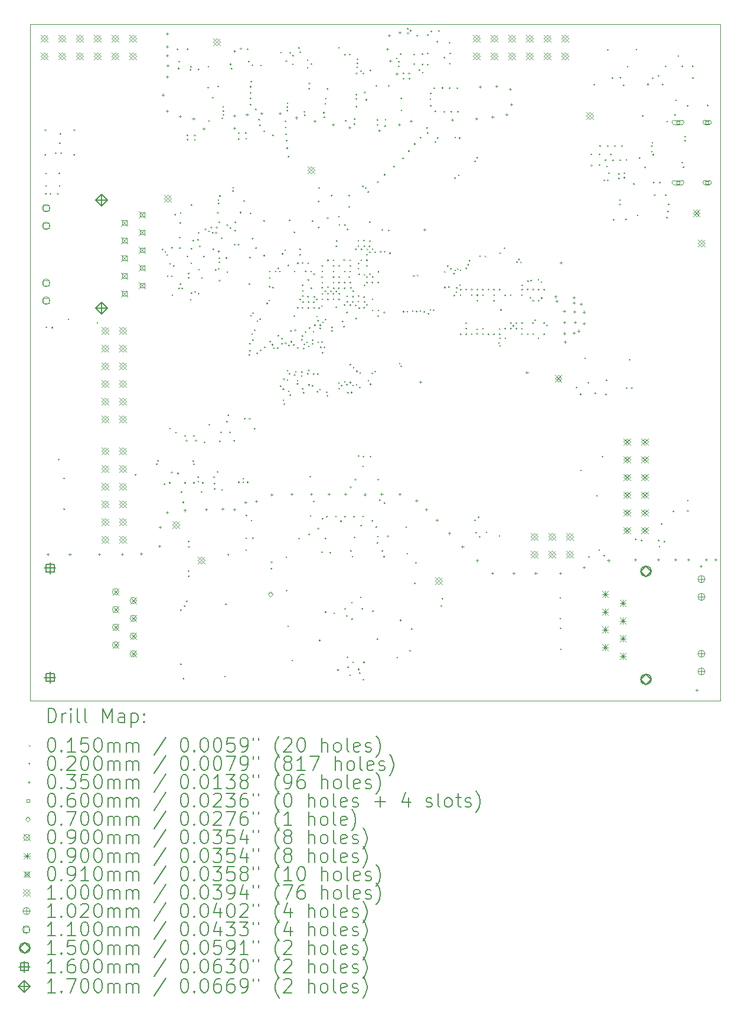
<source format=gbr>
%TF.GenerationSoftware,KiCad,Pcbnew,9.0.3-9.0.3-0~ubuntu24.04.1*%
%TF.CreationDate,2025-08-23T12:09:58+02:00*%
%TF.ProjectId,acoustic-carrier-board,61636f75-7374-4696-932d-636172726965,rev?*%
%TF.SameCoordinates,Original*%
%TF.FileFunction,Drillmap*%
%TF.FilePolarity,Positive*%
%FSLAX45Y45*%
G04 Gerber Fmt 4.5, Leading zero omitted, Abs format (unit mm)*
G04 Created by KiCad (PCBNEW 9.0.3-9.0.3-0~ubuntu24.04.1) date 2025-08-23 12:09:58*
%MOMM*%
%LPD*%
G01*
G04 APERTURE LIST*
%ADD10C,0.050000*%
%ADD11C,0.200000*%
%ADD12C,0.100000*%
%ADD13C,0.102001*%
%ADD14C,0.110002*%
%ADD15C,0.150002*%
%ADD16C,0.160000*%
%ADD17C,0.170002*%
G04 APERTURE END LIST*
D10*
X4500000Y-5200000D02*
X14400000Y-5200000D01*
X14400000Y-14900000D01*
X4500000Y-14900000D01*
X4500000Y-5200000D01*
D11*
D12*
X8554500Y-9174500D02*
X8569500Y-9189500D01*
X8569500Y-9174500D02*
X8554500Y-9189500D01*
X8564716Y-9098500D02*
X8579716Y-9113500D01*
X8579716Y-9098500D02*
X8564716Y-9113500D01*
X8602500Y-9377500D02*
X8617500Y-9392500D01*
X8617500Y-9377500D02*
X8602500Y-9392500D01*
X8633500Y-9259500D02*
X8648500Y-9274500D01*
X8648500Y-9259500D02*
X8633500Y-9274500D01*
X8674500Y-9226500D02*
X8689500Y-9241500D01*
X8689500Y-9226500D02*
X8674500Y-9241500D01*
X9117500Y-9095500D02*
X9132500Y-9110500D01*
X9132500Y-9095500D02*
X9117500Y-9110500D01*
X9208500Y-9258500D02*
X9223500Y-9273500D01*
X9223500Y-9258500D02*
X9208500Y-9273500D01*
X9286500Y-8777500D02*
X9301500Y-8792500D01*
X9301500Y-8777500D02*
X9286500Y-8792500D01*
X9322500Y-8417500D02*
X9337500Y-8432500D01*
X9337500Y-8417500D02*
X9322500Y-8432500D01*
X9482500Y-8737500D02*
X9497500Y-8752500D01*
X9497500Y-8737500D02*
X9482500Y-8752500D01*
X10048500Y-8789500D02*
X10063500Y-8804500D01*
X10063500Y-8789500D02*
X10048500Y-8804500D01*
X10433500Y-8736500D02*
X10448500Y-8751500D01*
X10448500Y-8736500D02*
X10433500Y-8751500D01*
X10565500Y-8762500D02*
X10580500Y-8777500D01*
X10580500Y-8762500D02*
X10565500Y-8777500D01*
X10623500Y-8693500D02*
X10638500Y-8708500D01*
X10638500Y-8693500D02*
X10623500Y-8708500D01*
X10769500Y-8638500D02*
X10784500Y-8653500D01*
X10784500Y-8638500D02*
X10769500Y-8653500D01*
X11021500Y-8520500D02*
X11036500Y-8535500D01*
X11036500Y-8520500D02*
X11021500Y-8535500D01*
X11224500Y-9557500D02*
X11239500Y-9572500D01*
X11239500Y-9557500D02*
X11224500Y-9572500D01*
X11469500Y-8598500D02*
X11484500Y-8613500D01*
X11484500Y-8598500D02*
X11469500Y-8613500D01*
X11496500Y-8562500D02*
X11511500Y-8577500D01*
X11511500Y-8562500D02*
X11496500Y-8577500D01*
X11525500Y-8599500D02*
X11540500Y-8614500D01*
X11540500Y-8599500D02*
X11525500Y-8614500D01*
X4727500Y-7072000D02*
G75*
G02*
X4707500Y-7072000I-10000J0D01*
G01*
X4707500Y-7072000D02*
G75*
G02*
X4727500Y-7072000I10000J0D01*
G01*
X4728000Y-6718000D02*
G75*
G02*
X4708000Y-6718000I-10000J0D01*
G01*
X4708000Y-6718000D02*
G75*
G02*
X4728000Y-6718000I10000J0D01*
G01*
X4735000Y-7518000D02*
G75*
G02*
X4715000Y-7518000I-10000J0D01*
G01*
X4715000Y-7518000D02*
G75*
G02*
X4735000Y-7518000I10000J0D01*
G01*
X4735000Y-7630000D02*
G75*
G02*
X4715000Y-7630000I-10000J0D01*
G01*
X4715000Y-7630000D02*
G75*
G02*
X4735000Y-7630000I10000J0D01*
G01*
X4738000Y-7341000D02*
G75*
G02*
X4718000Y-7341000I-10000J0D01*
G01*
X4718000Y-7341000D02*
G75*
G02*
X4738000Y-7341000I10000J0D01*
G01*
X4741000Y-9545000D02*
G75*
G02*
X4721000Y-9545000I-10000J0D01*
G01*
X4721000Y-9545000D02*
G75*
G02*
X4741000Y-9545000I10000J0D01*
G01*
X4803000Y-7632000D02*
G75*
G02*
X4783000Y-7632000I-10000J0D01*
G01*
X4783000Y-7632000D02*
G75*
G02*
X4803000Y-7632000I10000J0D01*
G01*
X4825000Y-9550000D02*
G75*
G02*
X4805000Y-9550000I-10000J0D01*
G01*
X4805000Y-9550000D02*
G75*
G02*
X4825000Y-9550000I10000J0D01*
G01*
X4878000Y-7048000D02*
G75*
G02*
X4858000Y-7048000I-10000J0D01*
G01*
X4858000Y-7048000D02*
G75*
G02*
X4878000Y-7048000I10000J0D01*
G01*
X4906000Y-7633000D02*
G75*
G02*
X4886000Y-7633000I-10000J0D01*
G01*
X4886000Y-7633000D02*
G75*
G02*
X4906000Y-7633000I10000J0D01*
G01*
X4917000Y-11442000D02*
G75*
G02*
X4897000Y-11442000I-10000J0D01*
G01*
X4897000Y-11442000D02*
G75*
G02*
X4917000Y-11442000I10000J0D01*
G01*
X4926000Y-7337000D02*
G75*
G02*
X4906000Y-7337000I-10000J0D01*
G01*
X4906000Y-7337000D02*
G75*
G02*
X4926000Y-7337000I10000J0D01*
G01*
X4930000Y-7518000D02*
G75*
G02*
X4910000Y-7518000I-10000J0D01*
G01*
X4910000Y-7518000D02*
G75*
G02*
X4930000Y-7518000I10000J0D01*
G01*
X4934000Y-6907000D02*
G75*
G02*
X4914000Y-6907000I-10000J0D01*
G01*
X4914000Y-6907000D02*
G75*
G02*
X4934000Y-6907000I10000J0D01*
G01*
X4943000Y-6772000D02*
G75*
G02*
X4923000Y-6772000I-10000J0D01*
G01*
X4923000Y-6772000D02*
G75*
G02*
X4943000Y-6772000I10000J0D01*
G01*
X4952000Y-7048000D02*
G75*
G02*
X4932000Y-7048000I-10000J0D01*
G01*
X4932000Y-7048000D02*
G75*
G02*
X4952000Y-7048000I10000J0D01*
G01*
X4995000Y-11712000D02*
G75*
G02*
X4975000Y-11712000I-10000J0D01*
G01*
X4975000Y-11712000D02*
G75*
G02*
X4995000Y-11712000I10000J0D01*
G01*
X4997500Y-12154500D02*
G75*
G02*
X4977500Y-12154500I-10000J0D01*
G01*
X4977500Y-12154500D02*
G75*
G02*
X4997500Y-12154500I10000J0D01*
G01*
X5059000Y-9434000D02*
G75*
G02*
X5039000Y-9434000I-10000J0D01*
G01*
X5039000Y-9434000D02*
G75*
G02*
X5059000Y-9434000I10000J0D01*
G01*
X5142500Y-7072000D02*
G75*
G02*
X5122500Y-7072000I-10000J0D01*
G01*
X5122500Y-7072000D02*
G75*
G02*
X5142500Y-7072000I10000J0D01*
G01*
X5143000Y-6718000D02*
G75*
G02*
X5123000Y-6718000I-10000J0D01*
G01*
X5123000Y-6718000D02*
G75*
G02*
X5143000Y-6718000I10000J0D01*
G01*
X5474000Y-9482000D02*
G75*
G02*
X5454000Y-9482000I-10000J0D01*
G01*
X5454000Y-9482000D02*
G75*
G02*
X5474000Y-9482000I10000J0D01*
G01*
X6021000Y-11660000D02*
G75*
G02*
X6001000Y-11660000I-10000J0D01*
G01*
X6001000Y-11660000D02*
G75*
G02*
X6021000Y-11660000I10000J0D01*
G01*
X6328346Y-11508183D02*
G75*
G02*
X6308346Y-11508183I-10000J0D01*
G01*
X6308346Y-11508183D02*
G75*
G02*
X6328346Y-11508183I10000J0D01*
G01*
X6343000Y-11463000D02*
G75*
G02*
X6323000Y-11463000I-10000J0D01*
G01*
X6323000Y-11463000D02*
G75*
G02*
X6343000Y-11463000I10000J0D01*
G01*
X6408000Y-8431000D02*
G75*
G02*
X6388000Y-8431000I-10000J0D01*
G01*
X6388000Y-8431000D02*
G75*
G02*
X6408000Y-8431000I10000J0D01*
G01*
X6436000Y-11794000D02*
G75*
G02*
X6416000Y-11794000I-10000J0D01*
G01*
X6416000Y-11794000D02*
G75*
G02*
X6436000Y-11794000I10000J0D01*
G01*
X6447000Y-8467255D02*
G75*
G02*
X6427000Y-8467255I-10000J0D01*
G01*
X6427000Y-8467255D02*
G75*
G02*
X6447000Y-8467255I10000J0D01*
G01*
X6473000Y-8508000D02*
G75*
G02*
X6453000Y-8508000I-10000J0D01*
G01*
X6453000Y-8508000D02*
G75*
G02*
X6473000Y-8508000I10000J0D01*
G01*
X6482000Y-8813000D02*
G75*
G02*
X6462000Y-8813000I-10000J0D01*
G01*
X6462000Y-8813000D02*
G75*
G02*
X6482000Y-8813000I10000J0D01*
G01*
X6511000Y-11775750D02*
G75*
G02*
X6491000Y-11775750I-10000J0D01*
G01*
X6491000Y-11775750D02*
G75*
G02*
X6511000Y-11775750I10000J0D01*
G01*
X6514000Y-8636000D02*
G75*
G02*
X6494000Y-8636000I-10000J0D01*
G01*
X6494000Y-8636000D02*
G75*
G02*
X6514000Y-8636000I10000J0D01*
G01*
X6515000Y-10999000D02*
G75*
G02*
X6495000Y-10999000I-10000J0D01*
G01*
X6495000Y-10999000D02*
G75*
G02*
X6515000Y-10999000I10000J0D01*
G01*
X6541000Y-8813000D02*
G75*
G02*
X6521000Y-8813000I-10000J0D01*
G01*
X6521000Y-8813000D02*
G75*
G02*
X6541000Y-8813000I10000J0D01*
G01*
X6541000Y-11628250D02*
G75*
G02*
X6521000Y-11628250I-10000J0D01*
G01*
X6521000Y-11628250D02*
G75*
G02*
X6541000Y-11628250I10000J0D01*
G01*
X6544250Y-8406000D02*
G75*
G02*
X6524250Y-8406000I-10000J0D01*
G01*
X6524250Y-8406000D02*
G75*
G02*
X6544250Y-8406000I10000J0D01*
G01*
X6549000Y-9082750D02*
G75*
G02*
X6529000Y-9082750I-10000J0D01*
G01*
X6529000Y-9082750D02*
G75*
G02*
X6549000Y-9082750I10000J0D01*
G01*
X6568000Y-8666000D02*
G75*
G02*
X6548000Y-8666000I-10000J0D01*
G01*
X6548000Y-8666000D02*
G75*
G02*
X6568000Y-8666000I10000J0D01*
G01*
X6590000Y-7930000D02*
G75*
G02*
X6570000Y-7930000I-10000J0D01*
G01*
X6570000Y-7930000D02*
G75*
G02*
X6590000Y-7930000I10000J0D01*
G01*
X6600750Y-11058250D02*
G75*
G02*
X6580750Y-11058250I-10000J0D01*
G01*
X6580750Y-11058250D02*
G75*
G02*
X6600750Y-11058250I10000J0D01*
G01*
X6623000Y-5560000D02*
G75*
G02*
X6603000Y-5560000I-10000J0D01*
G01*
X6603000Y-5560000D02*
G75*
G02*
X6623000Y-5560000I10000J0D01*
G01*
X6629500Y-11642500D02*
G75*
G02*
X6609500Y-11642500I-10000J0D01*
G01*
X6609500Y-11642500D02*
G75*
G02*
X6629500Y-11642500I10000J0D01*
G01*
X6638000Y-5834500D02*
G75*
G02*
X6618000Y-5834500I-10000J0D01*
G01*
X6618000Y-5834500D02*
G75*
G02*
X6638000Y-5834500I10000J0D01*
G01*
X6643000Y-8989000D02*
G75*
G02*
X6623000Y-8989000I-10000J0D01*
G01*
X6623000Y-8989000D02*
G75*
G02*
X6643000Y-8989000I10000J0D01*
G01*
X6646000Y-5736000D02*
G75*
G02*
X6626000Y-5736000I-10000J0D01*
G01*
X6626000Y-5736000D02*
G75*
G02*
X6646000Y-5736000I10000J0D01*
G01*
X6656750Y-8258500D02*
G75*
G02*
X6636750Y-8258500I-10000J0D01*
G01*
X6636750Y-8258500D02*
G75*
G02*
X6656750Y-8258500I10000J0D01*
G01*
X6656750Y-8408500D02*
G75*
G02*
X6636750Y-8408500I-10000J0D01*
G01*
X6636750Y-8408500D02*
G75*
G02*
X6656750Y-8408500I10000J0D01*
G01*
X6660000Y-8048500D02*
G75*
G02*
X6640000Y-8048500I-10000J0D01*
G01*
X6640000Y-8048500D02*
G75*
G02*
X6660000Y-8048500I10000J0D01*
G01*
X6665000Y-8925250D02*
G75*
G02*
X6645000Y-8925250I-10000J0D01*
G01*
X6645000Y-8925250D02*
G75*
G02*
X6665000Y-8925250I10000J0D01*
G01*
X6668000Y-7909000D02*
G75*
G02*
X6648000Y-7909000I-10000J0D01*
G01*
X6648000Y-7909000D02*
G75*
G02*
X6668000Y-7909000I10000J0D01*
G01*
X6669000Y-13602000D02*
G75*
G02*
X6649000Y-13602000I-10000J0D01*
G01*
X6649000Y-13602000D02*
G75*
G02*
X6669000Y-13602000I10000J0D01*
G01*
X6669000Y-14378000D02*
G75*
G02*
X6649000Y-14378000I-10000J0D01*
G01*
X6649000Y-14378000D02*
G75*
G02*
X6669000Y-14378000I10000J0D01*
G01*
X6678000Y-11909000D02*
G75*
G02*
X6658000Y-11909000I-10000J0D01*
G01*
X6658000Y-11909000D02*
G75*
G02*
X6678000Y-11909000I10000J0D01*
G01*
X6691000Y-8990000D02*
G75*
G02*
X6671000Y-8990000I-10000J0D01*
G01*
X6671000Y-8990000D02*
G75*
G02*
X6691000Y-8990000I10000J0D01*
G01*
X6705375Y-12055375D02*
G75*
G02*
X6685375Y-12055375I-10000J0D01*
G01*
X6685375Y-12055375D02*
G75*
G02*
X6705375Y-12055375I10000J0D01*
G01*
X6709000Y-14585000D02*
G75*
G02*
X6689000Y-14585000I-10000J0D01*
G01*
X6689000Y-14585000D02*
G75*
G02*
X6709000Y-14585000I10000J0D01*
G01*
X6725000Y-13545000D02*
G75*
G02*
X6705000Y-13545000I-10000J0D01*
G01*
X6705000Y-13545000D02*
G75*
G02*
X6725000Y-13545000I10000J0D01*
G01*
X6731000Y-11105000D02*
G75*
G02*
X6711000Y-11105000I-10000J0D01*
G01*
X6711000Y-11105000D02*
G75*
G02*
X6731000Y-11105000I10000J0D01*
G01*
X6731000Y-11775750D02*
G75*
G02*
X6711000Y-11775750I-10000J0D01*
G01*
X6711000Y-11775750D02*
G75*
G02*
X6731000Y-11775750I10000J0D01*
G01*
X6752000Y-11171000D02*
G75*
G02*
X6732000Y-11171000I-10000J0D01*
G01*
X6732000Y-11171000D02*
G75*
G02*
X6752000Y-11171000I10000J0D01*
G01*
X6755000Y-13477000D02*
G75*
G02*
X6735000Y-13477000I-10000J0D01*
G01*
X6735000Y-13477000D02*
G75*
G02*
X6755000Y-13477000I10000J0D01*
G01*
X6764000Y-6791000D02*
G75*
G02*
X6744000Y-6791000I-10000J0D01*
G01*
X6744000Y-6791000D02*
G75*
G02*
X6764000Y-6791000I10000J0D01*
G01*
X6765000Y-8531000D02*
G75*
G02*
X6745000Y-8531000I-10000J0D01*
G01*
X6745000Y-8531000D02*
G75*
G02*
X6765000Y-8531000I10000J0D01*
G01*
X6766000Y-6856000D02*
G75*
G02*
X6746000Y-6856000I-10000J0D01*
G01*
X6746000Y-6856000D02*
G75*
G02*
X6766000Y-6856000I10000J0D01*
G01*
X6767000Y-5556000D02*
G75*
G02*
X6747000Y-5556000I-10000J0D01*
G01*
X6747000Y-5556000D02*
G75*
G02*
X6767000Y-5556000I10000J0D01*
G01*
X6783000Y-8773000D02*
G75*
G02*
X6763000Y-8773000I-10000J0D01*
G01*
X6763000Y-8773000D02*
G75*
G02*
X6783000Y-8773000I10000J0D01*
G01*
X6783000Y-8837000D02*
G75*
G02*
X6763000Y-8837000I-10000J0D01*
G01*
X6763000Y-8837000D02*
G75*
G02*
X6783000Y-8837000I10000J0D01*
G01*
X6783000Y-13044000D02*
G75*
G02*
X6763000Y-13044000I-10000J0D01*
G01*
X6763000Y-13044000D02*
G75*
G02*
X6783000Y-13044000I10000J0D01*
G01*
X6784000Y-13116000D02*
G75*
G02*
X6764000Y-13116000I-10000J0D01*
G01*
X6764000Y-13116000D02*
G75*
G02*
X6784000Y-13116000I10000J0D01*
G01*
X6785000Y-12617000D02*
G75*
G02*
X6765000Y-12617000I-10000J0D01*
G01*
X6765000Y-12617000D02*
G75*
G02*
X6785000Y-12617000I10000J0D01*
G01*
X6787000Y-12696000D02*
G75*
G02*
X6767000Y-12696000I-10000J0D01*
G01*
X6767000Y-12696000D02*
G75*
G02*
X6787000Y-12696000I10000J0D01*
G01*
X6808500Y-5851500D02*
G75*
G02*
X6788500Y-5851500I-10000J0D01*
G01*
X6788500Y-5851500D02*
G75*
G02*
X6808500Y-5851500I10000J0D01*
G01*
X6811000Y-9152000D02*
G75*
G02*
X6791000Y-9152000I-10000J0D01*
G01*
X6791000Y-9152000D02*
G75*
G02*
X6811000Y-9152000I10000J0D01*
G01*
X6814000Y-5808000D02*
G75*
G02*
X6794000Y-5808000I-10000J0D01*
G01*
X6794000Y-5808000D02*
G75*
G02*
X6814000Y-5808000I10000J0D01*
G01*
X6820000Y-8628000D02*
G75*
G02*
X6800000Y-8628000I-10000J0D01*
G01*
X6800000Y-8628000D02*
G75*
G02*
X6820000Y-8628000I10000J0D01*
G01*
X6821000Y-7792000D02*
G75*
G02*
X6801000Y-7792000I-10000J0D01*
G01*
X6801000Y-7792000D02*
G75*
G02*
X6821000Y-7792000I10000J0D01*
G01*
X6822000Y-8417000D02*
G75*
G02*
X6802000Y-8417000I-10000J0D01*
G01*
X6802000Y-8417000D02*
G75*
G02*
X6822000Y-8417000I10000J0D01*
G01*
X6822500Y-9055500D02*
G75*
G02*
X6802500Y-9055500I-10000J0D01*
G01*
X6802500Y-9055500D02*
G75*
G02*
X6822500Y-9055500I10000J0D01*
G01*
X6847000Y-8304000D02*
G75*
G02*
X6827000Y-8304000I-10000J0D01*
G01*
X6827000Y-8304000D02*
G75*
G02*
X6847000Y-8304000I10000J0D01*
G01*
X6848000Y-11464000D02*
G75*
G02*
X6828000Y-11464000I-10000J0D01*
G01*
X6828000Y-11464000D02*
G75*
G02*
X6848000Y-11464000I10000J0D01*
G01*
X6857731Y-11510493D02*
G75*
G02*
X6837731Y-11510493I-10000J0D01*
G01*
X6837731Y-11510493D02*
G75*
G02*
X6857731Y-11510493I10000J0D01*
G01*
X6858000Y-11105000D02*
G75*
G02*
X6838000Y-11105000I-10000J0D01*
G01*
X6838000Y-11105000D02*
G75*
G02*
X6858000Y-11105000I10000J0D01*
G01*
X6858000Y-11775750D02*
G75*
G02*
X6838000Y-11775750I-10000J0D01*
G01*
X6838000Y-11775750D02*
G75*
G02*
X6858000Y-11775750I10000J0D01*
G01*
X6870000Y-6857000D02*
G75*
G02*
X6850000Y-6857000I-10000J0D01*
G01*
X6850000Y-6857000D02*
G75*
G02*
X6870000Y-6857000I10000J0D01*
G01*
X6871000Y-6793000D02*
G75*
G02*
X6851000Y-6793000I-10000J0D01*
G01*
X6851000Y-6793000D02*
G75*
G02*
X6871000Y-6793000I10000J0D01*
G01*
X6875500Y-9036000D02*
G75*
G02*
X6855500Y-9036000I-10000J0D01*
G01*
X6855500Y-9036000D02*
G75*
G02*
X6875500Y-9036000I10000J0D01*
G01*
X6887000Y-11171000D02*
G75*
G02*
X6867000Y-11171000I-10000J0D01*
G01*
X6867000Y-11171000D02*
G75*
G02*
X6887000Y-11171000I10000J0D01*
G01*
X6914250Y-8290500D02*
G75*
G02*
X6894250Y-8290500I-10000J0D01*
G01*
X6894250Y-8290500D02*
G75*
G02*
X6914250Y-8290500I10000J0D01*
G01*
X6919000Y-11694000D02*
G75*
G02*
X6899000Y-11694000I-10000J0D01*
G01*
X6899000Y-11694000D02*
G75*
G02*
X6919000Y-11694000I10000J0D01*
G01*
X6921000Y-11759000D02*
G75*
G02*
X6901000Y-11759000I-10000J0D01*
G01*
X6901000Y-11759000D02*
G75*
G02*
X6921000Y-11759000I10000J0D01*
G01*
X6924000Y-5847000D02*
G75*
G02*
X6904000Y-5847000I-10000J0D01*
G01*
X6904000Y-5847000D02*
G75*
G02*
X6924000Y-5847000I10000J0D01*
G01*
X6925500Y-8189750D02*
G75*
G02*
X6905500Y-8189750I-10000J0D01*
G01*
X6905500Y-8189750D02*
G75*
G02*
X6925500Y-8189750I10000J0D01*
G01*
X6925500Y-9062000D02*
G75*
G02*
X6905500Y-9062000I-10000J0D01*
G01*
X6905500Y-9062000D02*
G75*
G02*
X6925500Y-9062000I10000J0D01*
G01*
X6929000Y-8720000D02*
G75*
G02*
X6909000Y-8720000I-10000J0D01*
G01*
X6909000Y-8720000D02*
G75*
G02*
X6929000Y-8720000I10000J0D01*
G01*
X6942000Y-8384000D02*
G75*
G02*
X6922000Y-8384000I-10000J0D01*
G01*
X6922000Y-8384000D02*
G75*
G02*
X6942000Y-8384000I10000J0D01*
G01*
X6970000Y-11908000D02*
G75*
G02*
X6950000Y-11908000I-10000J0D01*
G01*
X6950000Y-11908000D02*
G75*
G02*
X6970000Y-11908000I10000J0D01*
G01*
X6974250Y-8838500D02*
G75*
G02*
X6954250Y-8838500I-10000J0D01*
G01*
X6954250Y-8838500D02*
G75*
G02*
X6974250Y-8838500I10000J0D01*
G01*
X6985000Y-11775750D02*
G75*
G02*
X6965000Y-11775750I-10000J0D01*
G01*
X6965000Y-11775750D02*
G75*
G02*
X6985000Y-11775750I10000J0D01*
G01*
X7000500Y-8533500D02*
G75*
G02*
X6980500Y-8533500I-10000J0D01*
G01*
X6980500Y-8533500D02*
G75*
G02*
X7000500Y-8533500I10000J0D01*
G01*
X7012000Y-11197000D02*
G75*
G02*
X6992000Y-11197000I-10000J0D01*
G01*
X6992000Y-11197000D02*
G75*
G02*
X7012000Y-11197000I10000J0D01*
G01*
X7023000Y-8141000D02*
G75*
G02*
X7003000Y-8141000I-10000J0D01*
G01*
X7003000Y-8141000D02*
G75*
G02*
X7023000Y-8141000I10000J0D01*
G01*
X7060500Y-6109500D02*
G75*
G02*
X7040500Y-6109500I-10000J0D01*
G01*
X7040500Y-6109500D02*
G75*
G02*
X7060500Y-6109500I10000J0D01*
G01*
X7065000Y-5808000D02*
G75*
G02*
X7045000Y-5808000I-10000J0D01*
G01*
X7045000Y-5808000D02*
G75*
G02*
X7065000Y-5808000I10000J0D01*
G01*
X7074000Y-8170000D02*
G75*
G02*
X7054000Y-8170000I-10000J0D01*
G01*
X7054000Y-8170000D02*
G75*
G02*
X7074000Y-8170000I10000J0D01*
G01*
X7075000Y-6587000D02*
G75*
G02*
X7055000Y-6587000I-10000J0D01*
G01*
X7055000Y-6587000D02*
G75*
G02*
X7075000Y-6587000I10000J0D01*
G01*
X7078000Y-10945000D02*
G75*
G02*
X7058000Y-10945000I-10000J0D01*
G01*
X7058000Y-10945000D02*
G75*
G02*
X7078000Y-10945000I10000J0D01*
G01*
X7108000Y-8115000D02*
G75*
G02*
X7088000Y-8115000I-10000J0D01*
G01*
X7088000Y-8115000D02*
G75*
G02*
X7108000Y-8115000I10000J0D01*
G01*
X7125500Y-8189750D02*
G75*
G02*
X7105500Y-8189750I-10000J0D01*
G01*
X7105500Y-8189750D02*
G75*
G02*
X7125500Y-8189750I10000J0D01*
G01*
X7129000Y-6253000D02*
G75*
G02*
X7109000Y-6253000I-10000J0D01*
G01*
X7109000Y-6253000D02*
G75*
G02*
X7129000Y-6253000I10000J0D01*
G01*
X7136000Y-8426000D02*
G75*
G02*
X7116000Y-8426000I-10000J0D01*
G01*
X7116000Y-8426000D02*
G75*
G02*
X7136000Y-8426000I10000J0D01*
G01*
X7146500Y-11697750D02*
G75*
G02*
X7126500Y-11697750I-10000J0D01*
G01*
X7126500Y-11697750D02*
G75*
G02*
X7146500Y-11697750I10000J0D01*
G01*
X7153000Y-11786000D02*
G75*
G02*
X7133000Y-11786000I-10000J0D01*
G01*
X7133000Y-11786000D02*
G75*
G02*
X7153000Y-11786000I10000J0D01*
G01*
X7155000Y-11863000D02*
G75*
G02*
X7135000Y-11863000I-10000J0D01*
G01*
X7135000Y-11863000D02*
G75*
G02*
X7155000Y-11863000I10000J0D01*
G01*
X7170000Y-8723000D02*
G75*
G02*
X7150000Y-8723000I-10000J0D01*
G01*
X7150000Y-8723000D02*
G75*
G02*
X7170000Y-8723000I10000J0D01*
G01*
X7175500Y-8189750D02*
G75*
G02*
X7155500Y-8189750I-10000J0D01*
G01*
X7155500Y-8189750D02*
G75*
G02*
X7175500Y-8189750I10000J0D01*
G01*
X7184000Y-8115000D02*
G75*
G02*
X7164000Y-8115000I-10000J0D01*
G01*
X7164000Y-8115000D02*
G75*
G02*
X7184000Y-8115000I10000J0D01*
G01*
X7197000Y-11618000D02*
G75*
G02*
X7177000Y-11618000I-10000J0D01*
G01*
X7177000Y-11618000D02*
G75*
G02*
X7197000Y-11618000I10000J0D01*
G01*
X7201000Y-7903000D02*
G75*
G02*
X7181000Y-7903000I-10000J0D01*
G01*
X7181000Y-7903000D02*
G75*
G02*
X7201000Y-7903000I10000J0D01*
G01*
X7205500Y-6089000D02*
G75*
G02*
X7185500Y-6089000I-10000J0D01*
G01*
X7185500Y-6089000D02*
G75*
G02*
X7205500Y-6089000I10000J0D01*
G01*
X7211000Y-7720000D02*
G75*
G02*
X7191000Y-7720000I-10000J0D01*
G01*
X7191000Y-7720000D02*
G75*
G02*
X7211000Y-7720000I10000J0D01*
G01*
X7211000Y-7770000D02*
G75*
G02*
X7191000Y-7770000I-10000J0D01*
G01*
X7191000Y-7770000D02*
G75*
G02*
X7211000Y-7770000I10000J0D01*
G01*
X7214000Y-8459000D02*
G75*
G02*
X7194000Y-8459000I-10000J0D01*
G01*
X7194000Y-8459000D02*
G75*
G02*
X7214000Y-8459000I10000J0D01*
G01*
X7214000Y-8708000D02*
G75*
G02*
X7194000Y-8708000I-10000J0D01*
G01*
X7194000Y-8708000D02*
G75*
G02*
X7214000Y-8708000I10000J0D01*
G01*
X7221000Y-8040000D02*
G75*
G02*
X7201000Y-8040000I-10000J0D01*
G01*
X7201000Y-8040000D02*
G75*
G02*
X7221000Y-8040000I10000J0D01*
G01*
X7223000Y-8616000D02*
G75*
G02*
X7203000Y-8616000I-10000J0D01*
G01*
X7203000Y-8616000D02*
G75*
G02*
X7223000Y-8616000I10000J0D01*
G01*
X7224000Y-8555000D02*
G75*
G02*
X7204000Y-8555000I-10000J0D01*
G01*
X7204000Y-8555000D02*
G75*
G02*
X7224000Y-8555000I10000J0D01*
G01*
X7225500Y-8877250D02*
G75*
G02*
X7205500Y-8877250I-10000J0D01*
G01*
X7205500Y-8877250D02*
G75*
G02*
X7225500Y-8877250I10000J0D01*
G01*
X7229000Y-11182000D02*
G75*
G02*
X7209000Y-11182000I-10000J0D01*
G01*
X7209000Y-11182000D02*
G75*
G02*
X7229000Y-11182000I10000J0D01*
G01*
X7230000Y-7662000D02*
G75*
G02*
X7210000Y-7662000I-10000J0D01*
G01*
X7210000Y-7662000D02*
G75*
G02*
X7230000Y-7662000I10000J0D01*
G01*
X7248000Y-11051250D02*
G75*
G02*
X7228000Y-11051250I-10000J0D01*
G01*
X7228000Y-11051250D02*
G75*
G02*
X7248000Y-11051250I10000J0D01*
G01*
X7256000Y-8265000D02*
G75*
G02*
X7236000Y-8265000I-10000J0D01*
G01*
X7236000Y-8265000D02*
G75*
G02*
X7256000Y-8265000I10000J0D01*
G01*
X7262000Y-11879000D02*
G75*
G02*
X7242000Y-11879000I-10000J0D01*
G01*
X7242000Y-11879000D02*
G75*
G02*
X7262000Y-11879000I10000J0D01*
G01*
X7265000Y-6549000D02*
G75*
G02*
X7245000Y-6549000I-10000J0D01*
G01*
X7245000Y-6549000D02*
G75*
G02*
X7265000Y-6549000I10000J0D01*
G01*
X7279000Y-6384000D02*
G75*
G02*
X7259000Y-6384000I-10000J0D01*
G01*
X7259000Y-6384000D02*
G75*
G02*
X7279000Y-6384000I10000J0D01*
G01*
X7280000Y-6444000D02*
G75*
G02*
X7260000Y-6444000I-10000J0D01*
G01*
X7260000Y-6444000D02*
G75*
G02*
X7280000Y-6444000I10000J0D01*
G01*
X7281000Y-6496000D02*
G75*
G02*
X7261000Y-6496000I-10000J0D01*
G01*
X7261000Y-6496000D02*
G75*
G02*
X7281000Y-6496000I10000J0D01*
G01*
X7301000Y-14554000D02*
G75*
G02*
X7281000Y-14554000I-10000J0D01*
G01*
X7281000Y-14554000D02*
G75*
G02*
X7301000Y-14554000I10000J0D01*
G01*
X7319000Y-13518000D02*
G75*
G02*
X7299000Y-13518000I-10000J0D01*
G01*
X7299000Y-13518000D02*
G75*
G02*
X7319000Y-13518000I10000J0D01*
G01*
X7324250Y-8551000D02*
G75*
G02*
X7304250Y-8551000I-10000J0D01*
G01*
X7304250Y-8551000D02*
G75*
G02*
X7324250Y-8551000I10000J0D01*
G01*
X7331000Y-10898000D02*
G75*
G02*
X7311000Y-10898000I-10000J0D01*
G01*
X7311000Y-10898000D02*
G75*
G02*
X7331000Y-10898000I10000J0D01*
G01*
X7337000Y-8755000D02*
G75*
G02*
X7317000Y-8755000I-10000J0D01*
G01*
X7317000Y-8755000D02*
G75*
G02*
X7337000Y-8755000I10000J0D01*
G01*
X7338000Y-8081000D02*
G75*
G02*
X7318000Y-8081000I-10000J0D01*
G01*
X7318000Y-8081000D02*
G75*
G02*
X7338000Y-8081000I10000J0D01*
G01*
X7350000Y-10810000D02*
G75*
G02*
X7330000Y-10810000I-10000J0D01*
G01*
X7330000Y-10810000D02*
G75*
G02*
X7350000Y-10810000I10000J0D01*
G01*
X7352000Y-12806000D02*
G75*
G02*
X7332000Y-12806000I-10000J0D01*
G01*
X7332000Y-12806000D02*
G75*
G02*
X7352000Y-12806000I10000J0D01*
G01*
X7375000Y-11051250D02*
G75*
G02*
X7355000Y-11051250I-10000J0D01*
G01*
X7355000Y-11051250D02*
G75*
G02*
X7375000Y-11051250I10000J0D01*
G01*
X7381000Y-8120000D02*
G75*
G02*
X7361000Y-8120000I-10000J0D01*
G01*
X7361000Y-8120000D02*
G75*
G02*
X7381000Y-8120000I10000J0D01*
G01*
X7383000Y-5773000D02*
G75*
G02*
X7363000Y-5773000I-10000J0D01*
G01*
X7363000Y-5773000D02*
G75*
G02*
X7383000Y-5773000I10000J0D01*
G01*
X7398000Y-5834000D02*
G75*
G02*
X7378000Y-5834000I-10000J0D01*
G01*
X7378000Y-5834000D02*
G75*
G02*
X7398000Y-5834000I10000J0D01*
G01*
X7419000Y-7591000D02*
G75*
G02*
X7399000Y-7591000I-10000J0D01*
G01*
X7399000Y-7591000D02*
G75*
G02*
X7419000Y-7591000I10000J0D01*
G01*
X7420000Y-7543000D02*
G75*
G02*
X7400000Y-7543000I-10000J0D01*
G01*
X7400000Y-7543000D02*
G75*
G02*
X7420000Y-7543000I10000J0D01*
G01*
X7435000Y-11173000D02*
G75*
G02*
X7415000Y-11173000I-10000J0D01*
G01*
X7415000Y-11173000D02*
G75*
G02*
X7435000Y-11173000I10000J0D01*
G01*
X7441000Y-8361000D02*
G75*
G02*
X7421000Y-8361000I-10000J0D01*
G01*
X7421000Y-8361000D02*
G75*
G02*
X7441000Y-8361000I10000J0D01*
G01*
X7442000Y-5587000D02*
G75*
G02*
X7422000Y-5587000I-10000J0D01*
G01*
X7422000Y-5587000D02*
G75*
G02*
X7442000Y-5587000I10000J0D01*
G01*
X7450000Y-8160000D02*
G75*
G02*
X7430000Y-8160000I-10000J0D01*
G01*
X7430000Y-8160000D02*
G75*
G02*
X7450000Y-8160000I10000J0D01*
G01*
X7453000Y-8040000D02*
G75*
G02*
X7433000Y-8040000I-10000J0D01*
G01*
X7433000Y-8040000D02*
G75*
G02*
X7453000Y-8040000I10000J0D01*
G01*
X7498000Y-8360000D02*
G75*
G02*
X7478000Y-8360000I-10000J0D01*
G01*
X7478000Y-8360000D02*
G75*
G02*
X7498000Y-8360000I10000J0D01*
G01*
X7501000Y-6761000D02*
G75*
G02*
X7481000Y-6761000I-10000J0D01*
G01*
X7481000Y-6761000D02*
G75*
G02*
X7501000Y-6761000I10000J0D01*
G01*
X7501000Y-6848000D02*
G75*
G02*
X7481000Y-6848000I-10000J0D01*
G01*
X7481000Y-6848000D02*
G75*
G02*
X7501000Y-6848000I10000J0D01*
G01*
X7502000Y-11768750D02*
G75*
G02*
X7482000Y-11768750I-10000J0D01*
G01*
X7482000Y-11768750D02*
G75*
G02*
X7502000Y-11768750I10000J0D01*
G01*
X7526000Y-7899000D02*
G75*
G02*
X7506000Y-7899000I-10000J0D01*
G01*
X7506000Y-7899000D02*
G75*
G02*
X7526000Y-7899000I10000J0D01*
G01*
X7532000Y-5550000D02*
G75*
G02*
X7512000Y-5550000I-10000J0D01*
G01*
X7512000Y-5550000D02*
G75*
G02*
X7532000Y-5550000I10000J0D01*
G01*
X7565000Y-11717000D02*
G75*
G02*
X7545000Y-11717000I-10000J0D01*
G01*
X7545000Y-11717000D02*
G75*
G02*
X7565000Y-11717000I10000J0D01*
G01*
X7566000Y-11767000D02*
G75*
G02*
X7546000Y-11767000I-10000J0D01*
G01*
X7546000Y-11767000D02*
G75*
G02*
X7566000Y-11767000I10000J0D01*
G01*
X7577500Y-7731500D02*
G75*
G02*
X7557500Y-7731500I-10000J0D01*
G01*
X7557500Y-7731500D02*
G75*
G02*
X7577500Y-7731500I10000J0D01*
G01*
X7589000Y-10857000D02*
G75*
G02*
X7569000Y-10857000I-10000J0D01*
G01*
X7569000Y-10857000D02*
G75*
G02*
X7589000Y-10857000I10000J0D01*
G01*
X7600000Y-6759000D02*
G75*
G02*
X7580000Y-6759000I-10000J0D01*
G01*
X7580000Y-6759000D02*
G75*
G02*
X7600000Y-6759000I10000J0D01*
G01*
X7606000Y-6841000D02*
G75*
G02*
X7586000Y-6841000I-10000J0D01*
G01*
X7586000Y-6841000D02*
G75*
G02*
X7606000Y-6841000I10000J0D01*
G01*
X7607500Y-12245000D02*
G75*
G02*
X7587500Y-12245000I-10000J0D01*
G01*
X7587500Y-12245000D02*
G75*
G02*
X7607500Y-12245000I10000J0D01*
G01*
X7607500Y-12571250D02*
G75*
G02*
X7587500Y-12571250I-10000J0D01*
G01*
X7587500Y-12571250D02*
G75*
G02*
X7607500Y-12571250I10000J0D01*
G01*
X7607500Y-12741750D02*
G75*
G02*
X7587500Y-12741750I-10000J0D01*
G01*
X7587500Y-12741750D02*
G75*
G02*
X7607500Y-12741750I10000J0D01*
G01*
X7628000Y-5557000D02*
G75*
G02*
X7608000Y-5557000I-10000J0D01*
G01*
X7608000Y-5557000D02*
G75*
G02*
X7628000Y-5557000I10000J0D01*
G01*
X7629000Y-11768750D02*
G75*
G02*
X7609000Y-11768750I-10000J0D01*
G01*
X7609000Y-11768750D02*
G75*
G02*
X7629000Y-11768750I10000J0D01*
G01*
X7642032Y-5733968D02*
G75*
G02*
X7622032Y-5733968I-10000J0D01*
G01*
X7622032Y-5733968D02*
G75*
G02*
X7642032Y-5733968I10000J0D01*
G01*
X7651000Y-8926000D02*
G75*
G02*
X7631000Y-8926000I-10000J0D01*
G01*
X7631000Y-8926000D02*
G75*
G02*
X7651000Y-8926000I10000J0D01*
G01*
X7651000Y-9943000D02*
G75*
G02*
X7631000Y-9943000I-10000J0D01*
G01*
X7631000Y-9943000D02*
G75*
G02*
X7651000Y-9943000I10000J0D01*
G01*
X7657000Y-10858000D02*
G75*
G02*
X7637000Y-10858000I-10000J0D01*
G01*
X7637000Y-10858000D02*
G75*
G02*
X7657000Y-10858000I10000J0D01*
G01*
X7661000Y-9882000D02*
G75*
G02*
X7641000Y-9882000I-10000J0D01*
G01*
X7641000Y-9882000D02*
G75*
G02*
X7661000Y-9882000I10000J0D01*
G01*
X7662000Y-8544000D02*
G75*
G02*
X7642000Y-8544000I-10000J0D01*
G01*
X7642000Y-8544000D02*
G75*
G02*
X7662000Y-8544000I10000J0D01*
G01*
X7662000Y-9780000D02*
G75*
G02*
X7642000Y-9780000I-10000J0D01*
G01*
X7642000Y-9780000D02*
G75*
G02*
X7662000Y-9780000I10000J0D01*
G01*
X7669000Y-6351000D02*
G75*
G02*
X7649000Y-6351000I-10000J0D01*
G01*
X7649000Y-6351000D02*
G75*
G02*
X7669000Y-6351000I10000J0D01*
G01*
X7670000Y-6264000D02*
G75*
G02*
X7650000Y-6264000I-10000J0D01*
G01*
X7650000Y-6264000D02*
G75*
G02*
X7670000Y-6264000I10000J0D01*
G01*
X7671000Y-6096000D02*
G75*
G02*
X7651000Y-6096000I-10000J0D01*
G01*
X7651000Y-6096000D02*
G75*
G02*
X7671000Y-6096000I10000J0D01*
G01*
X7672000Y-6184000D02*
G75*
G02*
X7652000Y-6184000I-10000J0D01*
G01*
X7652000Y-6184000D02*
G75*
G02*
X7672000Y-6184000I10000J0D01*
G01*
X7673000Y-7912000D02*
G75*
G02*
X7653000Y-7912000I-10000J0D01*
G01*
X7653000Y-7912000D02*
G75*
G02*
X7673000Y-7912000I10000J0D01*
G01*
X7674327Y-9379091D02*
G75*
G02*
X7654327Y-9379091I-10000J0D01*
G01*
X7654327Y-9379091D02*
G75*
G02*
X7674327Y-9379091I10000J0D01*
G01*
X7681000Y-6020000D02*
G75*
G02*
X7661000Y-6020000I-10000J0D01*
G01*
X7661000Y-6020000D02*
G75*
G02*
X7681000Y-6020000I10000J0D01*
G01*
X7684000Y-12318000D02*
G75*
G02*
X7664000Y-12318000I-10000J0D01*
G01*
X7664000Y-12318000D02*
G75*
G02*
X7684000Y-12318000I10000J0D01*
G01*
X7692000Y-9641000D02*
G75*
G02*
X7672000Y-9641000I-10000J0D01*
G01*
X7672000Y-9641000D02*
G75*
G02*
X7692000Y-9641000I10000J0D01*
G01*
X7695532Y-5787468D02*
G75*
G02*
X7675532Y-5787468I-10000J0D01*
G01*
X7675532Y-5787468D02*
G75*
G02*
X7695532Y-5787468I10000J0D01*
G01*
X7698500Y-8273000D02*
G75*
G02*
X7678500Y-8273000I-10000J0D01*
G01*
X7678500Y-8273000D02*
G75*
G02*
X7698500Y-8273000I10000J0D01*
G01*
X7702500Y-12571250D02*
G75*
G02*
X7682500Y-12571250I-10000J0D01*
G01*
X7682500Y-12571250D02*
G75*
G02*
X7702500Y-12571250I10000J0D01*
G01*
X7703000Y-9728000D02*
G75*
G02*
X7683000Y-9728000I-10000J0D01*
G01*
X7683000Y-9728000D02*
G75*
G02*
X7703000Y-9728000I10000J0D01*
G01*
X7704000Y-9342000D02*
G75*
G02*
X7684000Y-9342000I-10000J0D01*
G01*
X7684000Y-9342000D02*
G75*
G02*
X7704000Y-9342000I10000J0D01*
G01*
X7727000Y-11001000D02*
G75*
G02*
X7707000Y-11001000I-10000J0D01*
G01*
X7707000Y-11001000D02*
G75*
G02*
X7727000Y-11001000I10000J0D01*
G01*
X7731000Y-9589000D02*
G75*
G02*
X7711000Y-9589000I-10000J0D01*
G01*
X7711000Y-9589000D02*
G75*
G02*
X7731000Y-9589000I10000J0D01*
G01*
X7746000Y-6418000D02*
G75*
G02*
X7726000Y-6418000I-10000J0D01*
G01*
X7726000Y-6418000D02*
G75*
G02*
X7746000Y-6418000I10000J0D01*
G01*
X7749000Y-8408500D02*
G75*
G02*
X7729000Y-8408500I-10000J0D01*
G01*
X7729000Y-8408500D02*
G75*
G02*
X7749000Y-8408500I10000J0D01*
G01*
X7766000Y-9920000D02*
G75*
G02*
X7746000Y-9920000I-10000J0D01*
G01*
X7746000Y-9920000D02*
G75*
G02*
X7766000Y-9920000I10000J0D01*
G01*
X7768000Y-9456000D02*
G75*
G02*
X7748000Y-9456000I-10000J0D01*
G01*
X7748000Y-9456000D02*
G75*
G02*
X7768000Y-9456000I10000J0D01*
G01*
X7792000Y-6568000D02*
G75*
G02*
X7772000Y-6568000I-10000J0D01*
G01*
X7772000Y-6568000D02*
G75*
G02*
X7792000Y-6568000I10000J0D01*
G01*
X7804000Y-6648000D02*
G75*
G02*
X7784000Y-6648000I-10000J0D01*
G01*
X7784000Y-6648000D02*
G75*
G02*
X7804000Y-6648000I10000J0D01*
G01*
X7808000Y-9429000D02*
G75*
G02*
X7788000Y-9429000I-10000J0D01*
G01*
X7788000Y-9429000D02*
G75*
G02*
X7808000Y-9429000I10000J0D01*
G01*
X7815000Y-9876000D02*
G75*
G02*
X7795000Y-9876000I-10000J0D01*
G01*
X7795000Y-9876000D02*
G75*
G02*
X7815000Y-9876000I10000J0D01*
G01*
X7819000Y-5789000D02*
G75*
G02*
X7799000Y-5789000I-10000J0D01*
G01*
X7799000Y-5789000D02*
G75*
G02*
X7819000Y-5789000I10000J0D01*
G01*
X7864000Y-8018000D02*
G75*
G02*
X7844000Y-8018000I-10000J0D01*
G01*
X7844000Y-8018000D02*
G75*
G02*
X7864000Y-8018000I10000J0D01*
G01*
X7865000Y-6733000D02*
G75*
G02*
X7845000Y-6733000I-10000J0D01*
G01*
X7845000Y-6733000D02*
G75*
G02*
X7865000Y-6733000I10000J0D01*
G01*
X7867000Y-8517000D02*
G75*
G02*
X7847000Y-8517000I-10000J0D01*
G01*
X7847000Y-8517000D02*
G75*
G02*
X7867000Y-8517000I10000J0D01*
G01*
X7874000Y-9834000D02*
G75*
G02*
X7854000Y-9834000I-10000J0D01*
G01*
X7854000Y-9834000D02*
G75*
G02*
X7874000Y-9834000I10000J0D01*
G01*
X7907000Y-9203000D02*
G75*
G02*
X7887000Y-9203000I-10000J0D01*
G01*
X7887000Y-9203000D02*
G75*
G02*
X7907000Y-9203000I10000J0D01*
G01*
X7939000Y-9161000D02*
G75*
G02*
X7919000Y-9161000I-10000J0D01*
G01*
X7919000Y-9161000D02*
G75*
G02*
X7939000Y-9161000I10000J0D01*
G01*
X7944000Y-8839000D02*
G75*
G02*
X7924000Y-8839000I-10000J0D01*
G01*
X7924000Y-8839000D02*
G75*
G02*
X7944000Y-8839000I10000J0D01*
G01*
X7944000Y-8965000D02*
G75*
G02*
X7924000Y-8965000I-10000J0D01*
G01*
X7924000Y-8965000D02*
G75*
G02*
X7944000Y-8965000I10000J0D01*
G01*
X7945000Y-8745000D02*
G75*
G02*
X7925000Y-8745000I-10000J0D01*
G01*
X7925000Y-8745000D02*
G75*
G02*
X7945000Y-8745000I10000J0D01*
G01*
X7953000Y-9751000D02*
G75*
G02*
X7933000Y-9751000I-10000J0D01*
G01*
X7933000Y-9751000D02*
G75*
G02*
X7953000Y-9751000I10000J0D01*
G01*
X7970000Y-13008000D02*
G75*
G02*
X7950000Y-13008000I-10000J0D01*
G01*
X7950000Y-13008000D02*
G75*
G02*
X7970000Y-13008000I10000J0D01*
G01*
X7971000Y-12916000D02*
G75*
G02*
X7951000Y-12916000I-10000J0D01*
G01*
X7951000Y-12916000D02*
G75*
G02*
X7971000Y-12916000I10000J0D01*
G01*
X7984000Y-9796000D02*
G75*
G02*
X7964000Y-9796000I-10000J0D01*
G01*
X7964000Y-9796000D02*
G75*
G02*
X7984000Y-9796000I10000J0D01*
G01*
X7990427Y-8975038D02*
G75*
G02*
X7970427Y-8975038I-10000J0D01*
G01*
X7970427Y-8975038D02*
G75*
G02*
X7990427Y-8975038I10000J0D01*
G01*
X7992000Y-6791000D02*
G75*
G02*
X7972000Y-6791000I-10000J0D01*
G01*
X7972000Y-6791000D02*
G75*
G02*
X7992000Y-6791000I10000J0D01*
G01*
X8006000Y-9846000D02*
G75*
G02*
X7986000Y-9846000I-10000J0D01*
G01*
X7986000Y-9846000D02*
G75*
G02*
X8006000Y-9846000I10000J0D01*
G01*
X8030401Y-8743599D02*
G75*
G02*
X8010401Y-8743599I-10000J0D01*
G01*
X8010401Y-8743599D02*
G75*
G02*
X8030401Y-8743599I10000J0D01*
G01*
X8058000Y-9843000D02*
G75*
G02*
X8038000Y-9843000I-10000J0D01*
G01*
X8038000Y-9843000D02*
G75*
G02*
X8058000Y-9843000I10000J0D01*
G01*
X8067000Y-8701000D02*
G75*
G02*
X8047000Y-8701000I-10000J0D01*
G01*
X8047000Y-8701000D02*
G75*
G02*
X8067000Y-8701000I10000J0D01*
G01*
X8067000Y-9666000D02*
G75*
G02*
X8047000Y-9666000I-10000J0D01*
G01*
X8047000Y-9666000D02*
G75*
G02*
X8067000Y-9666000I10000J0D01*
G01*
X8090000Y-8747000D02*
G75*
G02*
X8070000Y-8747000I-10000J0D01*
G01*
X8070000Y-8747000D02*
G75*
G02*
X8090000Y-8747000I10000J0D01*
G01*
X8099000Y-10391000D02*
G75*
G02*
X8079000Y-10391000I-10000J0D01*
G01*
X8079000Y-10391000D02*
G75*
G02*
X8099000Y-10391000I10000J0D01*
G01*
X8107000Y-5607000D02*
G75*
G02*
X8087000Y-5607000I-10000J0D01*
G01*
X8087000Y-5607000D02*
G75*
G02*
X8107000Y-5607000I10000J0D01*
G01*
X8122000Y-9781000D02*
G75*
G02*
X8102000Y-9781000I-10000J0D01*
G01*
X8102000Y-9781000D02*
G75*
G02*
X8122000Y-9781000I10000J0D01*
G01*
X8123000Y-9709000D02*
G75*
G02*
X8103000Y-9709000I-10000J0D01*
G01*
X8103000Y-9709000D02*
G75*
G02*
X8123000Y-9709000I10000J0D01*
G01*
X8129000Y-8491000D02*
G75*
G02*
X8109000Y-8491000I-10000J0D01*
G01*
X8109000Y-8491000D02*
G75*
G02*
X8129000Y-8491000I10000J0D01*
G01*
X8140000Y-10434000D02*
G75*
G02*
X8120000Y-10434000I-10000J0D01*
G01*
X8120000Y-10434000D02*
G75*
G02*
X8140000Y-10434000I10000J0D01*
G01*
X8142000Y-10590000D02*
G75*
G02*
X8122000Y-10590000I-10000J0D01*
G01*
X8122000Y-10590000D02*
G75*
G02*
X8142000Y-10590000I10000J0D01*
G01*
X8150000Y-10291000D02*
G75*
G02*
X8130000Y-10291000I-10000J0D01*
G01*
X8130000Y-10291000D02*
G75*
G02*
X8150000Y-10291000I10000J0D01*
G01*
X8153000Y-10648000D02*
G75*
G02*
X8133000Y-10648000I-10000J0D01*
G01*
X8133000Y-10648000D02*
G75*
G02*
X8153000Y-10648000I10000J0D01*
G01*
X8167000Y-8440000D02*
G75*
G02*
X8147000Y-8440000I-10000J0D01*
G01*
X8147000Y-8440000D02*
G75*
G02*
X8167000Y-8440000I10000J0D01*
G01*
X8170000Y-6589000D02*
G75*
G02*
X8150000Y-6589000I-10000J0D01*
G01*
X8150000Y-6589000D02*
G75*
G02*
X8170000Y-6589000I10000J0D01*
G01*
X8173000Y-6680000D02*
G75*
G02*
X8153000Y-6680000I-10000J0D01*
G01*
X8153000Y-6680000D02*
G75*
G02*
X8173000Y-6680000I10000J0D01*
G01*
X8175000Y-9774000D02*
G75*
G02*
X8155000Y-9774000I-10000J0D01*
G01*
X8155000Y-9774000D02*
G75*
G02*
X8175000Y-9774000I10000J0D01*
G01*
X8178000Y-6777000D02*
G75*
G02*
X8158000Y-6777000I-10000J0D01*
G01*
X8158000Y-6777000D02*
G75*
G02*
X8178000Y-6777000I10000J0D01*
G01*
X8183000Y-5726000D02*
G75*
G02*
X8163000Y-5726000I-10000J0D01*
G01*
X8163000Y-5726000D02*
G75*
G02*
X8183000Y-5726000I10000J0D01*
G01*
X8184000Y-12845000D02*
G75*
G02*
X8164000Y-12845000I-10000J0D01*
G01*
X8164000Y-12845000D02*
G75*
G02*
X8184000Y-12845000I10000J0D01*
G01*
X8188000Y-6868000D02*
G75*
G02*
X8168000Y-6868000I-10000J0D01*
G01*
X8168000Y-6868000D02*
G75*
G02*
X8188000Y-6868000I10000J0D01*
G01*
X8188000Y-13323000D02*
G75*
G02*
X8168000Y-13323000I-10000J0D01*
G01*
X8168000Y-13323000D02*
G75*
G02*
X8188000Y-13323000I10000J0D01*
G01*
X8196000Y-6975000D02*
G75*
G02*
X8176000Y-6975000I-10000J0D01*
G01*
X8176000Y-6975000D02*
G75*
G02*
X8196000Y-6975000I10000J0D01*
G01*
X8197000Y-6436000D02*
G75*
G02*
X8177000Y-6436000I-10000J0D01*
G01*
X8177000Y-6436000D02*
G75*
G02*
X8197000Y-6436000I10000J0D01*
G01*
X8198000Y-6384000D02*
G75*
G02*
X8178000Y-6384000I-10000J0D01*
G01*
X8178000Y-6384000D02*
G75*
G02*
X8198000Y-6384000I10000J0D01*
G01*
X8199000Y-10304000D02*
G75*
G02*
X8179000Y-10304000I-10000J0D01*
G01*
X8179000Y-10304000D02*
G75*
G02*
X8199000Y-10304000I10000J0D01*
G01*
X8200000Y-6332000D02*
G75*
G02*
X8180000Y-6332000I-10000J0D01*
G01*
X8180000Y-6332000D02*
G75*
G02*
X8200000Y-6332000I10000J0D01*
G01*
X8200000Y-10166000D02*
G75*
G02*
X8180000Y-10166000I-10000J0D01*
G01*
X8180000Y-10166000D02*
G75*
G02*
X8200000Y-10166000I10000J0D01*
G01*
X8209000Y-8658000D02*
G75*
G02*
X8189000Y-8658000I-10000J0D01*
G01*
X8189000Y-8658000D02*
G75*
G02*
X8209000Y-8658000I10000J0D01*
G01*
X8210000Y-13834000D02*
G75*
G02*
X8190000Y-13834000I-10000J0D01*
G01*
X8190000Y-13834000D02*
G75*
G02*
X8210000Y-13834000I10000J0D01*
G01*
X8214000Y-7097000D02*
G75*
G02*
X8194000Y-7097000I-10000J0D01*
G01*
X8194000Y-7097000D02*
G75*
G02*
X8214000Y-7097000I10000J0D01*
G01*
X8217000Y-10466000D02*
G75*
G02*
X8197000Y-10466000I-10000J0D01*
G01*
X8197000Y-10466000D02*
G75*
G02*
X8217000Y-10466000I10000J0D01*
G01*
X8219000Y-9805000D02*
G75*
G02*
X8199000Y-9805000I-10000J0D01*
G01*
X8199000Y-9805000D02*
G75*
G02*
X8219000Y-9805000I10000J0D01*
G01*
X8226000Y-10213000D02*
G75*
G02*
X8206000Y-10213000I-10000J0D01*
G01*
X8206000Y-10213000D02*
G75*
G02*
X8226000Y-10213000I10000J0D01*
G01*
X8233250Y-8011250D02*
G75*
G02*
X8213250Y-8011250I-10000J0D01*
G01*
X8213250Y-8011250D02*
G75*
G02*
X8233250Y-8011250I10000J0D01*
G01*
X8240000Y-5608000D02*
G75*
G02*
X8220000Y-5608000I-10000J0D01*
G01*
X8220000Y-5608000D02*
G75*
G02*
X8240000Y-5608000I10000J0D01*
G01*
X8241000Y-10517000D02*
G75*
G02*
X8221000Y-10517000I-10000J0D01*
G01*
X8221000Y-10517000D02*
G75*
G02*
X8241000Y-10517000I10000J0D01*
G01*
X8250000Y-9598000D02*
G75*
G02*
X8230000Y-9598000I-10000J0D01*
G01*
X8230000Y-9598000D02*
G75*
G02*
X8250000Y-9598000I10000J0D01*
G01*
X8256000Y-9753000D02*
G75*
G02*
X8236000Y-9753000I-10000J0D01*
G01*
X8236000Y-9753000D02*
G75*
G02*
X8256000Y-9753000I10000J0D01*
G01*
X8267000Y-14325000D02*
G75*
G02*
X8247000Y-14325000I-10000J0D01*
G01*
X8247000Y-14325000D02*
G75*
G02*
X8267000Y-14325000I10000J0D01*
G01*
X8277000Y-5773000D02*
G75*
G02*
X8257000Y-5773000I-10000J0D01*
G01*
X8257000Y-5773000D02*
G75*
G02*
X8277000Y-5773000I10000J0D01*
G01*
X8279500Y-5647500D02*
G75*
G02*
X8259500Y-5647500I-10000J0D01*
G01*
X8259500Y-5647500D02*
G75*
G02*
X8279500Y-5647500I10000J0D01*
G01*
X8291000Y-9796000D02*
G75*
G02*
X8271000Y-9796000I-10000J0D01*
G01*
X8271000Y-9796000D02*
G75*
G02*
X8291000Y-9796000I10000J0D01*
G01*
X8300000Y-8185000D02*
G75*
G02*
X8280000Y-8185000I-10000J0D01*
G01*
X8280000Y-8185000D02*
G75*
G02*
X8300000Y-8185000I10000J0D01*
G01*
X8300000Y-8745000D02*
G75*
G02*
X8280000Y-8745000I-10000J0D01*
G01*
X8280000Y-8745000D02*
G75*
G02*
X8300000Y-8745000I10000J0D01*
G01*
X8300000Y-9385000D02*
G75*
G02*
X8280000Y-9385000I-10000J0D01*
G01*
X8280000Y-9385000D02*
G75*
G02*
X8300000Y-9385000I10000J0D01*
G01*
X8302000Y-10232000D02*
G75*
G02*
X8282000Y-10232000I-10000J0D01*
G01*
X8282000Y-10232000D02*
G75*
G02*
X8302000Y-10232000I10000J0D01*
G01*
X8311000Y-9588000D02*
G75*
G02*
X8291000Y-9588000I-10000J0D01*
G01*
X8291000Y-9588000D02*
G75*
G02*
X8311000Y-9588000I10000J0D01*
G01*
X8318664Y-10186000D02*
G75*
G02*
X8298664Y-10186000I-10000J0D01*
G01*
X8298664Y-10186000D02*
G75*
G02*
X8318664Y-10186000I10000J0D01*
G01*
X8343000Y-10358000D02*
G75*
G02*
X8323000Y-10358000I-10000J0D01*
G01*
X8323000Y-10358000D02*
G75*
G02*
X8343000Y-10358000I10000J0D01*
G01*
X8345000Y-9265000D02*
G75*
G02*
X8325000Y-9265000I-10000J0D01*
G01*
X8325000Y-9265000D02*
G75*
G02*
X8345000Y-9265000I10000J0D01*
G01*
X8345433Y-10310562D02*
G75*
G02*
X8325433Y-10310562I-10000J0D01*
G01*
X8325433Y-10310562D02*
G75*
G02*
X8345433Y-10310562I10000J0D01*
G01*
X8348000Y-8628000D02*
G75*
G02*
X8328000Y-8628000I-10000J0D01*
G01*
X8328000Y-8628000D02*
G75*
G02*
X8348000Y-8628000I10000J0D01*
G01*
X8348000Y-9844000D02*
G75*
G02*
X8328000Y-9844000I-10000J0D01*
G01*
X8328000Y-9844000D02*
G75*
G02*
X8348000Y-9844000I10000J0D01*
G01*
X8364000Y-12576000D02*
G75*
G02*
X8344000Y-12576000I-10000J0D01*
G01*
X8344000Y-12576000D02*
G75*
G02*
X8364000Y-12576000I10000J0D01*
G01*
X8365000Y-5538000D02*
G75*
G02*
X8345000Y-5538000I-10000J0D01*
G01*
X8345000Y-5538000D02*
G75*
G02*
X8365000Y-5538000I10000J0D01*
G01*
X8380000Y-8425000D02*
G75*
G02*
X8360000Y-8425000I-10000J0D01*
G01*
X8360000Y-8425000D02*
G75*
G02*
X8380000Y-8425000I10000J0D01*
G01*
X8380000Y-8505000D02*
G75*
G02*
X8360000Y-8505000I-10000J0D01*
G01*
X8360000Y-8505000D02*
G75*
G02*
X8380000Y-8505000I10000J0D01*
G01*
X8380000Y-9145000D02*
G75*
G02*
X8360000Y-9145000I-10000J0D01*
G01*
X8360000Y-9145000D02*
G75*
G02*
X8380000Y-9145000I10000J0D01*
G01*
X8383000Y-5600000D02*
G75*
G02*
X8363000Y-5600000I-10000J0D01*
G01*
X8363000Y-5600000D02*
G75*
G02*
X8383000Y-5600000I10000J0D01*
G01*
X8404000Y-10246000D02*
G75*
G02*
X8384000Y-10246000I-10000J0D01*
G01*
X8384000Y-10246000D02*
G75*
G02*
X8404000Y-10246000I10000J0D01*
G01*
X8406000Y-10187000D02*
G75*
G02*
X8386000Y-10187000I-10000J0D01*
G01*
X8386000Y-10187000D02*
G75*
G02*
X8406000Y-10187000I10000J0D01*
G01*
X8407000Y-9726000D02*
G75*
G02*
X8387000Y-9726000I-10000J0D01*
G01*
X8387000Y-9726000D02*
G75*
G02*
X8407000Y-9726000I10000J0D01*
G01*
X8413000Y-9670000D02*
G75*
G02*
X8393000Y-9670000I-10000J0D01*
G01*
X8393000Y-9670000D02*
G75*
G02*
X8413000Y-9670000I10000J0D01*
G01*
X8416000Y-8625000D02*
G75*
G02*
X8396000Y-8625000I-10000J0D01*
G01*
X8396000Y-8625000D02*
G75*
G02*
X8416000Y-8625000I10000J0D01*
G01*
X8417000Y-9267000D02*
G75*
G02*
X8397000Y-9267000I-10000J0D01*
G01*
X8397000Y-9267000D02*
G75*
G02*
X8417000Y-9267000I10000J0D01*
G01*
X8418000Y-8943000D02*
G75*
G02*
X8398000Y-8943000I-10000J0D01*
G01*
X8398000Y-8943000D02*
G75*
G02*
X8418000Y-8943000I10000J0D01*
G01*
X8418000Y-10430000D02*
G75*
G02*
X8398000Y-10430000I-10000J0D01*
G01*
X8398000Y-10430000D02*
G75*
G02*
X8418000Y-10430000I10000J0D01*
G01*
X8420000Y-9024000D02*
G75*
G02*
X8400000Y-9024000I-10000J0D01*
G01*
X8400000Y-9024000D02*
G75*
G02*
X8420000Y-9024000I10000J0D01*
G01*
X8420000Y-9098000D02*
G75*
G02*
X8400000Y-9098000I-10000J0D01*
G01*
X8400000Y-9098000D02*
G75*
G02*
X8420000Y-9098000I10000J0D01*
G01*
X8422000Y-9183000D02*
G75*
G02*
X8402000Y-9183000I-10000J0D01*
G01*
X8402000Y-9183000D02*
G75*
G02*
X8422000Y-9183000I10000J0D01*
G01*
X8431000Y-9850000D02*
G75*
G02*
X8411000Y-9850000I-10000J0D01*
G01*
X8411000Y-9850000D02*
G75*
G02*
X8431000Y-9850000I10000J0D01*
G01*
X8431000Y-10483000D02*
G75*
G02*
X8411000Y-10483000I-10000J0D01*
G01*
X8411000Y-10483000D02*
G75*
G02*
X8431000Y-10483000I10000J0D01*
G01*
X8440000Y-6456000D02*
G75*
G02*
X8420000Y-6456000I-10000J0D01*
G01*
X8420000Y-6456000D02*
G75*
G02*
X8440000Y-6456000I10000J0D01*
G01*
X8441000Y-9791000D02*
G75*
G02*
X8421000Y-9791000I-10000J0D01*
G01*
X8421000Y-9791000D02*
G75*
G02*
X8441000Y-9791000I10000J0D01*
G01*
X8447000Y-6505000D02*
G75*
G02*
X8427000Y-6505000I-10000J0D01*
G01*
X8427000Y-6505000D02*
G75*
G02*
X8447000Y-6505000I10000J0D01*
G01*
X8459000Y-9614000D02*
G75*
G02*
X8439000Y-9614000I-10000J0D01*
G01*
X8439000Y-9614000D02*
G75*
G02*
X8459000Y-9614000I10000J0D01*
G01*
X8460000Y-8745000D02*
G75*
G02*
X8440000Y-8745000I-10000J0D01*
G01*
X8440000Y-8745000D02*
G75*
G02*
X8460000Y-8745000I10000J0D01*
G01*
X8480000Y-9762000D02*
G75*
G02*
X8460000Y-9762000I-10000J0D01*
G01*
X8460000Y-9762000D02*
G75*
G02*
X8480000Y-9762000I10000J0D01*
G01*
X8486000Y-5824000D02*
G75*
G02*
X8466000Y-5824000I-10000J0D01*
G01*
X8466000Y-5824000D02*
G75*
G02*
X8486000Y-5824000I10000J0D01*
G01*
X8486875Y-5714125D02*
G75*
G02*
X8466875Y-5714125I-10000J0D01*
G01*
X8466875Y-5714125D02*
G75*
G02*
X8486875Y-5714125I10000J0D01*
G01*
X8489699Y-10211550D02*
G75*
G02*
X8469699Y-10211550I-10000J0D01*
G01*
X8469699Y-10211550D02*
G75*
G02*
X8489699Y-10211550I10000J0D01*
G01*
X8495000Y-9108000D02*
G75*
G02*
X8475000Y-9108000I-10000J0D01*
G01*
X8475000Y-9108000D02*
G75*
G02*
X8495000Y-9108000I10000J0D01*
G01*
X8496000Y-8625000D02*
G75*
G02*
X8476000Y-8625000I-10000J0D01*
G01*
X8476000Y-8625000D02*
G75*
G02*
X8496000Y-8625000I10000J0D01*
G01*
X8499000Y-8866000D02*
G75*
G02*
X8479000Y-8866000I-10000J0D01*
G01*
X8479000Y-8866000D02*
G75*
G02*
X8499000Y-8866000I10000J0D01*
G01*
X8500000Y-9269000D02*
G75*
G02*
X8480000Y-9269000I-10000J0D01*
G01*
X8480000Y-9269000D02*
G75*
G02*
X8500000Y-9269000I10000J0D01*
G01*
X8504000Y-9184000D02*
G75*
G02*
X8484000Y-9184000I-10000J0D01*
G01*
X8484000Y-9184000D02*
G75*
G02*
X8504000Y-9184000I10000J0D01*
G01*
X8505000Y-10165000D02*
G75*
G02*
X8485000Y-10165000I-10000J0D01*
G01*
X8485000Y-10165000D02*
G75*
G02*
X8505000Y-10165000I10000J0D01*
G01*
X8506000Y-9821000D02*
G75*
G02*
X8486000Y-9821000I-10000J0D01*
G01*
X8486000Y-9821000D02*
G75*
G02*
X8506000Y-9821000I10000J0D01*
G01*
X8509000Y-10371000D02*
G75*
G02*
X8489000Y-10371000I-10000J0D01*
G01*
X8489000Y-10371000D02*
G75*
G02*
X8509000Y-10371000I10000J0D01*
G01*
X8511000Y-12514000D02*
G75*
G02*
X8491000Y-12514000I-10000J0D01*
G01*
X8491000Y-12514000D02*
G75*
G02*
X8511000Y-12514000I10000J0D01*
G01*
X8512000Y-6123000D02*
G75*
G02*
X8492000Y-6123000I-10000J0D01*
G01*
X8492000Y-6123000D02*
G75*
G02*
X8512000Y-6123000I10000J0D01*
G01*
X8514000Y-6049000D02*
G75*
G02*
X8494000Y-6049000I-10000J0D01*
G01*
X8494000Y-6049000D02*
G75*
G02*
X8514000Y-6049000I10000J0D01*
G01*
X8516000Y-9556000D02*
G75*
G02*
X8496000Y-9556000I-10000J0D01*
G01*
X8496000Y-9556000D02*
G75*
G02*
X8516000Y-9556000I10000J0D01*
G01*
X8526000Y-11688000D02*
G75*
G02*
X8506000Y-11688000I-10000J0D01*
G01*
X8506000Y-11688000D02*
G75*
G02*
X8526000Y-11688000I10000J0D01*
G01*
X8531000Y-12250000D02*
G75*
G02*
X8511000Y-12250000I-10000J0D01*
G01*
X8511000Y-12250000D02*
G75*
G02*
X8531000Y-12250000I10000J0D01*
G01*
X8537000Y-8745000D02*
G75*
G02*
X8517000Y-8745000I-10000J0D01*
G01*
X8517000Y-8745000D02*
G75*
G02*
X8537000Y-8745000I10000J0D01*
G01*
X8540000Y-8985000D02*
G75*
G02*
X8520000Y-8985000I-10000J0D01*
G01*
X8520000Y-8985000D02*
G75*
G02*
X8540000Y-8985000I10000J0D01*
G01*
X8543375Y-5770625D02*
G75*
G02*
X8523375Y-5770625I-10000J0D01*
G01*
X8523375Y-5770625D02*
G75*
G02*
X8543375Y-5770625I10000J0D01*
G01*
X8558250Y-8022750D02*
G75*
G02*
X8538250Y-8022750I-10000J0D01*
G01*
X8538250Y-8022750D02*
G75*
G02*
X8558250Y-8022750I10000J0D01*
G01*
X8559000Y-10386000D02*
G75*
G02*
X8539000Y-10386000I-10000J0D01*
G01*
X8539000Y-10386000D02*
G75*
G02*
X8559000Y-10386000I10000J0D01*
G01*
X8560000Y-9785000D02*
G75*
G02*
X8540000Y-9785000I-10000J0D01*
G01*
X8540000Y-9785000D02*
G75*
G02*
X8560000Y-9785000I10000J0D01*
G01*
X8561000Y-9729000D02*
G75*
G02*
X8541000Y-9729000I-10000J0D01*
G01*
X8541000Y-9729000D02*
G75*
G02*
X8561000Y-9729000I10000J0D01*
G01*
X8571500Y-9608500D02*
G75*
G02*
X8551500Y-9608500I-10000J0D01*
G01*
X8551500Y-9608500D02*
G75*
G02*
X8571500Y-9608500I10000J0D01*
G01*
X8574997Y-10217975D02*
G75*
G02*
X8554997Y-10217975I-10000J0D01*
G01*
X8554997Y-10217975D02*
G75*
G02*
X8574997Y-10217975I10000J0D01*
G01*
X8576500Y-12043000D02*
G75*
G02*
X8556500Y-12043000I-10000J0D01*
G01*
X8556500Y-12043000D02*
G75*
G02*
X8576500Y-12043000I10000J0D01*
G01*
X8581000Y-8783000D02*
G75*
G02*
X8561000Y-8783000I-10000J0D01*
G01*
X8561000Y-8783000D02*
G75*
G02*
X8581000Y-8783000I10000J0D01*
G01*
X8581000Y-9266000D02*
G75*
G02*
X8561000Y-9266000I-10000J0D01*
G01*
X8561000Y-9266000D02*
G75*
G02*
X8581000Y-9266000I10000J0D01*
G01*
X8594000Y-9515000D02*
G75*
G02*
X8574000Y-9515000I-10000J0D01*
G01*
X8574000Y-9515000D02*
G75*
G02*
X8594000Y-9515000I10000J0D01*
G01*
X8620000Y-9145000D02*
G75*
G02*
X8600000Y-9145000I-10000J0D01*
G01*
X8600000Y-9145000D02*
G75*
G02*
X8620000Y-9145000I10000J0D01*
G01*
X8631000Y-10471000D02*
G75*
G02*
X8611000Y-10471000I-10000J0D01*
G01*
X8611000Y-10471000D02*
G75*
G02*
X8631000Y-10471000I10000J0D01*
G01*
X8635000Y-10217000D02*
G75*
G02*
X8615000Y-10217000I-10000J0D01*
G01*
X8615000Y-10217000D02*
G75*
G02*
X8635000Y-10217000I10000J0D01*
G01*
X8639000Y-9450000D02*
G75*
G02*
X8619000Y-9450000I-10000J0D01*
G01*
X8619000Y-9450000D02*
G75*
G02*
X8639000Y-9450000I10000J0D01*
G01*
X8641000Y-9761000D02*
G75*
G02*
X8621000Y-9761000I-10000J0D01*
G01*
X8621000Y-9761000D02*
G75*
G02*
X8641000Y-9761000I10000J0D01*
G01*
X8641000Y-12432000D02*
G75*
G02*
X8621000Y-12432000I-10000J0D01*
G01*
X8621000Y-12432000D02*
G75*
G02*
X8641000Y-12432000I10000J0D01*
G01*
X8646750Y-8111250D02*
G75*
G02*
X8626750Y-8111250I-10000J0D01*
G01*
X8626750Y-8111250D02*
G75*
G02*
X8646750Y-8111250I10000J0D01*
G01*
X8648000Y-7740000D02*
G75*
G02*
X8628000Y-7740000I-10000J0D01*
G01*
X8628000Y-7740000D02*
G75*
G02*
X8648000Y-7740000I10000J0D01*
G01*
X8654500Y-7547500D02*
G75*
G02*
X8634500Y-7547500I-10000J0D01*
G01*
X8634500Y-7547500D02*
G75*
G02*
X8654500Y-7547500I10000J0D01*
G01*
X8660500Y-14037000D02*
G75*
G02*
X8640500Y-14037000I-10000J0D01*
G01*
X8640500Y-14037000D02*
G75*
G02*
X8660500Y-14037000I10000J0D01*
G01*
X8667000Y-9562000D02*
G75*
G02*
X8647000Y-9562000I-10000J0D01*
G01*
X8647000Y-9562000D02*
G75*
G02*
X8667000Y-9562000I10000J0D01*
G01*
X8667065Y-10440087D02*
G75*
G02*
X8647065Y-10440087I-10000J0D01*
G01*
X8647065Y-10440087D02*
G75*
G02*
X8667065Y-10440087I10000J0D01*
G01*
X8670026Y-9514596D02*
G75*
G02*
X8650026Y-9514596I-10000J0D01*
G01*
X8650026Y-9514596D02*
G75*
G02*
X8670026Y-9514596I10000J0D01*
G01*
X8675000Y-9832000D02*
G75*
G02*
X8655000Y-9832000I-10000J0D01*
G01*
X8655000Y-9832000D02*
G75*
G02*
X8675000Y-9832000I10000J0D01*
G01*
X8696000Y-9756000D02*
G75*
G02*
X8676000Y-9756000I-10000J0D01*
G01*
X8676000Y-9756000D02*
G75*
G02*
X8696000Y-9756000I10000J0D01*
G01*
X8696000Y-12771000D02*
G75*
G02*
X8676000Y-12771000I-10000J0D01*
G01*
X8676000Y-12771000D02*
G75*
G02*
X8696000Y-12771000I10000J0D01*
G01*
X8697000Y-8825000D02*
G75*
G02*
X8677000Y-8825000I-10000J0D01*
G01*
X8677000Y-8825000D02*
G75*
G02*
X8697000Y-8825000I10000J0D01*
G01*
X8699000Y-8976500D02*
G75*
G02*
X8679000Y-8976500I-10000J0D01*
G01*
X8679000Y-8976500D02*
G75*
G02*
X8699000Y-8976500I10000J0D01*
G01*
X8700000Y-8664000D02*
G75*
G02*
X8680000Y-8664000I-10000J0D01*
G01*
X8680000Y-8664000D02*
G75*
G02*
X8700000Y-8664000I10000J0D01*
G01*
X8700000Y-8745000D02*
G75*
G02*
X8680000Y-8745000I-10000J0D01*
G01*
X8680000Y-8745000D02*
G75*
G02*
X8700000Y-8745000I10000J0D01*
G01*
X8700000Y-8905000D02*
G75*
G02*
X8680000Y-8905000I-10000J0D01*
G01*
X8680000Y-8905000D02*
G75*
G02*
X8700000Y-8905000I10000J0D01*
G01*
X8700000Y-9065000D02*
G75*
G02*
X8680000Y-9065000I-10000J0D01*
G01*
X8680000Y-9065000D02*
G75*
G02*
X8700000Y-9065000I10000J0D01*
G01*
X8700000Y-9145000D02*
G75*
G02*
X8680000Y-9145000I-10000J0D01*
G01*
X8680000Y-9145000D02*
G75*
G02*
X8700000Y-9145000I10000J0D01*
G01*
X8701000Y-12290000D02*
G75*
G02*
X8681000Y-12290000I-10000J0D01*
G01*
X8681000Y-12290000D02*
G75*
G02*
X8701000Y-12290000I10000J0D01*
G01*
X8703000Y-9912000D02*
G75*
G02*
X8683000Y-9912000I-10000J0D01*
G01*
X8683000Y-9912000D02*
G75*
G02*
X8703000Y-9912000I10000J0D01*
G01*
X8710000Y-9473000D02*
G75*
G02*
X8690000Y-9473000I-10000J0D01*
G01*
X8690000Y-9473000D02*
G75*
G02*
X8710000Y-9473000I10000J0D01*
G01*
X8720000Y-6468000D02*
G75*
G02*
X8700000Y-6468000I-10000J0D01*
G01*
X8700000Y-6468000D02*
G75*
G02*
X8720000Y-6468000I10000J0D01*
G01*
X8727000Y-6533000D02*
G75*
G02*
X8707000Y-6533000I-10000J0D01*
G01*
X8707000Y-6533000D02*
G75*
G02*
X8727000Y-6533000I10000J0D01*
G01*
X8730000Y-9833000D02*
G75*
G02*
X8710000Y-9833000I-10000J0D01*
G01*
X8710000Y-9833000D02*
G75*
G02*
X8730000Y-9833000I10000J0D01*
G01*
X8742000Y-9030000D02*
G75*
G02*
X8722000Y-9030000I-10000J0D01*
G01*
X8722000Y-9030000D02*
G75*
G02*
X8742000Y-9030000I10000J0D01*
G01*
X8743000Y-6340000D02*
G75*
G02*
X8723000Y-6340000I-10000J0D01*
G01*
X8723000Y-6340000D02*
G75*
G02*
X8743000Y-6340000I10000J0D01*
G01*
X8744000Y-12576000D02*
G75*
G02*
X8724000Y-12576000I-10000J0D01*
G01*
X8724000Y-12576000D02*
G75*
G02*
X8744000Y-12576000I10000J0D01*
G01*
X8746000Y-13631000D02*
G75*
G02*
X8726000Y-13631000I-10000J0D01*
G01*
X8726000Y-13631000D02*
G75*
G02*
X8746000Y-13631000I10000J0D01*
G01*
X8748000Y-9435060D02*
G75*
G02*
X8728000Y-9435060I-10000J0D01*
G01*
X8728000Y-9435060D02*
G75*
G02*
X8748000Y-9435060I10000J0D01*
G01*
X8750000Y-6266000D02*
G75*
G02*
X8730000Y-6266000I-10000J0D01*
G01*
X8730000Y-6266000D02*
G75*
G02*
X8750000Y-6266000I10000J0D01*
G01*
X8762000Y-10478000D02*
G75*
G02*
X8742000Y-10478000I-10000J0D01*
G01*
X8742000Y-10478000D02*
G75*
G02*
X8762000Y-10478000I10000J0D01*
G01*
X8763500Y-12261000D02*
G75*
G02*
X8743500Y-12261000I-10000J0D01*
G01*
X8743500Y-12261000D02*
G75*
G02*
X8763500Y-12261000I10000J0D01*
G01*
X8770000Y-10528000D02*
G75*
G02*
X8750000Y-10528000I-10000J0D01*
G01*
X8750000Y-10528000D02*
G75*
G02*
X8770000Y-10528000I10000J0D01*
G01*
X8775500Y-6126500D02*
G75*
G02*
X8755500Y-6126500I-10000J0D01*
G01*
X8755500Y-6126500D02*
G75*
G02*
X8775500Y-6126500I10000J0D01*
G01*
X8775500Y-7980000D02*
G75*
G02*
X8755500Y-7980000I-10000J0D01*
G01*
X8755500Y-7980000D02*
G75*
G02*
X8775500Y-7980000I10000J0D01*
G01*
X8780000Y-8585000D02*
G75*
G02*
X8760000Y-8585000I-10000J0D01*
G01*
X8760000Y-8585000D02*
G75*
G02*
X8780000Y-8585000I10000J0D01*
G01*
X8780000Y-8972000D02*
G75*
G02*
X8760000Y-8972000I-10000J0D01*
G01*
X8760000Y-8972000D02*
G75*
G02*
X8780000Y-8972000I10000J0D01*
G01*
X8780000Y-9065000D02*
G75*
G02*
X8760000Y-9065000I-10000J0D01*
G01*
X8760000Y-9065000D02*
G75*
G02*
X8780000Y-9065000I10000J0D01*
G01*
X8780000Y-9145000D02*
G75*
G02*
X8760000Y-9145000I-10000J0D01*
G01*
X8760000Y-9145000D02*
G75*
G02*
X8780000Y-9145000I10000J0D01*
G01*
X8811000Y-12779000D02*
G75*
G02*
X8791000Y-12779000I-10000J0D01*
G01*
X8791000Y-12779000D02*
G75*
G02*
X8811000Y-12779000I10000J0D01*
G01*
X8822000Y-9031000D02*
G75*
G02*
X8802000Y-9031000I-10000J0D01*
G01*
X8802000Y-9031000D02*
G75*
G02*
X8822000Y-9031000I10000J0D01*
G01*
X8834000Y-7656000D02*
G75*
G02*
X8814000Y-7656000I-10000J0D01*
G01*
X8814000Y-7656000D02*
G75*
G02*
X8834000Y-7656000I10000J0D01*
G01*
X8838000Y-9549000D02*
G75*
G02*
X8818000Y-9549000I-10000J0D01*
G01*
X8818000Y-9549000D02*
G75*
G02*
X8838000Y-9549000I10000J0D01*
G01*
X8838000Y-9600000D02*
G75*
G02*
X8818000Y-9600000I-10000J0D01*
G01*
X8818000Y-9600000D02*
G75*
G02*
X8838000Y-9600000I10000J0D01*
G01*
X8860000Y-8585000D02*
G75*
G02*
X8840000Y-8585000I-10000J0D01*
G01*
X8840000Y-8585000D02*
G75*
G02*
X8860000Y-8585000I10000J0D01*
G01*
X8860000Y-8665000D02*
G75*
G02*
X8840000Y-8665000I-10000J0D01*
G01*
X8840000Y-8665000D02*
G75*
G02*
X8860000Y-8665000I10000J0D01*
G01*
X8860000Y-8745000D02*
G75*
G02*
X8840000Y-8745000I-10000J0D01*
G01*
X8840000Y-8745000D02*
G75*
G02*
X8860000Y-8745000I10000J0D01*
G01*
X8860000Y-8825000D02*
G75*
G02*
X8840000Y-8825000I-10000J0D01*
G01*
X8840000Y-8825000D02*
G75*
G02*
X8860000Y-8825000I10000J0D01*
G01*
X8860000Y-8905000D02*
G75*
G02*
X8840000Y-8905000I-10000J0D01*
G01*
X8840000Y-8905000D02*
G75*
G02*
X8860000Y-8905000I10000J0D01*
G01*
X8860000Y-9065000D02*
G75*
G02*
X8840000Y-9065000I-10000J0D01*
G01*
X8840000Y-9065000D02*
G75*
G02*
X8860000Y-9065000I10000J0D01*
G01*
X8860000Y-9145000D02*
G75*
G02*
X8840000Y-9145000I-10000J0D01*
G01*
X8840000Y-9145000D02*
G75*
G02*
X8860000Y-9145000I10000J0D01*
G01*
X8862000Y-8985000D02*
G75*
G02*
X8842000Y-8985000I-10000J0D01*
G01*
X8842000Y-8985000D02*
G75*
G02*
X8862000Y-8985000I10000J0D01*
G01*
X8867250Y-13648500D02*
G75*
G02*
X8847250Y-13648500I-10000J0D01*
G01*
X8847250Y-13648500D02*
G75*
G02*
X8867250Y-13648500I10000J0D01*
G01*
X8893500Y-12261000D02*
G75*
G02*
X8873500Y-12261000I-10000J0D01*
G01*
X8873500Y-12261000D02*
G75*
G02*
X8893500Y-12261000I10000J0D01*
G01*
X8899000Y-8383000D02*
G75*
G02*
X8879000Y-8383000I-10000J0D01*
G01*
X8879000Y-8383000D02*
G75*
G02*
X8899000Y-8383000I10000J0D01*
G01*
X8899000Y-9260000D02*
G75*
G02*
X8879000Y-9260000I-10000J0D01*
G01*
X8879000Y-9260000D02*
G75*
G02*
X8899000Y-9260000I10000J0D01*
G01*
X8901000Y-9032000D02*
G75*
G02*
X8881000Y-9032000I-10000J0D01*
G01*
X8881000Y-9032000D02*
G75*
G02*
X8901000Y-9032000I10000J0D01*
G01*
X8906000Y-8307000D02*
G75*
G02*
X8886000Y-8307000I-10000J0D01*
G01*
X8886000Y-8307000D02*
G75*
G02*
X8906000Y-8307000I10000J0D01*
G01*
X8923000Y-14461000D02*
G75*
G02*
X8903000Y-14461000I-10000J0D01*
G01*
X8903000Y-14461000D02*
G75*
G02*
X8923000Y-14461000I10000J0D01*
G01*
X8936000Y-5535000D02*
G75*
G02*
X8916000Y-5535000I-10000J0D01*
G01*
X8916000Y-5535000D02*
G75*
G02*
X8936000Y-5535000I10000J0D01*
G01*
X8936000Y-7957000D02*
G75*
G02*
X8916000Y-7957000I-10000J0D01*
G01*
X8916000Y-7957000D02*
G75*
G02*
X8936000Y-7957000I10000J0D01*
G01*
X8936000Y-8985000D02*
G75*
G02*
X8916000Y-8985000I-10000J0D01*
G01*
X8916000Y-8985000D02*
G75*
G02*
X8936000Y-8985000I10000J0D01*
G01*
X8937000Y-10346000D02*
G75*
G02*
X8917000Y-10346000I-10000J0D01*
G01*
X8917000Y-10346000D02*
G75*
G02*
X8937000Y-10346000I10000J0D01*
G01*
X8940000Y-8905000D02*
G75*
G02*
X8920000Y-8905000I-10000J0D01*
G01*
X8920000Y-8905000D02*
G75*
G02*
X8940000Y-8905000I10000J0D01*
G01*
X8940000Y-9145000D02*
G75*
G02*
X8920000Y-9145000I-10000J0D01*
G01*
X8920000Y-9145000D02*
G75*
G02*
X8940000Y-9145000I10000J0D01*
G01*
X8940000Y-10427000D02*
G75*
G02*
X8920000Y-10427000I-10000J0D01*
G01*
X8920000Y-10427000D02*
G75*
G02*
X8940000Y-10427000I10000J0D01*
G01*
X8941000Y-8825000D02*
G75*
G02*
X8921000Y-8825000I-10000J0D01*
G01*
X8921000Y-8825000D02*
G75*
G02*
X8941000Y-8825000I10000J0D01*
G01*
X8942000Y-8664000D02*
G75*
G02*
X8922000Y-8664000I-10000J0D01*
G01*
X8922000Y-8664000D02*
G75*
G02*
X8942000Y-8664000I10000J0D01*
G01*
X8942000Y-9065000D02*
G75*
G02*
X8922000Y-9065000I-10000J0D01*
G01*
X8922000Y-9065000D02*
G75*
G02*
X8942000Y-9065000I10000J0D01*
G01*
X8945000Y-8079000D02*
G75*
G02*
X8925000Y-8079000I-10000J0D01*
G01*
X8925000Y-8079000D02*
G75*
G02*
X8945000Y-8079000I10000J0D01*
G01*
X8965000Y-12327000D02*
G75*
G02*
X8945000Y-12327000I-10000J0D01*
G01*
X8945000Y-12327000D02*
G75*
G02*
X8965000Y-12327000I10000J0D01*
G01*
X8977000Y-10381000D02*
G75*
G02*
X8957000Y-10381000I-10000J0D01*
G01*
X8957000Y-10381000D02*
G75*
G02*
X8977000Y-10381000I10000J0D01*
G01*
X8990000Y-9462000D02*
G75*
G02*
X8970000Y-9462000I-10000J0D01*
G01*
X8970000Y-9462000D02*
G75*
G02*
X8990000Y-9462000I10000J0D01*
G01*
X9010000Y-9534000D02*
G75*
G02*
X8990000Y-9534000I-10000J0D01*
G01*
X8990000Y-9534000D02*
G75*
G02*
X9010000Y-9534000I10000J0D01*
G01*
X9012000Y-8581000D02*
G75*
G02*
X8992000Y-8581000I-10000J0D01*
G01*
X8992000Y-8581000D02*
G75*
G02*
X9012000Y-8581000I10000J0D01*
G01*
X9020000Y-8745000D02*
G75*
G02*
X9000000Y-8745000I-10000J0D01*
G01*
X9000000Y-8745000D02*
G75*
G02*
X9020000Y-8745000I10000J0D01*
G01*
X9020000Y-8905000D02*
G75*
G02*
X9000000Y-8905000I-10000J0D01*
G01*
X9000000Y-8905000D02*
G75*
G02*
X9020000Y-8905000I10000J0D01*
G01*
X9020000Y-8985000D02*
G75*
G02*
X9000000Y-8985000I-10000J0D01*
G01*
X9000000Y-8985000D02*
G75*
G02*
X9020000Y-8985000I10000J0D01*
G01*
X9020000Y-9225000D02*
G75*
G02*
X9000000Y-9225000I-10000J0D01*
G01*
X9000000Y-9225000D02*
G75*
G02*
X9020000Y-9225000I10000J0D01*
G01*
X9022000Y-10328000D02*
G75*
G02*
X9002000Y-10328000I-10000J0D01*
G01*
X9002000Y-10328000D02*
G75*
G02*
X9022000Y-10328000I10000J0D01*
G01*
X9023500Y-12261000D02*
G75*
G02*
X9003500Y-12261000I-10000J0D01*
G01*
X9003500Y-12261000D02*
G75*
G02*
X9023500Y-12261000I10000J0D01*
G01*
X9024000Y-5638000D02*
G75*
G02*
X9004000Y-5638000I-10000J0D01*
G01*
X9004000Y-5638000D02*
G75*
G02*
X9024000Y-5638000I10000J0D01*
G01*
X9024000Y-8077000D02*
G75*
G02*
X9004000Y-8077000I-10000J0D01*
G01*
X9004000Y-8077000D02*
G75*
G02*
X9024000Y-8077000I10000J0D01*
G01*
X9025000Y-13583000D02*
G75*
G02*
X9005000Y-13583000I-10000J0D01*
G01*
X9005000Y-13583000D02*
G75*
G02*
X9025000Y-13583000I10000J0D01*
G01*
X9035000Y-6585000D02*
G75*
G02*
X9015000Y-6585000I-10000J0D01*
G01*
X9015000Y-6585000D02*
G75*
G02*
X9035000Y-6585000I10000J0D01*
G01*
X9050000Y-13685000D02*
G75*
G02*
X9030000Y-13685000I-10000J0D01*
G01*
X9030000Y-13685000D02*
G75*
G02*
X9050000Y-13685000I10000J0D01*
G01*
X9053000Y-9333000D02*
G75*
G02*
X9033000Y-9333000I-10000J0D01*
G01*
X9033000Y-9333000D02*
G75*
G02*
X9053000Y-9333000I10000J0D01*
G01*
X9053000Y-10370000D02*
G75*
G02*
X9033000Y-10370000I-10000J0D01*
G01*
X9033000Y-10370000D02*
G75*
G02*
X9053000Y-10370000I10000J0D01*
G01*
X9057000Y-9102000D02*
G75*
G02*
X9037000Y-9102000I-10000J0D01*
G01*
X9037000Y-9102000D02*
G75*
G02*
X9057000Y-9102000I10000J0D01*
G01*
X9058000Y-9178000D02*
G75*
G02*
X9038000Y-9178000I-10000J0D01*
G01*
X9038000Y-9178000D02*
G75*
G02*
X9058000Y-9178000I10000J0D01*
G01*
X9060000Y-14280000D02*
G75*
G02*
X9040000Y-14280000I-10000J0D01*
G01*
X9040000Y-14280000D02*
G75*
G02*
X9060000Y-14280000I10000J0D01*
G01*
X9061000Y-8142000D02*
G75*
G02*
X9041000Y-8142000I-10000J0D01*
G01*
X9041000Y-8142000D02*
G75*
G02*
X9061000Y-8142000I10000J0D01*
G01*
X9066925Y-10482075D02*
G75*
G02*
X9046925Y-10482075I-10000J0D01*
G01*
X9046925Y-10482075D02*
G75*
G02*
X9066925Y-10482075I10000J0D01*
G01*
X9071000Y-14420000D02*
G75*
G02*
X9051000Y-14420000I-10000J0D01*
G01*
X9051000Y-14420000D02*
G75*
G02*
X9071000Y-14420000I10000J0D01*
G01*
X9084500Y-7654500D02*
G75*
G02*
X9064500Y-7654500I-10000J0D01*
G01*
X9064500Y-7654500D02*
G75*
G02*
X9084500Y-7654500I10000J0D01*
G01*
X9084500Y-7819500D02*
G75*
G02*
X9064500Y-7819500I-10000J0D01*
G01*
X9064500Y-7819500D02*
G75*
G02*
X9084500Y-7819500I10000J0D01*
G01*
X9087000Y-8826000D02*
G75*
G02*
X9067000Y-8826000I-10000J0D01*
G01*
X9067000Y-8826000D02*
G75*
G02*
X9087000Y-8826000I10000J0D01*
G01*
X9094500Y-5635000D02*
G75*
G02*
X9074500Y-5635000I-10000J0D01*
G01*
X9074500Y-5635000D02*
G75*
G02*
X9094500Y-5635000I10000J0D01*
G01*
X9096000Y-8585000D02*
G75*
G02*
X9076000Y-8585000I-10000J0D01*
G01*
X9076000Y-8585000D02*
G75*
G02*
X9096000Y-8585000I10000J0D01*
G01*
X9096000Y-8745000D02*
G75*
G02*
X9076000Y-8745000I-10000J0D01*
G01*
X9076000Y-8745000D02*
G75*
G02*
X9096000Y-8745000I10000J0D01*
G01*
X9099000Y-8905000D02*
G75*
G02*
X9079000Y-8905000I-10000J0D01*
G01*
X9079000Y-8905000D02*
G75*
G02*
X9099000Y-8905000I10000J0D01*
G01*
X9100000Y-8665000D02*
G75*
G02*
X9080000Y-8665000I-10000J0D01*
G01*
X9080000Y-8665000D02*
G75*
G02*
X9100000Y-8665000I10000J0D01*
G01*
X9100000Y-9225000D02*
G75*
G02*
X9080000Y-9225000I-10000J0D01*
G01*
X9080000Y-9225000D02*
G75*
G02*
X9100000Y-9225000I10000J0D01*
G01*
X9100000Y-14537000D02*
G75*
G02*
X9080000Y-14537000I-10000J0D01*
G01*
X9080000Y-14537000D02*
G75*
G02*
X9100000Y-14537000I10000J0D01*
G01*
X9101000Y-10081000D02*
G75*
G02*
X9081000Y-10081000I-10000J0D01*
G01*
X9081000Y-10081000D02*
G75*
G02*
X9101000Y-10081000I10000J0D01*
G01*
X9101360Y-10337155D02*
G75*
G02*
X9081360Y-10337155I-10000J0D01*
G01*
X9081360Y-10337155D02*
G75*
G02*
X9101360Y-10337155I10000J0D01*
G01*
X9106000Y-11840000D02*
G75*
G02*
X9086000Y-11840000I-10000J0D01*
G01*
X9086000Y-11840000D02*
G75*
G02*
X9106000Y-11840000I10000J0D01*
G01*
X9108000Y-8980000D02*
G75*
G02*
X9088000Y-8980000I-10000J0D01*
G01*
X9088000Y-8980000D02*
G75*
G02*
X9108000Y-8980000I10000J0D01*
G01*
X9108000Y-12754000D02*
G75*
G02*
X9088000Y-12754000I-10000J0D01*
G01*
X9088000Y-12754000D02*
G75*
G02*
X9108000Y-12754000I10000J0D01*
G01*
X9119000Y-10480000D02*
G75*
G02*
X9099000Y-10480000I-10000J0D01*
G01*
X9099000Y-10480000D02*
G75*
G02*
X9119000Y-10480000I10000J0D01*
G01*
X9123000Y-13493000D02*
G75*
G02*
X9103000Y-13493000I-10000J0D01*
G01*
X9103000Y-13493000D02*
G75*
G02*
X9123000Y-13493000I10000J0D01*
G01*
X9125000Y-13729000D02*
G75*
G02*
X9105000Y-13729000I-10000J0D01*
G01*
X9105000Y-13729000D02*
G75*
G02*
X9125000Y-13729000I10000J0D01*
G01*
X9132000Y-12835000D02*
G75*
G02*
X9112000Y-12835000I-10000J0D01*
G01*
X9112000Y-12835000D02*
G75*
G02*
X9132000Y-12835000I10000J0D01*
G01*
X9136000Y-9180000D02*
G75*
G02*
X9116000Y-9180000I-10000J0D01*
G01*
X9116000Y-9180000D02*
G75*
G02*
X9136000Y-9180000I10000J0D01*
G01*
X9141000Y-10381000D02*
G75*
G02*
X9121000Y-10381000I-10000J0D01*
G01*
X9121000Y-10381000D02*
G75*
G02*
X9141000Y-10381000I10000J0D01*
G01*
X9141000Y-14352000D02*
G75*
G02*
X9121000Y-14352000I-10000J0D01*
G01*
X9121000Y-14352000D02*
G75*
G02*
X9141000Y-14352000I10000J0D01*
G01*
X9142000Y-9026000D02*
G75*
G02*
X9122000Y-9026000I-10000J0D01*
G01*
X9122000Y-9026000D02*
G75*
G02*
X9142000Y-9026000I10000J0D01*
G01*
X9149000Y-10124000D02*
G75*
G02*
X9129000Y-10124000I-10000J0D01*
G01*
X9129000Y-10124000D02*
G75*
G02*
X9149000Y-10124000I10000J0D01*
G01*
X9153500Y-12261000D02*
G75*
G02*
X9133500Y-12261000I-10000J0D01*
G01*
X9133500Y-12261000D02*
G75*
G02*
X9153500Y-12261000I10000J0D01*
G01*
X9159105Y-12560000D02*
G75*
G02*
X9139105Y-12560000I-10000J0D01*
G01*
X9139105Y-12560000D02*
G75*
G02*
X9159105Y-12560000I10000J0D01*
G01*
X9160000Y-6630000D02*
G75*
G02*
X9140000Y-6630000I-10000J0D01*
G01*
X9140000Y-6630000D02*
G75*
G02*
X9160000Y-6630000I10000J0D01*
G01*
X9164000Y-6558000D02*
G75*
G02*
X9144000Y-6558000I-10000J0D01*
G01*
X9144000Y-6558000D02*
G75*
G02*
X9164000Y-6558000I10000J0D01*
G01*
X9174000Y-11731000D02*
G75*
G02*
X9154000Y-11731000I-10000J0D01*
G01*
X9154000Y-11731000D02*
G75*
G02*
X9174000Y-11731000I10000J0D01*
G01*
X9179000Y-9232000D02*
G75*
G02*
X9159000Y-9232000I-10000J0D01*
G01*
X9159000Y-9232000D02*
G75*
G02*
X9179000Y-9232000I10000J0D01*
G01*
X9180000Y-8425000D02*
G75*
G02*
X9160000Y-8425000I-10000J0D01*
G01*
X9160000Y-8425000D02*
G75*
G02*
X9180000Y-8425000I10000J0D01*
G01*
X9184000Y-9421000D02*
G75*
G02*
X9164000Y-9421000I-10000J0D01*
G01*
X9164000Y-9421000D02*
G75*
G02*
X9184000Y-9421000I10000J0D01*
G01*
X9187000Y-6207000D02*
G75*
G02*
X9167000Y-6207000I-10000J0D01*
G01*
X9167000Y-6207000D02*
G75*
G02*
X9187000Y-6207000I10000J0D01*
G01*
X9187000Y-6269000D02*
G75*
G02*
X9167000Y-6269000I-10000J0D01*
G01*
X9167000Y-6269000D02*
G75*
G02*
X9187000Y-6269000I10000J0D01*
G01*
X9189000Y-6382000D02*
G75*
G02*
X9169000Y-6382000I-10000J0D01*
G01*
X9169000Y-6382000D02*
G75*
G02*
X9189000Y-6382000I10000J0D01*
G01*
X9191000Y-5905000D02*
G75*
G02*
X9171000Y-5905000I-10000J0D01*
G01*
X9171000Y-5905000D02*
G75*
G02*
X9191000Y-5905000I10000J0D01*
G01*
X9192000Y-10370000D02*
G75*
G02*
X9172000Y-10370000I-10000J0D01*
G01*
X9172000Y-10370000D02*
G75*
G02*
X9192000Y-10370000I10000J0D01*
G01*
X9196000Y-10176000D02*
G75*
G02*
X9176000Y-10176000I-10000J0D01*
G01*
X9176000Y-10176000D02*
G75*
G02*
X9196000Y-10176000I10000J0D01*
G01*
X9201125Y-5702000D02*
G75*
G02*
X9181125Y-5702000I-10000J0D01*
G01*
X9181125Y-5702000D02*
G75*
G02*
X9201125Y-5702000I10000J0D01*
G01*
X9201125Y-5759000D02*
G75*
G02*
X9181125Y-5759000I-10000J0D01*
G01*
X9181125Y-5759000D02*
G75*
G02*
X9201125Y-5759000I10000J0D01*
G01*
X9201125Y-5815875D02*
G75*
G02*
X9181125Y-5815875I-10000J0D01*
G01*
X9181125Y-5815875D02*
G75*
G02*
X9201125Y-5815875I10000J0D01*
G01*
X9217000Y-8306000D02*
G75*
G02*
X9197000Y-8306000I-10000J0D01*
G01*
X9197000Y-8306000D02*
G75*
G02*
X9217000Y-8306000I10000J0D01*
G01*
X9217000Y-8382000D02*
G75*
G02*
X9197000Y-8382000I-10000J0D01*
G01*
X9197000Y-8382000D02*
G75*
G02*
X9217000Y-8382000I10000J0D01*
G01*
X9217000Y-8705000D02*
G75*
G02*
X9197000Y-8705000I-10000J0D01*
G01*
X9197000Y-8705000D02*
G75*
G02*
X9217000Y-8705000I10000J0D01*
G01*
X9217000Y-9179000D02*
G75*
G02*
X9197000Y-9179000I-10000J0D01*
G01*
X9197000Y-9179000D02*
G75*
G02*
X9217000Y-9179000I10000J0D01*
G01*
X9220000Y-8633000D02*
G75*
G02*
X9200000Y-8633000I-10000J0D01*
G01*
X9200000Y-8633000D02*
G75*
G02*
X9220000Y-8633000I10000J0D01*
G01*
X9221000Y-9099000D02*
G75*
G02*
X9201000Y-9099000I-10000J0D01*
G01*
X9201000Y-9099000D02*
G75*
G02*
X9221000Y-9099000I10000J0D01*
G01*
X9221000Y-11392000D02*
G75*
G02*
X9201000Y-11392000I-10000J0D01*
G01*
X9201000Y-11392000D02*
G75*
G02*
X9221000Y-11392000I10000J0D01*
G01*
X9221000Y-14452000D02*
G75*
G02*
X9201000Y-14452000I-10000J0D01*
G01*
X9201000Y-14452000D02*
G75*
G02*
X9221000Y-14452000I10000J0D01*
G01*
X9226000Y-8785000D02*
G75*
G02*
X9206000Y-8785000I-10000J0D01*
G01*
X9206000Y-8785000D02*
G75*
G02*
X9226000Y-8785000I10000J0D01*
G01*
X9236186Y-14505371D02*
G75*
G02*
X9216186Y-14505371I-10000J0D01*
G01*
X9216186Y-14505371D02*
G75*
G02*
X9236186Y-14505371I10000J0D01*
G01*
X9236500Y-10410500D02*
G75*
G02*
X9216500Y-10410500I-10000J0D01*
G01*
X9216500Y-10410500D02*
G75*
G02*
X9236500Y-10410500I10000J0D01*
G01*
X9242000Y-10201000D02*
G75*
G02*
X9222000Y-10201000I-10000J0D01*
G01*
X9222000Y-10201000D02*
G75*
G02*
X9242000Y-10201000I10000J0D01*
G01*
X9250000Y-13417000D02*
G75*
G02*
X9230000Y-13417000I-10000J0D01*
G01*
X9230000Y-13417000D02*
G75*
G02*
X9250000Y-13417000I10000J0D01*
G01*
X9254125Y-5868875D02*
G75*
G02*
X9234125Y-5868875I-10000J0D01*
G01*
X9234125Y-5868875D02*
G75*
G02*
X9254125Y-5868875I10000J0D01*
G01*
X9255000Y-12387500D02*
G75*
G02*
X9235000Y-12387500I-10000J0D01*
G01*
X9235000Y-12387500D02*
G75*
G02*
X9255000Y-12387500I10000J0D01*
G01*
X9260000Y-8425000D02*
G75*
G02*
X9240000Y-8425000I-10000J0D01*
G01*
X9240000Y-8425000D02*
G75*
G02*
X9260000Y-8425000I10000J0D01*
G01*
X9260000Y-8585000D02*
G75*
G02*
X9240000Y-8585000I-10000J0D01*
G01*
X9240000Y-8585000D02*
G75*
G02*
X9260000Y-8585000I10000J0D01*
G01*
X9274000Y-13583500D02*
G75*
G02*
X9254000Y-13583500I-10000J0D01*
G01*
X9254000Y-13583500D02*
G75*
G02*
X9274000Y-13583500I10000J0D01*
G01*
X9280720Y-7523825D02*
G75*
G02*
X9260720Y-7523825I-10000J0D01*
G01*
X9260720Y-7523825D02*
G75*
G02*
X9280720Y-7523825I10000J0D01*
G01*
X9283500Y-11541000D02*
G75*
G02*
X9263500Y-11541000I-10000J0D01*
G01*
X9263500Y-11541000D02*
G75*
G02*
X9283500Y-11541000I10000J0D01*
G01*
X9283500Y-12261000D02*
G75*
G02*
X9263500Y-12261000I-10000J0D01*
G01*
X9263500Y-12261000D02*
G75*
G02*
X9283500Y-12261000I10000J0D01*
G01*
X9288000Y-14601000D02*
G75*
G02*
X9268000Y-14601000I-10000J0D01*
G01*
X9268000Y-14601000D02*
G75*
G02*
X9288000Y-14601000I10000J0D01*
G01*
X9289000Y-11401000D02*
G75*
G02*
X9269000Y-11401000I-10000J0D01*
G01*
X9269000Y-11401000D02*
G75*
G02*
X9289000Y-11401000I10000J0D01*
G01*
X9289125Y-5903875D02*
G75*
G02*
X9269125Y-5903875I-10000J0D01*
G01*
X9269125Y-5903875D02*
G75*
G02*
X9289125Y-5903875I10000J0D01*
G01*
X9296000Y-8301000D02*
G75*
G02*
X9276000Y-8301000I-10000J0D01*
G01*
X9276000Y-8301000D02*
G75*
G02*
X9296000Y-8301000I10000J0D01*
G01*
X9296000Y-14350000D02*
G75*
G02*
X9276000Y-14350000I-10000J0D01*
G01*
X9276000Y-14350000D02*
G75*
G02*
X9296000Y-14350000I10000J0D01*
G01*
X9300000Y-9112000D02*
G75*
G02*
X9280000Y-9112000I-10000J0D01*
G01*
X9280000Y-9112000D02*
G75*
G02*
X9300000Y-9112000I10000J0D01*
G01*
X9300000Y-9264000D02*
G75*
G02*
X9280000Y-9264000I-10000J0D01*
G01*
X9280000Y-9264000D02*
G75*
G02*
X9300000Y-9264000I10000J0D01*
G01*
X9301000Y-8384000D02*
G75*
G02*
X9281000Y-8384000I-10000J0D01*
G01*
X9281000Y-8384000D02*
G75*
G02*
X9301000Y-8384000I10000J0D01*
G01*
X9304000Y-9181000D02*
G75*
G02*
X9284000Y-9181000I-10000J0D01*
G01*
X9284000Y-9181000D02*
G75*
G02*
X9304000Y-9181000I10000J0D01*
G01*
X9305000Y-8943000D02*
G75*
G02*
X9285000Y-8943000I-10000J0D01*
G01*
X9285000Y-8943000D02*
G75*
G02*
X9305000Y-8943000I10000J0D01*
G01*
X9308000Y-6176000D02*
G75*
G02*
X9288000Y-6176000I-10000J0D01*
G01*
X9288000Y-6176000D02*
G75*
G02*
X9308000Y-6176000I10000J0D01*
G01*
X9321000Y-7549000D02*
G75*
G02*
X9301000Y-7549000I-10000J0D01*
G01*
X9301000Y-7549000D02*
G75*
G02*
X9321000Y-7549000I10000J0D01*
G01*
X9330500Y-6281500D02*
G75*
G02*
X9310500Y-6281500I-10000J0D01*
G01*
X9310500Y-6281500D02*
G75*
G02*
X9330500Y-6281500I10000J0D01*
G01*
X9339000Y-8665000D02*
G75*
G02*
X9319000Y-8665000I-10000J0D01*
G01*
X9319000Y-8665000D02*
G75*
G02*
X9339000Y-8665000I10000J0D01*
G01*
X9340000Y-8505000D02*
G75*
G02*
X9320000Y-8505000I-10000J0D01*
G01*
X9320000Y-8505000D02*
G75*
G02*
X9340000Y-8505000I10000J0D01*
G01*
X9340000Y-8585000D02*
G75*
G02*
X9320000Y-8585000I-10000J0D01*
G01*
X9320000Y-8585000D02*
G75*
G02*
X9340000Y-8585000I10000J0D01*
G01*
X9340000Y-8825000D02*
G75*
G02*
X9320000Y-8825000I-10000J0D01*
G01*
X9320000Y-8825000D02*
G75*
G02*
X9340000Y-8825000I10000J0D01*
G01*
X9340000Y-8905000D02*
G75*
G02*
X9320000Y-8905000I-10000J0D01*
G01*
X9320000Y-8905000D02*
G75*
G02*
X9340000Y-8905000I10000J0D01*
G01*
X9340000Y-9225000D02*
G75*
G02*
X9320000Y-9225000I-10000J0D01*
G01*
X9320000Y-9225000D02*
G75*
G02*
X9340000Y-9225000I10000J0D01*
G01*
X9358000Y-7604000D02*
G75*
G02*
X9338000Y-7604000I-10000J0D01*
G01*
X9338000Y-7604000D02*
G75*
G02*
X9358000Y-7604000I10000J0D01*
G01*
X9360000Y-10313000D02*
G75*
G02*
X9340000Y-10313000I-10000J0D01*
G01*
X9340000Y-10313000D02*
G75*
G02*
X9360000Y-10313000I10000J0D01*
G01*
X9374000Y-8384000D02*
G75*
G02*
X9354000Y-8384000I-10000J0D01*
G01*
X9354000Y-8384000D02*
G75*
G02*
X9374000Y-8384000I10000J0D01*
G01*
X9379000Y-8037000D02*
G75*
G02*
X9359000Y-8037000I-10000J0D01*
G01*
X9359000Y-8037000D02*
G75*
G02*
X9379000Y-8037000I10000J0D01*
G01*
X9381000Y-8469000D02*
G75*
G02*
X9361000Y-8469000I-10000J0D01*
G01*
X9361000Y-8469000D02*
G75*
G02*
X9381000Y-8469000I10000J0D01*
G01*
X9382000Y-8782000D02*
G75*
G02*
X9362000Y-8782000I-10000J0D01*
G01*
X9362000Y-8782000D02*
G75*
G02*
X9382000Y-8782000I10000J0D01*
G01*
X9383000Y-8309000D02*
G75*
G02*
X9363000Y-8309000I-10000J0D01*
G01*
X9363000Y-8309000D02*
G75*
G02*
X9383000Y-8309000I10000J0D01*
G01*
X9389000Y-5860000D02*
G75*
G02*
X9369000Y-5860000I-10000J0D01*
G01*
X9369000Y-5860000D02*
G75*
G02*
X9389000Y-5860000I10000J0D01*
G01*
X9389000Y-10363000D02*
G75*
G02*
X9369000Y-10363000I-10000J0D01*
G01*
X9369000Y-10363000D02*
G75*
G02*
X9389000Y-10363000I10000J0D01*
G01*
X9392000Y-11400000D02*
G75*
G02*
X9372000Y-11400000I-10000J0D01*
G01*
X9372000Y-11400000D02*
G75*
G02*
X9392000Y-11400000I10000J0D01*
G01*
X9416000Y-12320000D02*
G75*
G02*
X9396000Y-12320000I-10000J0D01*
G01*
X9396000Y-12320000D02*
G75*
G02*
X9416000Y-12320000I10000J0D01*
G01*
X9416086Y-10206751D02*
G75*
G02*
X9396086Y-10206751I-10000J0D01*
G01*
X9396086Y-10206751D02*
G75*
G02*
X9416086Y-10206751I10000J0D01*
G01*
X9418163Y-8903000D02*
G75*
G02*
X9398163Y-8903000I-10000J0D01*
G01*
X9398163Y-8903000D02*
G75*
G02*
X9418163Y-8903000I10000J0D01*
G01*
X9420000Y-8425000D02*
G75*
G02*
X9400000Y-8425000I-10000J0D01*
G01*
X9400000Y-8425000D02*
G75*
G02*
X9420000Y-8425000I10000J0D01*
G01*
X9420000Y-8825000D02*
G75*
G02*
X9400000Y-8825000I-10000J0D01*
G01*
X9400000Y-8825000D02*
G75*
G02*
X9420000Y-8825000I10000J0D01*
G01*
X9420000Y-9145000D02*
G75*
G02*
X9400000Y-9145000I-10000J0D01*
G01*
X9400000Y-9145000D02*
G75*
G02*
X9420000Y-9145000I10000J0D01*
G01*
X9420000Y-9305000D02*
G75*
G02*
X9400000Y-9305000I-10000J0D01*
G01*
X9400000Y-9305000D02*
G75*
G02*
X9420000Y-9305000I10000J0D01*
G01*
X9424705Y-13615211D02*
G75*
G02*
X9404705Y-13615211I-10000J0D01*
G01*
X9404705Y-13615211D02*
G75*
G02*
X9424705Y-13615211I10000J0D01*
G01*
X9456000Y-8471000D02*
G75*
G02*
X9436000Y-8471000I-10000J0D01*
G01*
X9436000Y-8471000D02*
G75*
G02*
X9456000Y-8471000I10000J0D01*
G01*
X9456000Y-10181000D02*
G75*
G02*
X9436000Y-10181000I-10000J0D01*
G01*
X9436000Y-10181000D02*
G75*
G02*
X9456000Y-10181000I10000J0D01*
G01*
X9473000Y-6081500D02*
G75*
G02*
X9453000Y-6081500I-10000J0D01*
G01*
X9453000Y-6081500D02*
G75*
G02*
X9473000Y-6081500I10000J0D01*
G01*
X9473000Y-12409000D02*
G75*
G02*
X9453000Y-12409000I-10000J0D01*
G01*
X9453000Y-12409000D02*
G75*
G02*
X9473000Y-12409000I10000J0D01*
G01*
X9488500Y-14018000D02*
G75*
G02*
X9468500Y-14018000I-10000J0D01*
G01*
X9468500Y-14018000D02*
G75*
G02*
X9488500Y-14018000I10000J0D01*
G01*
X9490000Y-6571000D02*
G75*
G02*
X9470000Y-6571000I-10000J0D01*
G01*
X9470000Y-6571000D02*
G75*
G02*
X9490000Y-6571000I10000J0D01*
G01*
X9490000Y-12640000D02*
G75*
G02*
X9470000Y-12640000I-10000J0D01*
G01*
X9470000Y-12640000D02*
G75*
G02*
X9490000Y-12640000I10000J0D01*
G01*
X9491000Y-6642000D02*
G75*
G02*
X9471000Y-6642000I-10000J0D01*
G01*
X9471000Y-6642000D02*
G75*
G02*
X9491000Y-6642000I10000J0D01*
G01*
X9495000Y-7463000D02*
G75*
G02*
X9475000Y-7463000I-10000J0D01*
G01*
X9475000Y-7463000D02*
G75*
G02*
X9495000Y-7463000I10000J0D01*
G01*
X9495250Y-12547750D02*
G75*
G02*
X9475250Y-12547750I-10000J0D01*
G01*
X9475250Y-12547750D02*
G75*
G02*
X9495250Y-12547750I10000J0D01*
G01*
X9499000Y-11731000D02*
G75*
G02*
X9479000Y-11731000I-10000J0D01*
G01*
X9479000Y-11731000D02*
G75*
G02*
X9499000Y-11731000I10000J0D01*
G01*
X9500000Y-8905000D02*
G75*
G02*
X9480000Y-8905000I-10000J0D01*
G01*
X9480000Y-8905000D02*
G75*
G02*
X9500000Y-8905000I10000J0D01*
G01*
X9500000Y-9385000D02*
G75*
G02*
X9480000Y-9385000I-10000J0D01*
G01*
X9480000Y-9385000D02*
G75*
G02*
X9500000Y-9385000I10000J0D01*
G01*
X9504000Y-9306000D02*
G75*
G02*
X9484000Y-9306000I-10000J0D01*
G01*
X9484000Y-9306000D02*
G75*
G02*
X9504000Y-9306000I10000J0D01*
G01*
X9522000Y-12025000D02*
G75*
G02*
X9502000Y-12025000I-10000J0D01*
G01*
X9502000Y-12025000D02*
G75*
G02*
X9522000Y-12025000I10000J0D01*
G01*
X9539000Y-8462000D02*
G75*
G02*
X9519000Y-8462000I-10000J0D01*
G01*
X9519000Y-8462000D02*
G75*
G02*
X9539000Y-8462000I10000J0D01*
G01*
X9559000Y-8151000D02*
G75*
G02*
X9539000Y-8151000I-10000J0D01*
G01*
X9539000Y-8151000D02*
G75*
G02*
X9559000Y-8151000I10000J0D01*
G01*
X9562500Y-12753500D02*
G75*
G02*
X9542500Y-12753500I-10000J0D01*
G01*
X9542500Y-12753500D02*
G75*
G02*
X9562500Y-12753500I10000J0D01*
G01*
X9583000Y-12835000D02*
G75*
G02*
X9563000Y-12835000I-10000J0D01*
G01*
X9563000Y-12835000D02*
G75*
G02*
X9583000Y-12835000I10000J0D01*
G01*
X9588000Y-9334000D02*
G75*
G02*
X9568000Y-9334000I-10000J0D01*
G01*
X9568000Y-9334000D02*
G75*
G02*
X9588000Y-9334000I10000J0D01*
G01*
X9590000Y-12067000D02*
G75*
G02*
X9570000Y-12067000I-10000J0D01*
G01*
X9570000Y-12067000D02*
G75*
G02*
X9590000Y-12067000I10000J0D01*
G01*
X9592000Y-8463000D02*
G75*
G02*
X9572000Y-8463000I-10000J0D01*
G01*
X9572000Y-8463000D02*
G75*
G02*
X9592000Y-8463000I10000J0D01*
G01*
X9593853Y-7357284D02*
G75*
G02*
X9573853Y-7357284I-10000J0D01*
G01*
X9573853Y-7357284D02*
G75*
G02*
X9593853Y-7357284I10000J0D01*
G01*
X9600000Y-6662000D02*
G75*
G02*
X9580000Y-6662000I-10000J0D01*
G01*
X9580000Y-6662000D02*
G75*
G02*
X9600000Y-6662000I10000J0D01*
G01*
X9605000Y-6570000D02*
G75*
G02*
X9585000Y-6570000I-10000J0D01*
G01*
X9585000Y-6570000D02*
G75*
G02*
X9605000Y-6570000I10000J0D01*
G01*
X9638500Y-12542500D02*
G75*
G02*
X9618500Y-12542500I-10000J0D01*
G01*
X9618500Y-12542500D02*
G75*
G02*
X9638500Y-12542500I10000J0D01*
G01*
X9652000Y-8157000D02*
G75*
G02*
X9632000Y-8157000I-10000J0D01*
G01*
X9632000Y-8157000D02*
G75*
G02*
X9652000Y-8157000I10000J0D01*
G01*
X9653000Y-6084000D02*
G75*
G02*
X9633000Y-6084000I-10000J0D01*
G01*
X9633000Y-6084000D02*
G75*
G02*
X9653000Y-6084000I10000J0D01*
G01*
X9670000Y-8483000D02*
G75*
G02*
X9650000Y-8483000I-10000J0D01*
G01*
X9650000Y-8483000D02*
G75*
G02*
X9670000Y-8483000I10000J0D01*
G01*
X9725000Y-7241000D02*
G75*
G02*
X9705000Y-7241000I-10000J0D01*
G01*
X9705000Y-7241000D02*
G75*
G02*
X9725000Y-7241000I10000J0D01*
G01*
X9765000Y-5689000D02*
G75*
G02*
X9745000Y-5689000I-10000J0D01*
G01*
X9745000Y-5689000D02*
G75*
G02*
X9765000Y-5689000I10000J0D01*
G01*
X9775000Y-14282000D02*
G75*
G02*
X9755000Y-14282000I-10000J0D01*
G01*
X9755000Y-14282000D02*
G75*
G02*
X9775000Y-14282000I10000J0D01*
G01*
X9795000Y-5804000D02*
G75*
G02*
X9775000Y-5804000I-10000J0D01*
G01*
X9775000Y-5804000D02*
G75*
G02*
X9795000Y-5804000I10000J0D01*
G01*
X9797000Y-5739000D02*
G75*
G02*
X9777000Y-5739000I-10000J0D01*
G01*
X9777000Y-5739000D02*
G75*
G02*
X9797000Y-5739000I10000J0D01*
G01*
X9809000Y-10064000D02*
G75*
G02*
X9789000Y-10064000I-10000J0D01*
G01*
X9789000Y-10064000D02*
G75*
G02*
X9809000Y-10064000I10000J0D01*
G01*
X9821000Y-13749000D02*
G75*
G02*
X9801000Y-13749000I-10000J0D01*
G01*
X9801000Y-13749000D02*
G75*
G02*
X9821000Y-13749000I10000J0D01*
G01*
X9823000Y-5629000D02*
G75*
G02*
X9803000Y-5629000I-10000J0D01*
G01*
X9803000Y-5629000D02*
G75*
G02*
X9823000Y-5629000I10000J0D01*
G01*
X9830000Y-10107000D02*
G75*
G02*
X9810000Y-10107000I-10000J0D01*
G01*
X9810000Y-10107000D02*
G75*
G02*
X9830000Y-10107000I10000J0D01*
G01*
X9831000Y-6263000D02*
G75*
G02*
X9811000Y-6263000I-10000J0D01*
G01*
X9811000Y-6263000D02*
G75*
G02*
X9831000Y-6263000I10000J0D01*
G01*
X9835000Y-6435000D02*
G75*
G02*
X9815000Y-6435000I-10000J0D01*
G01*
X9815000Y-6435000D02*
G75*
G02*
X9835000Y-6435000I10000J0D01*
G01*
X9858000Y-7122000D02*
G75*
G02*
X9838000Y-7122000I-10000J0D01*
G01*
X9838000Y-7122000D02*
G75*
G02*
X9858000Y-7122000I10000J0D01*
G01*
X9862000Y-5902000D02*
G75*
G02*
X9842000Y-5902000I-10000J0D01*
G01*
X9842000Y-5902000D02*
G75*
G02*
X9862000Y-5902000I10000J0D01*
G01*
X9863000Y-9321000D02*
G75*
G02*
X9843000Y-9321000I-10000J0D01*
G01*
X9843000Y-9321000D02*
G75*
G02*
X9863000Y-9321000I10000J0D01*
G01*
X9864000Y-5979000D02*
G75*
G02*
X9844000Y-5979000I-10000J0D01*
G01*
X9844000Y-5979000D02*
G75*
G02*
X9864000Y-5979000I10000J0D01*
G01*
X9901000Y-12410000D02*
G75*
G02*
X9881000Y-12410000I-10000J0D01*
G01*
X9881000Y-12410000D02*
G75*
G02*
X9901000Y-12410000I10000J0D01*
G01*
X9917000Y-9322000D02*
G75*
G02*
X9897000Y-9322000I-10000J0D01*
G01*
X9897000Y-9322000D02*
G75*
G02*
X9917000Y-9322000I10000J0D01*
G01*
X9919000Y-12795000D02*
G75*
G02*
X9899000Y-12795000I-10000J0D01*
G01*
X9899000Y-12795000D02*
G75*
G02*
X9919000Y-12795000I10000J0D01*
G01*
X9926000Y-5263000D02*
G75*
G02*
X9906000Y-5263000I-10000J0D01*
G01*
X9906000Y-5263000D02*
G75*
G02*
X9926000Y-5263000I10000J0D01*
G01*
X9928000Y-5330000D02*
G75*
G02*
X9908000Y-5330000I-10000J0D01*
G01*
X9908000Y-5330000D02*
G75*
G02*
X9928000Y-5330000I10000J0D01*
G01*
X9940000Y-7018000D02*
G75*
G02*
X9920000Y-7018000I-10000J0D01*
G01*
X9920000Y-7018000D02*
G75*
G02*
X9940000Y-7018000I10000J0D01*
G01*
X9945000Y-5905000D02*
G75*
G02*
X9925000Y-5905000I-10000J0D01*
G01*
X9925000Y-5905000D02*
G75*
G02*
X9945000Y-5905000I10000J0D01*
G01*
X9950000Y-5979000D02*
G75*
G02*
X9930000Y-5979000I-10000J0D01*
G01*
X9930000Y-5979000D02*
G75*
G02*
X9950000Y-5979000I10000J0D01*
G01*
X9959000Y-14185000D02*
G75*
G02*
X9939000Y-14185000I-10000J0D01*
G01*
X9939000Y-14185000D02*
G75*
G02*
X9959000Y-14185000I10000J0D01*
G01*
X9966000Y-5292000D02*
G75*
G02*
X9946000Y-5292000I-10000J0D01*
G01*
X9946000Y-5292000D02*
G75*
G02*
X9966000Y-5292000I10000J0D01*
G01*
X9981000Y-13875000D02*
G75*
G02*
X9961000Y-13875000I-10000J0D01*
G01*
X9961000Y-13875000D02*
G75*
G02*
X9981000Y-13875000I10000J0D01*
G01*
X9995000Y-9315000D02*
G75*
G02*
X9975000Y-9315000I-10000J0D01*
G01*
X9975000Y-9315000D02*
G75*
G02*
X9995000Y-9315000I10000J0D01*
G01*
X10011000Y-8809000D02*
G75*
G02*
X9991000Y-8809000I-10000J0D01*
G01*
X9991000Y-8809000D02*
G75*
G02*
X10011000Y-8809000I10000J0D01*
G01*
X10017500Y-5634500D02*
G75*
G02*
X9997500Y-5634500I-10000J0D01*
G01*
X9997500Y-5634500D02*
G75*
G02*
X10017500Y-5634500I10000J0D01*
G01*
X10017500Y-5769500D02*
G75*
G02*
X9997500Y-5769500I-10000J0D01*
G01*
X9997500Y-5769500D02*
G75*
G02*
X10017500Y-5769500I10000J0D01*
G01*
X10025000Y-6918000D02*
G75*
G02*
X10005000Y-6918000I-10000J0D01*
G01*
X10005000Y-6918000D02*
G75*
G02*
X10025000Y-6918000I10000J0D01*
G01*
X10027500Y-13219500D02*
G75*
G02*
X10007500Y-13219500I-10000J0D01*
G01*
X10007500Y-13219500D02*
G75*
G02*
X10027500Y-13219500I10000J0D01*
G01*
X10044000Y-12924000D02*
G75*
G02*
X10024000Y-12924000I-10000J0D01*
G01*
X10024000Y-12924000D02*
G75*
G02*
X10044000Y-12924000I10000J0D01*
G01*
X10053000Y-9318000D02*
G75*
G02*
X10033000Y-9318000I-10000J0D01*
G01*
X10033000Y-9318000D02*
G75*
G02*
X10053000Y-9318000I10000J0D01*
G01*
X10057000Y-5364000D02*
G75*
G02*
X10037000Y-5364000I-10000J0D01*
G01*
X10037000Y-5364000D02*
G75*
G02*
X10057000Y-5364000I10000J0D01*
G01*
X10091000Y-5858000D02*
G75*
G02*
X10071000Y-5858000I-10000J0D01*
G01*
X10071000Y-5858000D02*
G75*
G02*
X10091000Y-5858000I10000J0D01*
G01*
X10105000Y-9314000D02*
G75*
G02*
X10085000Y-9314000I-10000J0D01*
G01*
X10085000Y-9314000D02*
G75*
G02*
X10105000Y-9314000I10000J0D01*
G01*
X10106000Y-6826000D02*
G75*
G02*
X10086000Y-6826000I-10000J0D01*
G01*
X10086000Y-6826000D02*
G75*
G02*
X10106000Y-6826000I10000J0D01*
G01*
X10137000Y-5628000D02*
G75*
G02*
X10117000Y-5628000I-10000J0D01*
G01*
X10117000Y-5628000D02*
G75*
G02*
X10137000Y-5628000I10000J0D01*
G01*
X10138000Y-5776000D02*
G75*
G02*
X10118000Y-5776000I-10000J0D01*
G01*
X10118000Y-5776000D02*
G75*
G02*
X10138000Y-5776000I10000J0D01*
G01*
X10139000Y-5890000D02*
G75*
G02*
X10119000Y-5890000I-10000J0D01*
G01*
X10119000Y-5890000D02*
G75*
G02*
X10139000Y-5890000I10000J0D01*
G01*
X10164000Y-9324000D02*
G75*
G02*
X10144000Y-9324000I-10000J0D01*
G01*
X10144000Y-9324000D02*
G75*
G02*
X10164000Y-9324000I10000J0D01*
G01*
X10199000Y-6686000D02*
G75*
G02*
X10179000Y-6686000I-10000J0D01*
G01*
X10179000Y-6686000D02*
G75*
G02*
X10199000Y-6686000I10000J0D01*
G01*
X10209000Y-6757000D02*
G75*
G02*
X10189000Y-6757000I-10000J0D01*
G01*
X10189000Y-6757000D02*
G75*
G02*
X10209000Y-6757000I10000J0D01*
G01*
X10211500Y-5618000D02*
G75*
G02*
X10191500Y-5618000I-10000J0D01*
G01*
X10191500Y-5618000D02*
G75*
G02*
X10211500Y-5618000I10000J0D01*
G01*
X10211500Y-5778000D02*
G75*
G02*
X10191500Y-5778000I-10000J0D01*
G01*
X10191500Y-5778000D02*
G75*
G02*
X10211500Y-5778000I10000J0D01*
G01*
X10214000Y-5354000D02*
G75*
G02*
X10194000Y-5354000I-10000J0D01*
G01*
X10194000Y-5354000D02*
G75*
G02*
X10214000Y-5354000I10000J0D01*
G01*
X10221000Y-9353000D02*
G75*
G02*
X10201000Y-9353000I-10000J0D01*
G01*
X10201000Y-9353000D02*
G75*
G02*
X10221000Y-9353000I10000J0D01*
G01*
X10248000Y-9296000D02*
G75*
G02*
X10228000Y-9296000I-10000J0D01*
G01*
X10228000Y-9296000D02*
G75*
G02*
X10248000Y-9296000I10000J0D01*
G01*
X10251000Y-6273000D02*
G75*
G02*
X10231000Y-6273000I-10000J0D01*
G01*
X10231000Y-6273000D02*
G75*
G02*
X10251000Y-6273000I10000J0D01*
G01*
X10255000Y-6189000D02*
G75*
G02*
X10235000Y-6189000I-10000J0D01*
G01*
X10235000Y-6189000D02*
G75*
G02*
X10255000Y-6189000I10000J0D01*
G01*
X10255000Y-6368000D02*
G75*
G02*
X10235000Y-6368000I-10000J0D01*
G01*
X10235000Y-6368000D02*
G75*
G02*
X10255000Y-6368000I10000J0D01*
G01*
X10263000Y-5301000D02*
G75*
G02*
X10243000Y-5301000I-10000J0D01*
G01*
X10243000Y-5301000D02*
G75*
G02*
X10263000Y-5301000I10000J0D01*
G01*
X10296000Y-9298000D02*
G75*
G02*
X10276000Y-9298000I-10000J0D01*
G01*
X10276000Y-9298000D02*
G75*
G02*
X10296000Y-9298000I10000J0D01*
G01*
X10302000Y-6117000D02*
G75*
G02*
X10282000Y-6117000I-10000J0D01*
G01*
X10282000Y-6117000D02*
G75*
G02*
X10302000Y-6117000I10000J0D01*
G01*
X10319000Y-6449000D02*
G75*
G02*
X10299000Y-6449000I-10000J0D01*
G01*
X10299000Y-6449000D02*
G75*
G02*
X10319000Y-6449000I10000J0D01*
G01*
X10321000Y-6888000D02*
G75*
G02*
X10301000Y-6888000I-10000J0D01*
G01*
X10301000Y-6888000D02*
G75*
G02*
X10321000Y-6888000I10000J0D01*
G01*
X10348000Y-5452000D02*
G75*
G02*
X10328000Y-5452000I-10000J0D01*
G01*
X10328000Y-5452000D02*
G75*
G02*
X10348000Y-5452000I10000J0D01*
G01*
X10353000Y-6831000D02*
G75*
G02*
X10333000Y-6831000I-10000J0D01*
G01*
X10333000Y-6831000D02*
G75*
G02*
X10353000Y-6831000I10000J0D01*
G01*
X10371000Y-5294000D02*
G75*
G02*
X10351000Y-5294000I-10000J0D01*
G01*
X10351000Y-5294000D02*
G75*
G02*
X10371000Y-5294000I10000J0D01*
G01*
X10407000Y-13543000D02*
G75*
G02*
X10387000Y-13543000I-10000J0D01*
G01*
X10387000Y-13543000D02*
G75*
G02*
X10407000Y-13543000I10000J0D01*
G01*
X10419000Y-13439000D02*
G75*
G02*
X10399000Y-13439000I-10000J0D01*
G01*
X10399000Y-13439000D02*
G75*
G02*
X10419000Y-13439000I10000J0D01*
G01*
X10423000Y-6113000D02*
G75*
G02*
X10403000Y-6113000I-10000J0D01*
G01*
X10403000Y-6113000D02*
G75*
G02*
X10423000Y-6113000I10000J0D01*
G01*
X10448000Y-6454000D02*
G75*
G02*
X10428000Y-6454000I-10000J0D01*
G01*
X10428000Y-6454000D02*
G75*
G02*
X10448000Y-6454000I10000J0D01*
G01*
X10449000Y-5680000D02*
G75*
G02*
X10429000Y-5680000I-10000J0D01*
G01*
X10429000Y-5680000D02*
G75*
G02*
X10449000Y-5680000I10000J0D01*
G01*
X10457000Y-8974000D02*
G75*
G02*
X10437000Y-8974000I-10000J0D01*
G01*
X10437000Y-8974000D02*
G75*
G02*
X10457000Y-8974000I10000J0D01*
G01*
X10495985Y-8668018D02*
G75*
G02*
X10475985Y-8668018I-10000J0D01*
G01*
X10475985Y-8668018D02*
G75*
G02*
X10495985Y-8668018I10000J0D01*
G01*
X10512000Y-8968000D02*
G75*
G02*
X10492000Y-8968000I-10000J0D01*
G01*
X10492000Y-8968000D02*
G75*
G02*
X10512000Y-8968000I10000J0D01*
G01*
X10524000Y-5467000D02*
G75*
G02*
X10504000Y-5467000I-10000J0D01*
G01*
X10504000Y-5467000D02*
G75*
G02*
X10524000Y-5467000I10000J0D01*
G01*
X10527000Y-6116000D02*
G75*
G02*
X10507000Y-6116000I-10000J0D01*
G01*
X10507000Y-6116000D02*
G75*
G02*
X10527000Y-6116000I10000J0D01*
G01*
X10529000Y-5766000D02*
G75*
G02*
X10509000Y-5766000I-10000J0D01*
G01*
X10509000Y-5766000D02*
G75*
G02*
X10529000Y-5766000I10000J0D01*
G01*
X10533000Y-5618250D02*
G75*
G02*
X10513000Y-5618250I-10000J0D01*
G01*
X10513000Y-5618250D02*
G75*
G02*
X10533000Y-5618250I10000J0D01*
G01*
X10542601Y-8704404D02*
G75*
G02*
X10522601Y-8704404I-10000J0D01*
G01*
X10522601Y-8704404D02*
G75*
G02*
X10542601Y-8704404I10000J0D01*
G01*
X10547000Y-6453000D02*
G75*
G02*
X10527000Y-6453000I-10000J0D01*
G01*
X10527000Y-6453000D02*
G75*
G02*
X10547000Y-6453000I10000J0D01*
G01*
X10589908Y-9090829D02*
G75*
G02*
X10569908Y-9090829I-10000J0D01*
G01*
X10569908Y-9090829D02*
G75*
G02*
X10589908Y-9090829I10000J0D01*
G01*
X10603000Y-6824000D02*
G75*
G02*
X10583000Y-6824000I-10000J0D01*
G01*
X10583000Y-6824000D02*
G75*
G02*
X10603000Y-6824000I10000J0D01*
G01*
X10603000Y-7406000D02*
G75*
G02*
X10583000Y-7406000I-10000J0D01*
G01*
X10583000Y-7406000D02*
G75*
G02*
X10603000Y-7406000I10000J0D01*
G01*
X10605000Y-8728000D02*
G75*
G02*
X10585000Y-8728000I-10000J0D01*
G01*
X10585000Y-8728000D02*
G75*
G02*
X10605000Y-8728000I10000J0D01*
G01*
X10619458Y-9041981D02*
G75*
G02*
X10599458Y-9041981I-10000J0D01*
G01*
X10599458Y-9041981D02*
G75*
G02*
X10619458Y-9041981I10000J0D01*
G01*
X10627495Y-8980000D02*
G75*
G02*
X10607495Y-8980000I-10000J0D01*
G01*
X10607495Y-8980000D02*
G75*
G02*
X10627495Y-8980000I10000J0D01*
G01*
X10634000Y-6118000D02*
G75*
G02*
X10614000Y-6118000I-10000J0D01*
G01*
X10614000Y-6118000D02*
G75*
G02*
X10634000Y-6118000I10000J0D01*
G01*
X10645000Y-6453000D02*
G75*
G02*
X10625000Y-6453000I-10000J0D01*
G01*
X10625000Y-6453000D02*
G75*
G02*
X10645000Y-6453000I10000J0D01*
G01*
X10657000Y-7365000D02*
G75*
G02*
X10637000Y-7365000I-10000J0D01*
G01*
X10637000Y-7365000D02*
G75*
G02*
X10657000Y-7365000I10000J0D01*
G01*
X10668000Y-6832000D02*
G75*
G02*
X10648000Y-6832000I-10000J0D01*
G01*
X10648000Y-6832000D02*
G75*
G02*
X10668000Y-6832000I10000J0D01*
G01*
X10672000Y-8941000D02*
G75*
G02*
X10652000Y-8941000I-10000J0D01*
G01*
X10652000Y-8941000D02*
G75*
G02*
X10672000Y-8941000I10000J0D01*
G01*
X10682000Y-8728000D02*
G75*
G02*
X10662000Y-8728000I-10000J0D01*
G01*
X10662000Y-8728000D02*
G75*
G02*
X10682000Y-8728000I10000J0D01*
G01*
X10682000Y-9005000D02*
G75*
G02*
X10662000Y-9005000I-10000J0D01*
G01*
X10662000Y-9005000D02*
G75*
G02*
X10682000Y-9005000I10000J0D01*
G01*
X10682000Y-9085000D02*
G75*
G02*
X10662000Y-9085000I-10000J0D01*
G01*
X10662000Y-9085000D02*
G75*
G02*
X10682000Y-9085000I10000J0D01*
G01*
X10682000Y-9645000D02*
G75*
G02*
X10662000Y-9645000I-10000J0D01*
G01*
X10662000Y-9645000D02*
G75*
G02*
X10682000Y-9645000I10000J0D01*
G01*
X10762000Y-9005000D02*
G75*
G02*
X10742000Y-9005000I-10000J0D01*
G01*
X10742000Y-9005000D02*
G75*
G02*
X10762000Y-9005000I10000J0D01*
G01*
X10762000Y-9485000D02*
G75*
G02*
X10742000Y-9485000I-10000J0D01*
G01*
X10742000Y-9485000D02*
G75*
G02*
X10762000Y-9485000I10000J0D01*
G01*
X10762000Y-9565000D02*
G75*
G02*
X10742000Y-9565000I-10000J0D01*
G01*
X10742000Y-9565000D02*
G75*
G02*
X10762000Y-9565000I10000J0D01*
G01*
X10762000Y-9645000D02*
G75*
G02*
X10742000Y-9645000I-10000J0D01*
G01*
X10742000Y-9645000D02*
G75*
G02*
X10762000Y-9645000I10000J0D01*
G01*
X10764000Y-8702000D02*
G75*
G02*
X10744000Y-8702000I-10000J0D01*
G01*
X10744000Y-8702000D02*
G75*
G02*
X10764000Y-8702000I10000J0D01*
G01*
X10810000Y-8590000D02*
G75*
G02*
X10790000Y-8590000I-10000J0D01*
G01*
X10790000Y-8590000D02*
G75*
G02*
X10810000Y-8590000I10000J0D01*
G01*
X10842000Y-9005000D02*
G75*
G02*
X10822000Y-9005000I-10000J0D01*
G01*
X10822000Y-9005000D02*
G75*
G02*
X10842000Y-9005000I10000J0D01*
G01*
X10842000Y-9085000D02*
G75*
G02*
X10822000Y-9085000I-10000J0D01*
G01*
X10822000Y-9085000D02*
G75*
G02*
X10842000Y-9085000I10000J0D01*
G01*
X10842000Y-9645000D02*
G75*
G02*
X10822000Y-9645000I-10000J0D01*
G01*
X10822000Y-9645000D02*
G75*
G02*
X10842000Y-9645000I10000J0D01*
G01*
X10889000Y-7164000D02*
G75*
G02*
X10869000Y-7164000I-10000J0D01*
G01*
X10869000Y-7164000D02*
G75*
G02*
X10889000Y-7164000I10000J0D01*
G01*
X10889000Y-12313000D02*
G75*
G02*
X10869000Y-12313000I-10000J0D01*
G01*
X10869000Y-12313000D02*
G75*
G02*
X10889000Y-12313000I10000J0D01*
G01*
X10906000Y-12491000D02*
G75*
G02*
X10886000Y-12491000I-10000J0D01*
G01*
X10886000Y-12491000D02*
G75*
G02*
X10906000Y-12491000I10000J0D01*
G01*
X10919000Y-9575000D02*
G75*
G02*
X10899000Y-9575000I-10000J0D01*
G01*
X10899000Y-9575000D02*
G75*
G02*
X10919000Y-9575000I10000J0D01*
G01*
X10919000Y-9639000D02*
G75*
G02*
X10899000Y-9639000I-10000J0D01*
G01*
X10899000Y-9639000D02*
G75*
G02*
X10919000Y-9639000I10000J0D01*
G01*
X10921000Y-7112000D02*
G75*
G02*
X10901000Y-7112000I-10000J0D01*
G01*
X10901000Y-7112000D02*
G75*
G02*
X10921000Y-7112000I10000J0D01*
G01*
X10922000Y-9005000D02*
G75*
G02*
X10902000Y-9005000I-10000J0D01*
G01*
X10902000Y-9005000D02*
G75*
G02*
X10922000Y-9005000I10000J0D01*
G01*
X10922000Y-9085000D02*
G75*
G02*
X10902000Y-9085000I-10000J0D01*
G01*
X10902000Y-9085000D02*
G75*
G02*
X10922000Y-9085000I10000J0D01*
G01*
X10922000Y-9165000D02*
G75*
G02*
X10902000Y-9165000I-10000J0D01*
G01*
X10902000Y-9165000D02*
G75*
G02*
X10922000Y-9165000I10000J0D01*
G01*
X10940000Y-12270000D02*
G75*
G02*
X10920000Y-12270000I-10000J0D01*
G01*
X10920000Y-12270000D02*
G75*
G02*
X10940000Y-12270000I10000J0D01*
G01*
X10956000Y-12550000D02*
G75*
G02*
X10936000Y-12550000I-10000J0D01*
G01*
X10936000Y-12550000D02*
G75*
G02*
X10956000Y-12550000I10000J0D01*
G01*
X10960000Y-8525000D02*
G75*
G02*
X10940000Y-8525000I-10000J0D01*
G01*
X10940000Y-8525000D02*
G75*
G02*
X10960000Y-8525000I10000J0D01*
G01*
X11002000Y-9005000D02*
G75*
G02*
X10982000Y-9005000I-10000J0D01*
G01*
X10982000Y-9005000D02*
G75*
G02*
X11002000Y-9005000I10000J0D01*
G01*
X11002000Y-9085000D02*
G75*
G02*
X10982000Y-9085000I-10000J0D01*
G01*
X10982000Y-9085000D02*
G75*
G02*
X11002000Y-9085000I10000J0D01*
G01*
X11002000Y-9565000D02*
G75*
G02*
X10982000Y-9565000I-10000J0D01*
G01*
X10982000Y-9565000D02*
G75*
G02*
X11002000Y-9565000I10000J0D01*
G01*
X11002000Y-9645000D02*
G75*
G02*
X10982000Y-9645000I-10000J0D01*
G01*
X10982000Y-9645000D02*
G75*
G02*
X11002000Y-9645000I10000J0D01*
G01*
X11054000Y-12488000D02*
G75*
G02*
X11034000Y-12488000I-10000J0D01*
G01*
X11034000Y-12488000D02*
G75*
G02*
X11054000Y-12488000I10000J0D01*
G01*
X11082000Y-9005000D02*
G75*
G02*
X11062000Y-9005000I-10000J0D01*
G01*
X11062000Y-9005000D02*
G75*
G02*
X11082000Y-9005000I10000J0D01*
G01*
X11082000Y-9645000D02*
G75*
G02*
X11062000Y-9645000I-10000J0D01*
G01*
X11062000Y-9645000D02*
G75*
G02*
X11082000Y-9645000I10000J0D01*
G01*
X11162000Y-9005000D02*
G75*
G02*
X11142000Y-9005000I-10000J0D01*
G01*
X11142000Y-9005000D02*
G75*
G02*
X11162000Y-9005000I10000J0D01*
G01*
X11162000Y-9085000D02*
G75*
G02*
X11142000Y-9085000I-10000J0D01*
G01*
X11142000Y-9085000D02*
G75*
G02*
X11162000Y-9085000I10000J0D01*
G01*
X11162000Y-9165000D02*
G75*
G02*
X11142000Y-9165000I-10000J0D01*
G01*
X11142000Y-9165000D02*
G75*
G02*
X11162000Y-9165000I10000J0D01*
G01*
X11162000Y-9645000D02*
G75*
G02*
X11142000Y-9645000I-10000J0D01*
G01*
X11142000Y-9645000D02*
G75*
G02*
X11162000Y-9645000I10000J0D01*
G01*
X11231000Y-9770000D02*
G75*
G02*
X11211000Y-9770000I-10000J0D01*
G01*
X11211000Y-9770000D02*
G75*
G02*
X11231000Y-9770000I10000J0D01*
G01*
X11239000Y-12539000D02*
G75*
G02*
X11219000Y-12539000I-10000J0D01*
G01*
X11219000Y-12539000D02*
G75*
G02*
X11239000Y-12539000I10000J0D01*
G01*
X11242000Y-9005000D02*
G75*
G02*
X11222000Y-9005000I-10000J0D01*
G01*
X11222000Y-9005000D02*
G75*
G02*
X11242000Y-9005000I10000J0D01*
G01*
X11242000Y-9645000D02*
G75*
G02*
X11222000Y-9645000I-10000J0D01*
G01*
X11222000Y-9645000D02*
G75*
G02*
X11242000Y-9645000I10000J0D01*
G01*
X11247910Y-9814388D02*
G75*
G02*
X11227910Y-9814388I-10000J0D01*
G01*
X11227910Y-9814388D02*
G75*
G02*
X11247910Y-9814388I10000J0D01*
G01*
X11248500Y-8483500D02*
G75*
G02*
X11228500Y-8483500I-10000J0D01*
G01*
X11228500Y-8483500D02*
G75*
G02*
X11248500Y-8483500I10000J0D01*
G01*
X11249000Y-9701000D02*
G75*
G02*
X11229000Y-9701000I-10000J0D01*
G01*
X11229000Y-9701000D02*
G75*
G02*
X11249000Y-9701000I10000J0D01*
G01*
X11260000Y-9295977D02*
G75*
G02*
X11240000Y-9295977I-10000J0D01*
G01*
X11240000Y-9295977D02*
G75*
G02*
X11260000Y-9295977I10000J0D01*
G01*
X11313000Y-8411000D02*
G75*
G02*
X11293000Y-8411000I-10000J0D01*
G01*
X11293000Y-8411000D02*
G75*
G02*
X11313000Y-8411000I10000J0D01*
G01*
X11322000Y-9085000D02*
G75*
G02*
X11302000Y-9085000I-10000J0D01*
G01*
X11302000Y-9085000D02*
G75*
G02*
X11322000Y-9085000I10000J0D01*
G01*
X11322000Y-9565000D02*
G75*
G02*
X11302000Y-9565000I-10000J0D01*
G01*
X11302000Y-9565000D02*
G75*
G02*
X11322000Y-9565000I10000J0D01*
G01*
X11324000Y-9704000D02*
G75*
G02*
X11304000Y-9704000I-10000J0D01*
G01*
X11304000Y-9704000D02*
G75*
G02*
X11324000Y-9704000I10000J0D01*
G01*
X11402000Y-9085000D02*
G75*
G02*
X11382000Y-9085000I-10000J0D01*
G01*
X11382000Y-9085000D02*
G75*
G02*
X11402000Y-9085000I10000J0D01*
G01*
X11402000Y-9485000D02*
G75*
G02*
X11382000Y-9485000I-10000J0D01*
G01*
X11382000Y-9485000D02*
G75*
G02*
X11402000Y-9485000I10000J0D01*
G01*
X11402000Y-9565000D02*
G75*
G02*
X11382000Y-9565000I-10000J0D01*
G01*
X11382000Y-9565000D02*
G75*
G02*
X11402000Y-9565000I10000J0D01*
G01*
X11439000Y-9524000D02*
G75*
G02*
X11419000Y-9524000I-10000J0D01*
G01*
X11419000Y-9524000D02*
G75*
G02*
X11439000Y-9524000I10000J0D01*
G01*
X11482000Y-9485000D02*
G75*
G02*
X11462000Y-9485000I-10000J0D01*
G01*
X11462000Y-9485000D02*
G75*
G02*
X11482000Y-9485000I10000J0D01*
G01*
X11482000Y-9565000D02*
G75*
G02*
X11462000Y-9565000I-10000J0D01*
G01*
X11462000Y-9565000D02*
G75*
G02*
X11482000Y-9565000I10000J0D01*
G01*
X11562000Y-9005000D02*
G75*
G02*
X11542000Y-9005000I-10000J0D01*
G01*
X11542000Y-9005000D02*
G75*
G02*
X11562000Y-9005000I10000J0D01*
G01*
X11562000Y-9085000D02*
G75*
G02*
X11542000Y-9085000I-10000J0D01*
G01*
X11542000Y-9085000D02*
G75*
G02*
X11562000Y-9085000I10000J0D01*
G01*
X11562000Y-9485000D02*
G75*
G02*
X11542000Y-9485000I-10000J0D01*
G01*
X11542000Y-9485000D02*
G75*
G02*
X11562000Y-9485000I10000J0D01*
G01*
X11562000Y-9565000D02*
G75*
G02*
X11542000Y-9565000I-10000J0D01*
G01*
X11542000Y-9565000D02*
G75*
G02*
X11562000Y-9565000I10000J0D01*
G01*
X11562000Y-9645000D02*
G75*
G02*
X11542000Y-9645000I-10000J0D01*
G01*
X11542000Y-9645000D02*
G75*
G02*
X11562000Y-9645000I10000J0D01*
G01*
X11564000Y-8945000D02*
G75*
G02*
X11544000Y-8945000I-10000J0D01*
G01*
X11544000Y-8945000D02*
G75*
G02*
X11564000Y-8945000I10000J0D01*
G01*
X11644000Y-9003000D02*
G75*
G02*
X11624000Y-9003000I-10000J0D01*
G01*
X11624000Y-9003000D02*
G75*
G02*
X11644000Y-9003000I10000J0D01*
G01*
X11646000Y-9643000D02*
G75*
G02*
X11626000Y-9643000I-10000J0D01*
G01*
X11626000Y-9643000D02*
G75*
G02*
X11646000Y-9643000I10000J0D01*
G01*
X11647500Y-8882500D02*
G75*
G02*
X11627500Y-8882500I-10000J0D01*
G01*
X11627500Y-8882500D02*
G75*
G02*
X11647500Y-8882500I10000J0D01*
G01*
X11684000Y-9122000D02*
G75*
G02*
X11664000Y-9122000I-10000J0D01*
G01*
X11664000Y-9122000D02*
G75*
G02*
X11684000Y-9122000I10000J0D01*
G01*
X11695000Y-8876000D02*
G75*
G02*
X11675000Y-8876000I-10000J0D01*
G01*
X11675000Y-8876000D02*
G75*
G02*
X11695000Y-8876000I10000J0D01*
G01*
X11722000Y-9005000D02*
G75*
G02*
X11702000Y-9005000I-10000J0D01*
G01*
X11702000Y-9005000D02*
G75*
G02*
X11722000Y-9005000I10000J0D01*
G01*
X11722000Y-9165000D02*
G75*
G02*
X11702000Y-9165000I-10000J0D01*
G01*
X11702000Y-9165000D02*
G75*
G02*
X11722000Y-9165000I10000J0D01*
G01*
X11722000Y-9485000D02*
G75*
G02*
X11702000Y-9485000I-10000J0D01*
G01*
X11702000Y-9485000D02*
G75*
G02*
X11722000Y-9485000I10000J0D01*
G01*
X11722000Y-9645000D02*
G75*
G02*
X11702000Y-9645000I-10000J0D01*
G01*
X11702000Y-9645000D02*
G75*
G02*
X11722000Y-9645000I10000J0D01*
G01*
X11754000Y-9444000D02*
G75*
G02*
X11734000Y-9444000I-10000J0D01*
G01*
X11734000Y-9444000D02*
G75*
G02*
X11754000Y-9444000I10000J0D01*
G01*
X11799000Y-9702000D02*
G75*
G02*
X11779000Y-9702000I-10000J0D01*
G01*
X11779000Y-9702000D02*
G75*
G02*
X11799000Y-9702000I10000J0D01*
G01*
X11801000Y-8864000D02*
G75*
G02*
X11781000Y-8864000I-10000J0D01*
G01*
X11781000Y-8864000D02*
G75*
G02*
X11801000Y-8864000I10000J0D01*
G01*
X11801000Y-9007000D02*
G75*
G02*
X11781000Y-9007000I-10000J0D01*
G01*
X11781000Y-9007000D02*
G75*
G02*
X11801000Y-9007000I10000J0D01*
G01*
X11802000Y-9165000D02*
G75*
G02*
X11782000Y-9165000I-10000J0D01*
G01*
X11782000Y-9165000D02*
G75*
G02*
X11802000Y-9165000I10000J0D01*
G01*
X11841000Y-8899000D02*
G75*
G02*
X11821000Y-8899000I-10000J0D01*
G01*
X11821000Y-8899000D02*
G75*
G02*
X11841000Y-8899000I10000J0D01*
G01*
X11844000Y-9127000D02*
G75*
G02*
X11824000Y-9127000I-10000J0D01*
G01*
X11824000Y-9127000D02*
G75*
G02*
X11844000Y-9127000I10000J0D01*
G01*
X11882000Y-9005000D02*
G75*
G02*
X11862000Y-9005000I-10000J0D01*
G01*
X11862000Y-9005000D02*
G75*
G02*
X11882000Y-9005000I10000J0D01*
G01*
X11882000Y-9485000D02*
G75*
G02*
X11862000Y-9485000I-10000J0D01*
G01*
X11862000Y-9485000D02*
G75*
G02*
X11882000Y-9485000I10000J0D01*
G01*
X11882000Y-9645000D02*
G75*
G02*
X11862000Y-9645000I-10000J0D01*
G01*
X11862000Y-9645000D02*
G75*
G02*
X11882000Y-9645000I10000J0D01*
G01*
X11922000Y-9522000D02*
G75*
G02*
X11902000Y-9522000I-10000J0D01*
G01*
X11902000Y-9522000D02*
G75*
G02*
X11922000Y-9522000I10000J0D01*
G01*
X12111000Y-13426000D02*
G75*
G02*
X12091000Y-13426000I-10000J0D01*
G01*
X12091000Y-13426000D02*
G75*
G02*
X12111000Y-13426000I10000J0D01*
G01*
X12113000Y-13724000D02*
G75*
G02*
X12093000Y-13724000I-10000J0D01*
G01*
X12093000Y-13724000D02*
G75*
G02*
X12113000Y-13724000I10000J0D01*
G01*
X12118000Y-13863000D02*
G75*
G02*
X12098000Y-13863000I-10000J0D01*
G01*
X12098000Y-13863000D02*
G75*
G02*
X12118000Y-13863000I10000J0D01*
G01*
X12118000Y-14164000D02*
G75*
G02*
X12098000Y-14164000I-10000J0D01*
G01*
X12098000Y-14164000D02*
G75*
G02*
X12118000Y-14164000I10000J0D01*
G01*
X12343225Y-10408000D02*
G75*
G02*
X12323225Y-10408000I-10000J0D01*
G01*
X12323225Y-10408000D02*
G75*
G02*
X12343225Y-10408000I10000J0D01*
G01*
X12403475Y-10506750D02*
G75*
G02*
X12383475Y-10506750I-10000J0D01*
G01*
X12383475Y-10506750D02*
G75*
G02*
X12403475Y-10506750I10000J0D01*
G01*
X12409000Y-11600000D02*
G75*
G02*
X12389000Y-11600000I-10000J0D01*
G01*
X12389000Y-11600000D02*
G75*
G02*
X12409000Y-11600000I10000J0D01*
G01*
X12467225Y-9988000D02*
G75*
G02*
X12447225Y-9988000I-10000J0D01*
G01*
X12447225Y-9988000D02*
G75*
G02*
X12467225Y-9988000I10000J0D01*
G01*
X12512225Y-10341000D02*
G75*
G02*
X12492225Y-10341000I-10000J0D01*
G01*
X12492225Y-10341000D02*
G75*
G02*
X12512225Y-10341000I10000J0D01*
G01*
X12522500Y-12837500D02*
G75*
G02*
X12502500Y-12837500I-10000J0D01*
G01*
X12502500Y-12837500D02*
G75*
G02*
X12522500Y-12837500I10000J0D01*
G01*
X12557000Y-7063000D02*
G75*
G02*
X12537000Y-7063000I-10000J0D01*
G01*
X12537000Y-7063000D02*
G75*
G02*
X12557000Y-7063000I10000J0D01*
G01*
X12561000Y-7225000D02*
G75*
G02*
X12541000Y-7225000I-10000J0D01*
G01*
X12541000Y-7225000D02*
G75*
G02*
X12561000Y-7225000I10000J0D01*
G01*
X12599250Y-6065000D02*
G75*
G02*
X12579250Y-6065000I-10000J0D01*
G01*
X12579250Y-6065000D02*
G75*
G02*
X12599250Y-6065000I10000J0D01*
G01*
X12614725Y-10490500D02*
G75*
G02*
X12594725Y-10490500I-10000J0D01*
G01*
X12594725Y-10490500D02*
G75*
G02*
X12614725Y-10490500I10000J0D01*
G01*
X12637000Y-11961000D02*
G75*
G02*
X12617000Y-11961000I-10000J0D01*
G01*
X12617000Y-11961000D02*
G75*
G02*
X12637000Y-11961000I10000J0D01*
G01*
X12670000Y-12740000D02*
G75*
G02*
X12650000Y-12740000I-10000J0D01*
G01*
X12650000Y-12740000D02*
G75*
G02*
X12670000Y-12740000I10000J0D01*
G01*
X12674780Y-7063800D02*
G75*
G02*
X12654780Y-7063800I-10000J0D01*
G01*
X12654780Y-7063800D02*
G75*
G02*
X12674780Y-7063800I10000J0D01*
G01*
X12674780Y-7216200D02*
G75*
G02*
X12654780Y-7216200I-10000J0D01*
G01*
X12654780Y-7216200D02*
G75*
G02*
X12674780Y-7216200I10000J0D01*
G01*
X12681000Y-6945690D02*
G75*
G02*
X12661000Y-6945690I-10000J0D01*
G01*
X12661000Y-6945690D02*
G75*
G02*
X12681000Y-6945690I10000J0D01*
G01*
X12716000Y-11400000D02*
G75*
G02*
X12696000Y-11400000I-10000J0D01*
G01*
X12696000Y-11400000D02*
G75*
G02*
X12716000Y-11400000I10000J0D01*
G01*
X12740000Y-12820000D02*
G75*
G02*
X12720000Y-12820000I-10000J0D01*
G01*
X12720000Y-12820000D02*
G75*
G02*
X12740000Y-12820000I10000J0D01*
G01*
X12742090Y-7435910D02*
G75*
G02*
X12722090Y-7435910I-10000J0D01*
G01*
X12722090Y-7435910D02*
G75*
G02*
X12742090Y-7435910I10000J0D01*
G01*
X12763000Y-7148000D02*
G75*
G02*
X12743000Y-7148000I-10000J0D01*
G01*
X12743000Y-7148000D02*
G75*
G02*
X12763000Y-7148000I10000J0D01*
G01*
X12766225Y-10507000D02*
G75*
G02*
X12746225Y-10507000I-10000J0D01*
G01*
X12746225Y-10507000D02*
G75*
G02*
X12766225Y-10507000I10000J0D01*
G01*
X12775225Y-10305000D02*
G75*
G02*
X12755225Y-10305000I-10000J0D01*
G01*
X12755225Y-10305000D02*
G75*
G02*
X12775225Y-10305000I10000J0D01*
G01*
X12778500Y-7238500D02*
G75*
G02*
X12758500Y-7238500I-10000J0D01*
G01*
X12758500Y-7238500D02*
G75*
G02*
X12778500Y-7238500I10000J0D01*
G01*
X12792890Y-6945690D02*
G75*
G02*
X12772890Y-6945690I-10000J0D01*
G01*
X12772890Y-6945690D02*
G75*
G02*
X12792890Y-6945690I10000J0D01*
G01*
X12792890Y-7435910D02*
G75*
G02*
X12772890Y-7435910I-10000J0D01*
G01*
X12772890Y-7435910D02*
G75*
G02*
X12792890Y-7435910I10000J0D01*
G01*
X12795500Y-5566000D02*
G75*
G02*
X12775500Y-5566000I-10000J0D01*
G01*
X12775500Y-5566000D02*
G75*
G02*
X12795500Y-5566000I10000J0D01*
G01*
X12811000Y-7334800D02*
G75*
G02*
X12791000Y-7334800I-10000J0D01*
G01*
X12791000Y-7334800D02*
G75*
G02*
X12811000Y-7334800I10000J0D01*
G01*
X12839000Y-7067000D02*
G75*
G02*
X12819000Y-7067000I-10000J0D01*
G01*
X12819000Y-7067000D02*
G75*
G02*
X12839000Y-7067000I10000J0D01*
G01*
X12858500Y-5972500D02*
G75*
G02*
X12838500Y-5972500I-10000J0D01*
G01*
X12838500Y-5972500D02*
G75*
G02*
X12858500Y-5972500I10000J0D01*
G01*
X12866200Y-7150800D02*
G75*
G02*
X12846200Y-7150800I-10000J0D01*
G01*
X12846200Y-7150800D02*
G75*
G02*
X12866200Y-7150800I10000J0D01*
G01*
X12875000Y-8004000D02*
G75*
G02*
X12855000Y-8004000I-10000J0D01*
G01*
X12855000Y-8004000D02*
G75*
G02*
X12875000Y-8004000I10000J0D01*
G01*
X12894490Y-6945690D02*
G75*
G02*
X12874490Y-6945690I-10000J0D01*
G01*
X12874490Y-6945690D02*
G75*
G02*
X12894490Y-6945690I10000J0D01*
G01*
X12951000Y-7346800D02*
G75*
G02*
X12931000Y-7346800I-10000J0D01*
G01*
X12931000Y-7346800D02*
G75*
G02*
X12951000Y-7346800I10000J0D01*
G01*
X12951000Y-7410800D02*
G75*
G02*
X12931000Y-7410800I-10000J0D01*
G01*
X12931000Y-7410800D02*
G75*
G02*
X12951000Y-7410800I10000J0D01*
G01*
X12966000Y-7721000D02*
G75*
G02*
X12946000Y-7721000I-10000J0D01*
G01*
X12946000Y-7721000D02*
G75*
G02*
X12966000Y-7721000I10000J0D01*
G01*
X12966000Y-7784000D02*
G75*
G02*
X12946000Y-7784000I-10000J0D01*
G01*
X12946000Y-7784000D02*
G75*
G02*
X12966000Y-7784000I10000J0D01*
G01*
X12971000Y-7150000D02*
G75*
G02*
X12951000Y-7150000I-10000J0D01*
G01*
X12951000Y-7150000D02*
G75*
G02*
X12971000Y-7150000I10000J0D01*
G01*
X12975250Y-5965750D02*
G75*
G02*
X12955250Y-5965750I-10000J0D01*
G01*
X12955250Y-5965750D02*
G75*
G02*
X12975250Y-5965750I10000J0D01*
G01*
X12996090Y-6945690D02*
G75*
G02*
X12976090Y-6945690I-10000J0D01*
G01*
X12976090Y-6945690D02*
G75*
G02*
X12996090Y-6945690I10000J0D01*
G01*
X13020875Y-6076375D02*
G75*
G02*
X13000875Y-6076375I-10000J0D01*
G01*
X13000875Y-6076375D02*
G75*
G02*
X13020875Y-6076375I10000J0D01*
G01*
X13031000Y-7334800D02*
G75*
G02*
X13011000Y-7334800I-10000J0D01*
G01*
X13011000Y-7334800D02*
G75*
G02*
X13031000Y-7334800I10000J0D01*
G01*
X13031000Y-7398800D02*
G75*
G02*
X13011000Y-7398800I-10000J0D01*
G01*
X13011000Y-7398800D02*
G75*
G02*
X13031000Y-7398800I10000J0D01*
G01*
X13053000Y-7999000D02*
G75*
G02*
X13033000Y-7999000I-10000J0D01*
G01*
X13033000Y-7999000D02*
G75*
G02*
X13053000Y-7999000I10000J0D01*
G01*
X13061000Y-7146000D02*
G75*
G02*
X13041000Y-7146000I-10000J0D01*
G01*
X13041000Y-7146000D02*
G75*
G02*
X13061000Y-7146000I10000J0D01*
G01*
X13066225Y-10418000D02*
G75*
G02*
X13046225Y-10418000I-10000J0D01*
G01*
X13046225Y-10418000D02*
G75*
G02*
X13066225Y-10418000I10000J0D01*
G01*
X13079000Y-5808000D02*
G75*
G02*
X13059000Y-5808000I-10000J0D01*
G01*
X13059000Y-5808000D02*
G75*
G02*
X13079000Y-5808000I10000J0D01*
G01*
X13105225Y-10012000D02*
G75*
G02*
X13085225Y-10012000I-10000J0D01*
G01*
X13085225Y-10012000D02*
G75*
G02*
X13105225Y-10012000I10000J0D01*
G01*
X13135225Y-10418000D02*
G75*
G02*
X13115225Y-10418000I-10000J0D01*
G01*
X13115225Y-10418000D02*
G75*
G02*
X13135225Y-10418000I10000J0D01*
G01*
X13167000Y-7490000D02*
G75*
G02*
X13147000Y-7490000I-10000J0D01*
G01*
X13147000Y-7490000D02*
G75*
G02*
X13167000Y-7490000I10000J0D01*
G01*
X13195000Y-12587000D02*
G75*
G02*
X13175000Y-12587000I-10000J0D01*
G01*
X13175000Y-12587000D02*
G75*
G02*
X13195000Y-12587000I10000J0D01*
G01*
X13205500Y-5562500D02*
G75*
G02*
X13185500Y-5562500I-10000J0D01*
G01*
X13185500Y-5562500D02*
G75*
G02*
X13205500Y-5562500I10000J0D01*
G01*
X13219000Y-7941000D02*
G75*
G02*
X13199000Y-7941000I-10000J0D01*
G01*
X13199000Y-7941000D02*
G75*
G02*
X13219000Y-7941000I10000J0D01*
G01*
X13248000Y-7118000D02*
G75*
G02*
X13228000Y-7118000I-10000J0D01*
G01*
X13228000Y-7118000D02*
G75*
G02*
X13248000Y-7118000I10000J0D01*
G01*
X13279000Y-12603000D02*
G75*
G02*
X13259000Y-12603000I-10000J0D01*
G01*
X13259000Y-12603000D02*
G75*
G02*
X13279000Y-12603000I10000J0D01*
G01*
X13295000Y-6512000D02*
G75*
G02*
X13275000Y-6512000I-10000J0D01*
G01*
X13275000Y-6512000D02*
G75*
G02*
X13295000Y-6512000I10000J0D01*
G01*
X13330500Y-7253000D02*
G75*
G02*
X13310500Y-7253000I-10000J0D01*
G01*
X13310500Y-7253000D02*
G75*
G02*
X13330500Y-7253000I10000J0D01*
G01*
X13370000Y-6061250D02*
G75*
G02*
X13350000Y-6061250I-10000J0D01*
G01*
X13350000Y-6061250D02*
G75*
G02*
X13370000Y-6061250I10000J0D01*
G01*
X13423100Y-6946862D02*
G75*
G02*
X13403100Y-6946862I-10000J0D01*
G01*
X13403100Y-6946862D02*
G75*
G02*
X13423100Y-6946862I10000J0D01*
G01*
X13425000Y-7027160D02*
G75*
G02*
X13405000Y-7027160I-10000J0D01*
G01*
X13405000Y-7027160D02*
G75*
G02*
X13425000Y-7027160I10000J0D01*
G01*
X13430461Y-6899936D02*
G75*
G02*
X13410461Y-6899936I-10000J0D01*
G01*
X13410461Y-6899936D02*
G75*
G02*
X13430461Y-6899936I10000J0D01*
G01*
X13434500Y-5972500D02*
G75*
G02*
X13414500Y-5972500I-10000J0D01*
G01*
X13414500Y-5972500D02*
G75*
G02*
X13434500Y-5972500I10000J0D01*
G01*
X13445743Y-7069891D02*
G75*
G02*
X13425743Y-7069891I-10000J0D01*
G01*
X13425743Y-7069891D02*
G75*
G02*
X13445743Y-7069891I10000J0D01*
G01*
X13452000Y-7470000D02*
G75*
G02*
X13432000Y-7470000I-10000J0D01*
G01*
X13432000Y-7470000D02*
G75*
G02*
X13452000Y-7470000I10000J0D01*
G01*
X13467000Y-7650000D02*
G75*
G02*
X13447000Y-7650000I-10000J0D01*
G01*
X13447000Y-7650000D02*
G75*
G02*
X13467000Y-7650000I10000J0D01*
G01*
X13523000Y-12604000D02*
G75*
G02*
X13503000Y-12604000I-10000J0D01*
G01*
X13503000Y-12604000D02*
G75*
G02*
X13523000Y-12604000I10000J0D01*
G01*
X13524000Y-5939000D02*
G75*
G02*
X13504000Y-5939000I-10000J0D01*
G01*
X13504000Y-5939000D02*
G75*
G02*
X13524000Y-5939000I10000J0D01*
G01*
X13533000Y-12691000D02*
G75*
G02*
X13513000Y-12691000I-10000J0D01*
G01*
X13513000Y-12691000D02*
G75*
G02*
X13533000Y-12691000I10000J0D01*
G01*
X13542000Y-7470000D02*
G75*
G02*
X13522000Y-7470000I-10000J0D01*
G01*
X13522000Y-7470000D02*
G75*
G02*
X13542000Y-7470000I10000J0D01*
G01*
X13567000Y-12366000D02*
G75*
G02*
X13547000Y-12366000I-10000J0D01*
G01*
X13547000Y-12366000D02*
G75*
G02*
X13567000Y-12366000I10000J0D01*
G01*
X13578000Y-6063000D02*
G75*
G02*
X13558000Y-6063000I-10000J0D01*
G01*
X13558000Y-6063000D02*
G75*
G02*
X13578000Y-6063000I10000J0D01*
G01*
X13603000Y-12621000D02*
G75*
G02*
X13583000Y-12621000I-10000J0D01*
G01*
X13583000Y-12621000D02*
G75*
G02*
X13603000Y-12621000I10000J0D01*
G01*
X13623000Y-5804000D02*
G75*
G02*
X13603000Y-5804000I-10000J0D01*
G01*
X13603000Y-5804000D02*
G75*
G02*
X13623000Y-5804000I10000J0D01*
G01*
X13625000Y-7651000D02*
G75*
G02*
X13605000Y-7651000I-10000J0D01*
G01*
X13605000Y-7651000D02*
G75*
G02*
X13625000Y-7651000I10000J0D01*
G01*
X13643000Y-7973000D02*
G75*
G02*
X13623000Y-7973000I-10000J0D01*
G01*
X13623000Y-7973000D02*
G75*
G02*
X13643000Y-7973000I10000J0D01*
G01*
X13645000Y-6595000D02*
G75*
G02*
X13625000Y-6595000I-10000J0D01*
G01*
X13625000Y-6595000D02*
G75*
G02*
X13645000Y-6595000I10000J0D01*
G01*
X13655000Y-7885000D02*
G75*
G02*
X13635000Y-7885000I-10000J0D01*
G01*
X13635000Y-7885000D02*
G75*
G02*
X13655000Y-7885000I10000J0D01*
G01*
X13667000Y-7781000D02*
G75*
G02*
X13647000Y-7781000I-10000J0D01*
G01*
X13647000Y-7781000D02*
G75*
G02*
X13667000Y-7781000I10000J0D01*
G01*
X13735000Y-12185000D02*
G75*
G02*
X13715000Y-12185000I-10000J0D01*
G01*
X13715000Y-12185000D02*
G75*
G02*
X13735000Y-12185000I10000J0D01*
G01*
X13754500Y-6499000D02*
G75*
G02*
X13734500Y-6499000I-10000J0D01*
G01*
X13734500Y-6499000D02*
G75*
G02*
X13754500Y-6499000I10000J0D01*
G01*
X13770000Y-6289000D02*
G75*
G02*
X13750000Y-6289000I-10000J0D01*
G01*
X13750000Y-6289000D02*
G75*
G02*
X13770000Y-6289000I10000J0D01*
G01*
X13805000Y-5654000D02*
G75*
G02*
X13785000Y-5654000I-10000J0D01*
G01*
X13785000Y-5654000D02*
G75*
G02*
X13805000Y-5654000I10000J0D01*
G01*
X13860000Y-7184000D02*
G75*
G02*
X13840000Y-7184000I-10000J0D01*
G01*
X13840000Y-7184000D02*
G75*
G02*
X13860000Y-7184000I10000J0D01*
G01*
X13861750Y-5801250D02*
G75*
G02*
X13841750Y-5801250I-10000J0D01*
G01*
X13841750Y-5801250D02*
G75*
G02*
X13861750Y-5801250I10000J0D01*
G01*
X13878000Y-7248000D02*
G75*
G02*
X13858000Y-7248000I-10000J0D01*
G01*
X13858000Y-7248000D02*
G75*
G02*
X13878000Y-7248000I10000J0D01*
G01*
X13900000Y-6869000D02*
G75*
G02*
X13880000Y-6869000I-10000J0D01*
G01*
X13880000Y-6869000D02*
G75*
G02*
X13900000Y-6869000I10000J0D01*
G01*
X13903000Y-6813000D02*
G75*
G02*
X13883000Y-6813000I-10000J0D01*
G01*
X13883000Y-6813000D02*
G75*
G02*
X13903000Y-6813000I10000J0D01*
G01*
X13936500Y-6368000D02*
G75*
G02*
X13916500Y-6368000I-10000J0D01*
G01*
X13916500Y-6368000D02*
G75*
G02*
X13936500Y-6368000I10000J0D01*
G01*
X13941000Y-12030000D02*
G75*
G02*
X13921000Y-12030000I-10000J0D01*
G01*
X13921000Y-12030000D02*
G75*
G02*
X13941000Y-12030000I10000J0D01*
G01*
X13941000Y-12178000D02*
G75*
G02*
X13921000Y-12178000I-10000J0D01*
G01*
X13921000Y-12178000D02*
G75*
G02*
X13941000Y-12178000I10000J0D01*
G01*
X14010000Y-5801250D02*
G75*
G02*
X13990000Y-5801250I-10000J0D01*
G01*
X13990000Y-5801250D02*
G75*
G02*
X14010000Y-5801250I10000J0D01*
G01*
X14015500Y-5970000D02*
G75*
G02*
X13995500Y-5970000I-10000J0D01*
G01*
X13995500Y-5970000D02*
G75*
G02*
X14015500Y-5970000I10000J0D01*
G01*
X14227500Y-6364000D02*
G75*
G02*
X14207500Y-6364000I-10000J0D01*
G01*
X14207500Y-6364000D02*
G75*
G02*
X14227500Y-6364000I10000J0D01*
G01*
X4750000Y-12782500D02*
X4750000Y-12817500D01*
X4732500Y-12800000D02*
X4767500Y-12800000D01*
X5070000Y-12782500D02*
X5070000Y-12817500D01*
X5052500Y-12800000D02*
X5087500Y-12800000D01*
X5490000Y-12782500D02*
X5490000Y-12817500D01*
X5472500Y-12800000D02*
X5507500Y-12800000D01*
X5820000Y-12782500D02*
X5820000Y-12817500D01*
X5802500Y-12800000D02*
X5837500Y-12800000D01*
X6092000Y-12776500D02*
X6092000Y-12811500D01*
X6074500Y-12794000D02*
X6109500Y-12794000D01*
X6350000Y-12662500D02*
X6350000Y-12697500D01*
X6332500Y-12680000D02*
X6367500Y-12680000D01*
X6360000Y-12392500D02*
X6360000Y-12427500D01*
X6342500Y-12410000D02*
X6377500Y-12410000D01*
X6400000Y-6192500D02*
X6400000Y-6227500D01*
X6382500Y-6210000D02*
X6417500Y-6210000D01*
X6460000Y-5312500D02*
X6460000Y-5347500D01*
X6442500Y-5330000D02*
X6477500Y-5330000D01*
X6460000Y-5502500D02*
X6460000Y-5537500D01*
X6442500Y-5520000D02*
X6477500Y-5520000D01*
X6460000Y-5632500D02*
X6460000Y-5667500D01*
X6442500Y-5650000D02*
X6477500Y-5650000D01*
X6460000Y-5932500D02*
X6460000Y-5967500D01*
X6442500Y-5950000D02*
X6477500Y-5950000D01*
X6460000Y-6422500D02*
X6460000Y-6457500D01*
X6442500Y-6440000D02*
X6477500Y-6440000D01*
X6460000Y-12182500D02*
X6460000Y-12217500D01*
X6442500Y-12200000D02*
X6477500Y-12200000D01*
X6470000Y-5772500D02*
X6470000Y-5807500D01*
X6452500Y-5790000D02*
X6487500Y-5790000D01*
X6650000Y-6502500D02*
X6650000Y-6537500D01*
X6632500Y-6520000D02*
X6667500Y-6520000D01*
X6720000Y-12152500D02*
X6720000Y-12187500D01*
X6702500Y-12170000D02*
X6737500Y-12170000D01*
X6840000Y-6532500D02*
X6840000Y-6567500D01*
X6822500Y-6550000D02*
X6857500Y-6550000D01*
X6990000Y-6682500D02*
X6990000Y-6717500D01*
X6972500Y-6700000D02*
X7007500Y-6700000D01*
X7020000Y-12142500D02*
X7020000Y-12177500D01*
X7002500Y-12160000D02*
X7037500Y-12160000D01*
X7260000Y-12132500D02*
X7260000Y-12167500D01*
X7242500Y-12150000D02*
X7277500Y-12150000D01*
X7426500Y-12140000D02*
X7426500Y-12175000D01*
X7409000Y-12157500D02*
X7444000Y-12157500D01*
X7430000Y-6492500D02*
X7430000Y-6527500D01*
X7412500Y-6510000D02*
X7447500Y-6510000D01*
X7430000Y-6672500D02*
X7430000Y-6707500D01*
X7412500Y-6690000D02*
X7447500Y-6690000D01*
X7585000Y-12037500D02*
X7585000Y-12072500D01*
X7567500Y-12055000D02*
X7602500Y-12055000D01*
X7610000Y-6472500D02*
X7610000Y-6507500D01*
X7592500Y-6490000D02*
X7627500Y-6490000D01*
X7740000Y-12022500D02*
X7740000Y-12057500D01*
X7722500Y-12040000D02*
X7757500Y-12040000D01*
X7820000Y-6462500D02*
X7820000Y-6497500D01*
X7802500Y-6480000D02*
X7837500Y-6480000D01*
X7960000Y-11925550D02*
X7960000Y-11960550D01*
X7942500Y-11943050D02*
X7977500Y-11943050D01*
X8080000Y-6462500D02*
X8080000Y-6497500D01*
X8062500Y-6480000D02*
X8097500Y-6480000D01*
X8250000Y-11922500D02*
X8250000Y-11957500D01*
X8232500Y-11940000D02*
X8267500Y-11940000D01*
X8320000Y-6522500D02*
X8320000Y-6557500D01*
X8302500Y-6540000D02*
X8337500Y-6540000D01*
X8530000Y-11922500D02*
X8530000Y-11957500D01*
X8512500Y-11940000D02*
X8547500Y-11940000D01*
X8580000Y-6572500D02*
X8580000Y-6607500D01*
X8562500Y-6590000D02*
X8597500Y-6590000D01*
X8780000Y-11922500D02*
X8780000Y-11957500D01*
X8762500Y-11940000D02*
X8797500Y-11940000D01*
X8840000Y-6622500D02*
X8840000Y-6657500D01*
X8822500Y-6640000D02*
X8857500Y-6640000D01*
X9020000Y-11922500D02*
X9020000Y-11957500D01*
X9002500Y-11940000D02*
X9037500Y-11940000D01*
X9080000Y-6662500D02*
X9080000Y-6697500D01*
X9062500Y-6680000D02*
X9097500Y-6680000D01*
X9300000Y-11924512D02*
X9300000Y-11959512D01*
X9282500Y-11942012D02*
X9317500Y-11942012D01*
X9500000Y-6702500D02*
X9500000Y-6737500D01*
X9482500Y-6720000D02*
X9517500Y-6720000D01*
X9540000Y-11919500D02*
X9540000Y-11954500D01*
X9522500Y-11937000D02*
X9557500Y-11937000D01*
X9620000Y-5532500D02*
X9620000Y-5567500D01*
X9602500Y-5550000D02*
X9637500Y-5550000D01*
X9650000Y-5342500D02*
X9650000Y-5377500D01*
X9632500Y-5360000D02*
X9667500Y-5360000D01*
X9660000Y-5702500D02*
X9660000Y-5737500D01*
X9642500Y-5720000D02*
X9677500Y-5720000D01*
X9760000Y-5892500D02*
X9760000Y-5927500D01*
X9742500Y-5910000D02*
X9777500Y-5910000D01*
X9790000Y-6622500D02*
X9790000Y-6657500D01*
X9772500Y-6640000D02*
X9807500Y-6640000D01*
X9800000Y-5302500D02*
X9800000Y-5337500D01*
X9782500Y-5320000D02*
X9817500Y-5320000D01*
X9800000Y-11922500D02*
X9800000Y-11957500D01*
X9782500Y-11940000D02*
X9817500Y-11940000D01*
X9958000Y-6571500D02*
X9958000Y-6606500D01*
X9940500Y-6589000D02*
X9975500Y-6589000D01*
X10040000Y-12012500D02*
X10040000Y-12047500D01*
X10022500Y-12030000D02*
X10057500Y-12030000D01*
X10097000Y-10313500D02*
X10097000Y-10348500D01*
X10079500Y-10331000D02*
X10114500Y-10331000D01*
X10154000Y-8127500D02*
X10154000Y-8162500D01*
X10136500Y-8145000D02*
X10171500Y-8145000D01*
X10180000Y-12142500D02*
X10180000Y-12177500D01*
X10162500Y-12160000D02*
X10197500Y-12160000D01*
X10330000Y-12292500D02*
X10330000Y-12327500D01*
X10312500Y-12310000D02*
X10347500Y-12310000D01*
X10510000Y-12482500D02*
X10510000Y-12517500D01*
X10492500Y-12500000D02*
X10527500Y-12500000D01*
X10552000Y-6550500D02*
X10552000Y-6585500D01*
X10534500Y-6568000D02*
X10569500Y-6568000D01*
X10700000Y-12672500D02*
X10700000Y-12707500D01*
X10682500Y-12690000D02*
X10717500Y-12690000D01*
X10902000Y-6533500D02*
X10902000Y-6568500D01*
X10884500Y-6551000D02*
X10919500Y-6551000D01*
X10910000Y-12872500D02*
X10910000Y-12907500D01*
X10892500Y-12890000D02*
X10927500Y-12890000D01*
X10953000Y-6081500D02*
X10953000Y-6116500D01*
X10935500Y-6099000D02*
X10970500Y-6099000D01*
X11130000Y-13052500D02*
X11130000Y-13087500D01*
X11112500Y-13070000D02*
X11147500Y-13070000D01*
X11132000Y-6511500D02*
X11132000Y-6546500D01*
X11114500Y-6529000D02*
X11149500Y-6529000D01*
X11189000Y-6071500D02*
X11189000Y-6106500D01*
X11171500Y-6089000D02*
X11206500Y-6089000D01*
X11332000Y-6478500D02*
X11332000Y-6513500D01*
X11314500Y-6496000D02*
X11349500Y-6496000D01*
X11382000Y-6109500D02*
X11382000Y-6144500D01*
X11364500Y-6127000D02*
X11399500Y-6127000D01*
X11399000Y-6331500D02*
X11399000Y-6366500D01*
X11381500Y-6349000D02*
X11416500Y-6349000D01*
X11430000Y-13052500D02*
X11430000Y-13087500D01*
X11412500Y-13070000D02*
X11447500Y-13070000D01*
X11623000Y-10174500D02*
X11623000Y-10209500D01*
X11605500Y-10192000D02*
X11640500Y-10192000D01*
X11750000Y-13052500D02*
X11750000Y-13087500D01*
X11732500Y-13070000D02*
X11767500Y-13070000D01*
X12032000Y-9087500D02*
X12032000Y-9122500D01*
X12014500Y-9105000D02*
X12049500Y-9105000D01*
X12049400Y-9149500D02*
X12049400Y-9184500D01*
X12031900Y-9167000D02*
X12066900Y-9167000D01*
X12100000Y-13052500D02*
X12100000Y-13087500D01*
X12082500Y-13070000D02*
X12117500Y-13070000D01*
X12113000Y-8601500D02*
X12113000Y-8636500D01*
X12095500Y-8619000D02*
X12130500Y-8619000D01*
X12157000Y-9299000D02*
X12157000Y-9334000D01*
X12139500Y-9316500D02*
X12174500Y-9316500D01*
X12160000Y-9458000D02*
X12160000Y-9493000D01*
X12142500Y-9475500D02*
X12177500Y-9475500D01*
X12160000Y-9613000D02*
X12160000Y-9648000D01*
X12142500Y-9630500D02*
X12177500Y-9630500D01*
X12167000Y-9739500D02*
X12167000Y-9774500D01*
X12149500Y-9757000D02*
X12184500Y-9757000D01*
X12293000Y-9611500D02*
X12293000Y-9646500D01*
X12275500Y-9629000D02*
X12310500Y-9629000D01*
X12296000Y-9098500D02*
X12296000Y-9133500D01*
X12278500Y-9116000D02*
X12313500Y-9116000D01*
X12297000Y-9174500D02*
X12297000Y-9209500D01*
X12279500Y-9192000D02*
X12314500Y-9192000D01*
X12305750Y-9304500D02*
X12305750Y-9339500D01*
X12288250Y-9322000D02*
X12323250Y-9322000D01*
X12312750Y-9459500D02*
X12312750Y-9494500D01*
X12295250Y-9477000D02*
X12330250Y-9477000D01*
X12365000Y-9579500D02*
X12365000Y-9614500D01*
X12347500Y-9597000D02*
X12382500Y-9597000D01*
X12401000Y-9193500D02*
X12401000Y-9228500D01*
X12383500Y-9211000D02*
X12418500Y-9211000D01*
X12440000Y-12972500D02*
X12440000Y-13007500D01*
X12422500Y-12990000D02*
X12457500Y-12990000D01*
X12442000Y-9308500D02*
X12442000Y-9343500D01*
X12424500Y-9326000D02*
X12459500Y-9326000D01*
X12444000Y-9471500D02*
X12444000Y-9506500D01*
X12426500Y-9489000D02*
X12461500Y-9489000D01*
X12792000Y-12872500D02*
X12792000Y-12907500D01*
X12774500Y-12890000D02*
X12809500Y-12890000D01*
X13175000Y-12859500D02*
X13175000Y-12894500D01*
X13157500Y-12877000D02*
X13192500Y-12877000D01*
X13510000Y-12862500D02*
X13510000Y-12897500D01*
X13492500Y-12880000D02*
X13527500Y-12880000D01*
X13750000Y-12862500D02*
X13750000Y-12897500D01*
X13732500Y-12880000D02*
X13767500Y-12880000D01*
X13940000Y-12862500D02*
X13940000Y-12897500D01*
X13922500Y-12880000D02*
X13957500Y-12880000D01*
X14060000Y-14732500D02*
X14060000Y-14767500D01*
X14042500Y-14750000D02*
X14077500Y-14750000D01*
X14115100Y-12952500D02*
X14115100Y-12987500D01*
X14097600Y-12970000D02*
X14132600Y-12970000D01*
X14190000Y-12862500D02*
X14190000Y-12897500D01*
X14172500Y-12880000D02*
X14207500Y-12880000D01*
X14330000Y-12862500D02*
X14330000Y-12897500D01*
X14312500Y-12880000D02*
X14347500Y-12880000D01*
X13811213Y-6626213D02*
X13811213Y-6583787D01*
X13768787Y-6583787D01*
X13768787Y-6626213D01*
X13811213Y-6626213D01*
X13845000Y-6575000D02*
X13735000Y-6575000D01*
X13735000Y-6635000D02*
G75*
G02*
X13735000Y-6575000I0J30000D01*
G01*
X13735000Y-6635000D02*
X13845000Y-6635000D01*
X13845000Y-6635000D02*
G75*
G03*
X13845000Y-6575000I0J30000D01*
G01*
X13811213Y-7490213D02*
X13811213Y-7447787D01*
X13768787Y-7447787D01*
X13768787Y-7490213D01*
X13811213Y-7490213D01*
X13845000Y-7439000D02*
X13735000Y-7439000D01*
X13735000Y-7499000D02*
G75*
G02*
X13735000Y-7439000I0J30000D01*
G01*
X13735000Y-7499000D02*
X13845000Y-7499000D01*
X13845000Y-7499000D02*
G75*
G03*
X13845000Y-7439000I0J30000D01*
G01*
X14229213Y-6626213D02*
X14229213Y-6583787D01*
X14186787Y-6583787D01*
X14186787Y-6626213D01*
X14229213Y-6626213D01*
X14238000Y-6575000D02*
X14178000Y-6575000D01*
X14178000Y-6635000D02*
G75*
G02*
X14178000Y-6575000I0J30000D01*
G01*
X14178000Y-6635000D02*
X14238000Y-6635000D01*
X14238000Y-6635000D02*
G75*
G03*
X14238000Y-6575000I0J30000D01*
G01*
X14229213Y-7490213D02*
X14229213Y-7447787D01*
X14186787Y-7447787D01*
X14186787Y-7490213D01*
X14229213Y-7490213D01*
X14238000Y-7439000D02*
X14178000Y-7439000D01*
X14178000Y-7499000D02*
G75*
G02*
X14178000Y-7439000I0J30000D01*
G01*
X14178000Y-7499000D02*
X14238000Y-7499000D01*
X14238000Y-7499000D02*
G75*
G03*
X14238000Y-7439000I0J30000D01*
G01*
X7943000Y-13408000D02*
X7978000Y-13373000D01*
X7943000Y-13338000D01*
X7908000Y-13373000D01*
X7943000Y-13408000D01*
X5680000Y-13293000D02*
X5770000Y-13383000D01*
X5770000Y-13293000D02*
X5680000Y-13383000D01*
X5770000Y-13338000D02*
G75*
G02*
X5680000Y-13338000I-45000J0D01*
G01*
X5680000Y-13338000D02*
G75*
G02*
X5770000Y-13338000I45000J0D01*
G01*
X5680000Y-13547000D02*
X5770000Y-13637000D01*
X5770000Y-13547000D02*
X5680000Y-13637000D01*
X5770000Y-13592000D02*
G75*
G02*
X5680000Y-13592000I-45000J0D01*
G01*
X5680000Y-13592000D02*
G75*
G02*
X5770000Y-13592000I45000J0D01*
G01*
X5680000Y-13801000D02*
X5770000Y-13891000D01*
X5770000Y-13801000D02*
X5680000Y-13891000D01*
X5770000Y-13846000D02*
G75*
G02*
X5680000Y-13846000I-45000J0D01*
G01*
X5680000Y-13846000D02*
G75*
G02*
X5770000Y-13846000I45000J0D01*
G01*
X5680000Y-14055000D02*
X5770000Y-14145000D01*
X5770000Y-14055000D02*
X5680000Y-14145000D01*
X5770000Y-14100000D02*
G75*
G02*
X5680000Y-14100000I-45000J0D01*
G01*
X5680000Y-14100000D02*
G75*
G02*
X5770000Y-14100000I45000J0D01*
G01*
X5934000Y-13420000D02*
X6024000Y-13510000D01*
X6024000Y-13420000D02*
X5934000Y-13510000D01*
X6024000Y-13465000D02*
G75*
G02*
X5934000Y-13465000I-45000J0D01*
G01*
X5934000Y-13465000D02*
G75*
G02*
X6024000Y-13465000I45000J0D01*
G01*
X5934000Y-13674000D02*
X6024000Y-13764000D01*
X6024000Y-13674000D02*
X5934000Y-13764000D01*
X6024000Y-13719000D02*
G75*
G02*
X5934000Y-13719000I-45000J0D01*
G01*
X5934000Y-13719000D02*
G75*
G02*
X6024000Y-13719000I45000J0D01*
G01*
X5934000Y-13928000D02*
X6024000Y-14018000D01*
X6024000Y-13928000D02*
X5934000Y-14018000D01*
X6024000Y-13973000D02*
G75*
G02*
X5934000Y-13973000I-45000J0D01*
G01*
X5934000Y-13973000D02*
G75*
G02*
X6024000Y-13973000I45000J0D01*
G01*
X5934000Y-14182000D02*
X6024000Y-14272000D01*
X6024000Y-14182000D02*
X5934000Y-14272000D01*
X6024000Y-14227000D02*
G75*
G02*
X5934000Y-14227000I-45000J0D01*
G01*
X5934000Y-14227000D02*
G75*
G02*
X6024000Y-14227000I45000J0D01*
G01*
X12701499Y-13330015D02*
X12791501Y-13420017D01*
X12791501Y-13330015D02*
X12701499Y-13420017D01*
X12746500Y-13330015D02*
X12746500Y-13420017D01*
X12701499Y-13375016D02*
X12791501Y-13375016D01*
X12701499Y-13584015D02*
X12791501Y-13674017D01*
X12791501Y-13584015D02*
X12701499Y-13674017D01*
X12746500Y-13584015D02*
X12746500Y-13674017D01*
X12701499Y-13629016D02*
X12791501Y-13629016D01*
X12701499Y-13838015D02*
X12791501Y-13928017D01*
X12791501Y-13838015D02*
X12701499Y-13928017D01*
X12746500Y-13838015D02*
X12746500Y-13928017D01*
X12701499Y-13883016D02*
X12791501Y-13883016D01*
X12701499Y-14092015D02*
X12791501Y-14182017D01*
X12791501Y-14092015D02*
X12701499Y-14182017D01*
X12746500Y-14092015D02*
X12746500Y-14182017D01*
X12701499Y-14137016D02*
X12791501Y-14137016D01*
X12955499Y-13455999D02*
X13045501Y-13546001D01*
X13045501Y-13455999D02*
X12955499Y-13546001D01*
X13000500Y-13455999D02*
X13000500Y-13546001D01*
X12955499Y-13501000D02*
X13045501Y-13501000D01*
X12955499Y-13709999D02*
X13045501Y-13800001D01*
X13045501Y-13709999D02*
X12955499Y-13800001D01*
X13000500Y-13709999D02*
X13000500Y-13800001D01*
X12955499Y-13755000D02*
X13045501Y-13755000D01*
X12955499Y-13963999D02*
X13045501Y-14054001D01*
X13045501Y-13963999D02*
X12955499Y-14054001D01*
X13000500Y-13963999D02*
X13000500Y-14054001D01*
X12955499Y-14009000D02*
X13045501Y-14009000D01*
X12955499Y-14217999D02*
X13045501Y-14308001D01*
X13045501Y-14217999D02*
X12955499Y-14308001D01*
X13000500Y-14217999D02*
X13000500Y-14308001D01*
X12955499Y-14263000D02*
X13045501Y-14263000D01*
X5805501Y-7998501D02*
X5896499Y-8089499D01*
X5896499Y-7998501D02*
X5805501Y-8089499D01*
X5883173Y-8076173D02*
X5883173Y-8011827D01*
X5818827Y-8011827D01*
X5818827Y-8076173D01*
X5883173Y-8076173D01*
X5805501Y-8252501D02*
X5896499Y-8343499D01*
X5896499Y-8252501D02*
X5805501Y-8343499D01*
X5883173Y-8330173D02*
X5883173Y-8265827D01*
X5818827Y-8265827D01*
X5818827Y-8330173D01*
X5883173Y-8330173D01*
X5805501Y-8506501D02*
X5896499Y-8597499D01*
X5896499Y-8506501D02*
X5805501Y-8597499D01*
X5883173Y-8584173D02*
X5883173Y-8519827D01*
X5818827Y-8519827D01*
X5818827Y-8584173D01*
X5883173Y-8584173D01*
X5805501Y-8760501D02*
X5896499Y-8851499D01*
X5896499Y-8760501D02*
X5805501Y-8851499D01*
X5883173Y-8838173D02*
X5883173Y-8773827D01*
X5818827Y-8773827D01*
X5818827Y-8838173D01*
X5883173Y-8838173D01*
X5805501Y-9014501D02*
X5896499Y-9105499D01*
X5896499Y-9014501D02*
X5805501Y-9105499D01*
X5883173Y-9092173D02*
X5883173Y-9027827D01*
X5818827Y-9027827D01*
X5818827Y-9092173D01*
X5883173Y-9092173D01*
X6059501Y-7881501D02*
X6150499Y-7972499D01*
X6150499Y-7881501D02*
X6059501Y-7972499D01*
X6137173Y-7959173D02*
X6137173Y-7894827D01*
X6072827Y-7894827D01*
X6072827Y-7959173D01*
X6137173Y-7959173D01*
X6059501Y-8135501D02*
X6150499Y-8226499D01*
X6150499Y-8135501D02*
X6059501Y-8226499D01*
X6137173Y-8213173D02*
X6137173Y-8148827D01*
X6072827Y-8148827D01*
X6072827Y-8213173D01*
X6137173Y-8213173D01*
X6059501Y-8389501D02*
X6150499Y-8480499D01*
X6150499Y-8389501D02*
X6059501Y-8480499D01*
X6137173Y-8467173D02*
X6137173Y-8402827D01*
X6072827Y-8402827D01*
X6072827Y-8467173D01*
X6137173Y-8467173D01*
X6059501Y-8643501D02*
X6150499Y-8734499D01*
X6150499Y-8643501D02*
X6059501Y-8734499D01*
X6137173Y-8721173D02*
X6137173Y-8656827D01*
X6072827Y-8656827D01*
X6072827Y-8721173D01*
X6137173Y-8721173D01*
X6059501Y-8897501D02*
X6150499Y-8988499D01*
X6150499Y-8897501D02*
X6059501Y-8988499D01*
X6137173Y-8975173D02*
X6137173Y-8910827D01*
X6072827Y-8910827D01*
X6072827Y-8975173D01*
X6137173Y-8975173D01*
X4650000Y-5350000D02*
X4750000Y-5450000D01*
X4750000Y-5350000D02*
X4650000Y-5450000D01*
X4700000Y-5450000D02*
X4750000Y-5400000D01*
X4700000Y-5350000D01*
X4650000Y-5400000D01*
X4700000Y-5450000D01*
X4650000Y-5604000D02*
X4750000Y-5704000D01*
X4750000Y-5604000D02*
X4650000Y-5704000D01*
X4700000Y-5704000D02*
X4750000Y-5654000D01*
X4700000Y-5604000D01*
X4650000Y-5654000D01*
X4700000Y-5704000D01*
X4904000Y-5350000D02*
X5004000Y-5450000D01*
X5004000Y-5350000D02*
X4904000Y-5450000D01*
X4954000Y-5450000D02*
X5004000Y-5400000D01*
X4954000Y-5350000D01*
X4904000Y-5400000D01*
X4954000Y-5450000D01*
X4904000Y-5604000D02*
X5004000Y-5704000D01*
X5004000Y-5604000D02*
X4904000Y-5704000D01*
X4954000Y-5704000D02*
X5004000Y-5654000D01*
X4954000Y-5604000D01*
X4904000Y-5654000D01*
X4954000Y-5704000D01*
X5158000Y-5350000D02*
X5258000Y-5450000D01*
X5258000Y-5350000D02*
X5158000Y-5450000D01*
X5208000Y-5450000D02*
X5258000Y-5400000D01*
X5208000Y-5350000D01*
X5158000Y-5400000D01*
X5208000Y-5450000D01*
X5158000Y-5604000D02*
X5258000Y-5704000D01*
X5258000Y-5604000D02*
X5158000Y-5704000D01*
X5208000Y-5704000D02*
X5258000Y-5654000D01*
X5208000Y-5604000D01*
X5158000Y-5654000D01*
X5208000Y-5704000D01*
X5412000Y-5350000D02*
X5512000Y-5450000D01*
X5512000Y-5350000D02*
X5412000Y-5450000D01*
X5462000Y-5450000D02*
X5512000Y-5400000D01*
X5462000Y-5350000D01*
X5412000Y-5400000D01*
X5462000Y-5450000D01*
X5412000Y-5604000D02*
X5512000Y-5704000D01*
X5512000Y-5604000D02*
X5412000Y-5704000D01*
X5462000Y-5704000D02*
X5512000Y-5654000D01*
X5462000Y-5604000D01*
X5412000Y-5654000D01*
X5462000Y-5704000D01*
X5521000Y-11272000D02*
X5621000Y-11372000D01*
X5621000Y-11272000D02*
X5521000Y-11372000D01*
X5571000Y-11372000D02*
X5621000Y-11322000D01*
X5571000Y-11272000D01*
X5521000Y-11322000D01*
X5571000Y-11372000D01*
X5521000Y-11526000D02*
X5621000Y-11626000D01*
X5621000Y-11526000D02*
X5521000Y-11626000D01*
X5571000Y-11626000D02*
X5621000Y-11576000D01*
X5571000Y-11526000D01*
X5521000Y-11576000D01*
X5571000Y-11626000D01*
X5521000Y-11780000D02*
X5621000Y-11880000D01*
X5621000Y-11780000D02*
X5521000Y-11880000D01*
X5571000Y-11880000D02*
X5621000Y-11830000D01*
X5571000Y-11780000D01*
X5521000Y-11830000D01*
X5571000Y-11880000D01*
X5521000Y-12034000D02*
X5621000Y-12134000D01*
X5621000Y-12034000D02*
X5521000Y-12134000D01*
X5571000Y-12134000D02*
X5621000Y-12084000D01*
X5571000Y-12034000D01*
X5521000Y-12084000D01*
X5571000Y-12134000D01*
X5521000Y-12288000D02*
X5621000Y-12388000D01*
X5621000Y-12288000D02*
X5521000Y-12388000D01*
X5571000Y-12388000D02*
X5621000Y-12338000D01*
X5571000Y-12288000D01*
X5521000Y-12338000D01*
X5571000Y-12388000D01*
X5521000Y-12542000D02*
X5621000Y-12642000D01*
X5621000Y-12542000D02*
X5521000Y-12642000D01*
X5571000Y-12642000D02*
X5621000Y-12592000D01*
X5571000Y-12542000D01*
X5521000Y-12592000D01*
X5571000Y-12642000D01*
X5525500Y-9539500D02*
X5625500Y-9639500D01*
X5625500Y-9539500D02*
X5525500Y-9639500D01*
X5575500Y-9639500D02*
X5625500Y-9589500D01*
X5575500Y-9539500D01*
X5525500Y-9589500D01*
X5575500Y-9639500D01*
X5525500Y-9793500D02*
X5625500Y-9893500D01*
X5625500Y-9793500D02*
X5525500Y-9893500D01*
X5575500Y-9893500D02*
X5625500Y-9843500D01*
X5575500Y-9793500D01*
X5525500Y-9843500D01*
X5575500Y-9893500D01*
X5525500Y-10047500D02*
X5625500Y-10147500D01*
X5625500Y-10047500D02*
X5525500Y-10147500D01*
X5575500Y-10147500D02*
X5625500Y-10097500D01*
X5575500Y-10047500D01*
X5525500Y-10097500D01*
X5575500Y-10147500D01*
X5525500Y-10301500D02*
X5625500Y-10401500D01*
X5625500Y-10301500D02*
X5525500Y-10401500D01*
X5575500Y-10401500D02*
X5625500Y-10351500D01*
X5575500Y-10301500D01*
X5525500Y-10351500D01*
X5575500Y-10401500D01*
X5525500Y-10555500D02*
X5625500Y-10655500D01*
X5625500Y-10555500D02*
X5525500Y-10655500D01*
X5575500Y-10655500D02*
X5625500Y-10605500D01*
X5575500Y-10555500D01*
X5525500Y-10605500D01*
X5575500Y-10655500D01*
X5525500Y-10809500D02*
X5625500Y-10909500D01*
X5625500Y-10809500D02*
X5525500Y-10909500D01*
X5575500Y-10909500D02*
X5625500Y-10859500D01*
X5575500Y-10809500D01*
X5525500Y-10859500D01*
X5575500Y-10909500D01*
X5666000Y-5350000D02*
X5766000Y-5450000D01*
X5766000Y-5350000D02*
X5666000Y-5450000D01*
X5716000Y-5450000D02*
X5766000Y-5400000D01*
X5716000Y-5350000D01*
X5666000Y-5400000D01*
X5716000Y-5450000D01*
X5666000Y-5604000D02*
X5766000Y-5704000D01*
X5766000Y-5604000D02*
X5666000Y-5704000D01*
X5716000Y-5704000D02*
X5766000Y-5654000D01*
X5716000Y-5604000D01*
X5666000Y-5654000D01*
X5716000Y-5704000D01*
X5775000Y-11272000D02*
X5875000Y-11372000D01*
X5875000Y-11272000D02*
X5775000Y-11372000D01*
X5825000Y-11372000D02*
X5875000Y-11322000D01*
X5825000Y-11272000D01*
X5775000Y-11322000D01*
X5825000Y-11372000D01*
X5775000Y-11526000D02*
X5875000Y-11626000D01*
X5875000Y-11526000D02*
X5775000Y-11626000D01*
X5825000Y-11626000D02*
X5875000Y-11576000D01*
X5825000Y-11526000D01*
X5775000Y-11576000D01*
X5825000Y-11626000D01*
X5775000Y-11780000D02*
X5875000Y-11880000D01*
X5875000Y-11780000D02*
X5775000Y-11880000D01*
X5825000Y-11880000D02*
X5875000Y-11830000D01*
X5825000Y-11780000D01*
X5775000Y-11830000D01*
X5825000Y-11880000D01*
X5775000Y-12034000D02*
X5875000Y-12134000D01*
X5875000Y-12034000D02*
X5775000Y-12134000D01*
X5825000Y-12134000D02*
X5875000Y-12084000D01*
X5825000Y-12034000D01*
X5775000Y-12084000D01*
X5825000Y-12134000D01*
X5775000Y-12288000D02*
X5875000Y-12388000D01*
X5875000Y-12288000D02*
X5775000Y-12388000D01*
X5825000Y-12388000D02*
X5875000Y-12338000D01*
X5825000Y-12288000D01*
X5775000Y-12338000D01*
X5825000Y-12388000D01*
X5775000Y-12542000D02*
X5875000Y-12642000D01*
X5875000Y-12542000D02*
X5775000Y-12642000D01*
X5825000Y-12642000D02*
X5875000Y-12592000D01*
X5825000Y-12542000D01*
X5775000Y-12592000D01*
X5825000Y-12642000D01*
X5779500Y-9539500D02*
X5879500Y-9639500D01*
X5879500Y-9539500D02*
X5779500Y-9639500D01*
X5829500Y-9639500D02*
X5879500Y-9589500D01*
X5829500Y-9539500D01*
X5779500Y-9589500D01*
X5829500Y-9639500D01*
X5779500Y-9793500D02*
X5879500Y-9893500D01*
X5879500Y-9793500D02*
X5779500Y-9893500D01*
X5829500Y-9893500D02*
X5879500Y-9843500D01*
X5829500Y-9793500D01*
X5779500Y-9843500D01*
X5829500Y-9893500D01*
X5779500Y-10047500D02*
X5879500Y-10147500D01*
X5879500Y-10047500D02*
X5779500Y-10147500D01*
X5829500Y-10147500D02*
X5879500Y-10097500D01*
X5829500Y-10047500D01*
X5779500Y-10097500D01*
X5829500Y-10147500D01*
X5779500Y-10301500D02*
X5879500Y-10401500D01*
X5879500Y-10301500D02*
X5779500Y-10401500D01*
X5829500Y-10401500D02*
X5879500Y-10351500D01*
X5829500Y-10301500D01*
X5779500Y-10351500D01*
X5829500Y-10401500D01*
X5779500Y-10555500D02*
X5879500Y-10655500D01*
X5879500Y-10555500D02*
X5779500Y-10655500D01*
X5829500Y-10655500D02*
X5879500Y-10605500D01*
X5829500Y-10555500D01*
X5779500Y-10605500D01*
X5829500Y-10655500D01*
X5779500Y-10809500D02*
X5879500Y-10909500D01*
X5879500Y-10809500D02*
X5779500Y-10909500D01*
X5829500Y-10909500D02*
X5879500Y-10859500D01*
X5829500Y-10809500D01*
X5779500Y-10859500D01*
X5829500Y-10909500D01*
X5920000Y-5350000D02*
X6020000Y-5450000D01*
X6020000Y-5350000D02*
X5920000Y-5450000D01*
X5970000Y-5450000D02*
X6020000Y-5400000D01*
X5970000Y-5350000D01*
X5920000Y-5400000D01*
X5970000Y-5450000D01*
X5920000Y-5604000D02*
X6020000Y-5704000D01*
X6020000Y-5604000D02*
X5920000Y-5704000D01*
X5970000Y-5704000D02*
X6020000Y-5654000D01*
X5970000Y-5604000D01*
X5920000Y-5654000D01*
X5970000Y-5704000D01*
X6424000Y-7644000D02*
X6524000Y-7744000D01*
X6524000Y-7644000D02*
X6424000Y-7744000D01*
X6474000Y-7744000D02*
X6524000Y-7694000D01*
X6474000Y-7644000D01*
X6424000Y-7694000D01*
X6474000Y-7744000D01*
X6537000Y-12330000D02*
X6637000Y-12430000D01*
X6637000Y-12330000D02*
X6537000Y-12430000D01*
X6587000Y-12430000D02*
X6637000Y-12380000D01*
X6587000Y-12330000D01*
X6537000Y-12380000D01*
X6587000Y-12430000D01*
X6907000Y-12833000D02*
X7007000Y-12933000D01*
X7007000Y-12833000D02*
X6907000Y-12933000D01*
X6957000Y-12933000D02*
X7007000Y-12883000D01*
X6957000Y-12833000D01*
X6907000Y-12883000D01*
X6957000Y-12933000D01*
X7122000Y-5399000D02*
X7222000Y-5499000D01*
X7222000Y-5399000D02*
X7122000Y-5499000D01*
X7172000Y-5499000D02*
X7222000Y-5449000D01*
X7172000Y-5399000D01*
X7122000Y-5449000D01*
X7172000Y-5499000D01*
X8479000Y-7240000D02*
X8579000Y-7340000D01*
X8579000Y-7240000D02*
X8479000Y-7340000D01*
X8529000Y-7340000D02*
X8579000Y-7290000D01*
X8529000Y-7240000D01*
X8479000Y-7290000D01*
X8529000Y-7340000D01*
X10310000Y-13130000D02*
X10410000Y-13230000D01*
X10410000Y-13130000D02*
X10310000Y-13230000D01*
X10360000Y-13230000D02*
X10410000Y-13180000D01*
X10360000Y-13130000D01*
X10310000Y-13180000D01*
X10360000Y-13230000D01*
X10850000Y-5350000D02*
X10950000Y-5450000D01*
X10950000Y-5350000D02*
X10850000Y-5450000D01*
X10900000Y-5450000D02*
X10950000Y-5400000D01*
X10900000Y-5350000D01*
X10850000Y-5400000D01*
X10900000Y-5450000D01*
X10850000Y-5604000D02*
X10950000Y-5704000D01*
X10950000Y-5604000D02*
X10850000Y-5704000D01*
X10900000Y-5704000D02*
X10950000Y-5654000D01*
X10900000Y-5604000D01*
X10850000Y-5654000D01*
X10900000Y-5704000D01*
X11104000Y-5350000D02*
X11204000Y-5450000D01*
X11204000Y-5350000D02*
X11104000Y-5450000D01*
X11154000Y-5450000D02*
X11204000Y-5400000D01*
X11154000Y-5350000D01*
X11104000Y-5400000D01*
X11154000Y-5450000D01*
X11104000Y-5604000D02*
X11204000Y-5704000D01*
X11204000Y-5604000D02*
X11104000Y-5704000D01*
X11154000Y-5704000D02*
X11204000Y-5654000D01*
X11154000Y-5604000D01*
X11104000Y-5654000D01*
X11154000Y-5704000D01*
X11358000Y-5350000D02*
X11458000Y-5450000D01*
X11458000Y-5350000D02*
X11358000Y-5450000D01*
X11408000Y-5450000D02*
X11458000Y-5400000D01*
X11408000Y-5350000D01*
X11358000Y-5400000D01*
X11408000Y-5450000D01*
X11358000Y-5604000D02*
X11458000Y-5704000D01*
X11458000Y-5604000D02*
X11358000Y-5704000D01*
X11408000Y-5704000D02*
X11458000Y-5654000D01*
X11408000Y-5604000D01*
X11358000Y-5654000D01*
X11408000Y-5704000D01*
X11612000Y-5350000D02*
X11712000Y-5450000D01*
X11712000Y-5350000D02*
X11612000Y-5450000D01*
X11662000Y-5450000D02*
X11712000Y-5400000D01*
X11662000Y-5350000D01*
X11612000Y-5400000D01*
X11662000Y-5450000D01*
X11612000Y-5604000D02*
X11712000Y-5704000D01*
X11712000Y-5604000D02*
X11612000Y-5704000D01*
X11662000Y-5704000D02*
X11712000Y-5654000D01*
X11662000Y-5604000D01*
X11612000Y-5654000D01*
X11662000Y-5704000D01*
X11681000Y-12497000D02*
X11781000Y-12597000D01*
X11781000Y-12497000D02*
X11681000Y-12597000D01*
X11731000Y-12597000D02*
X11781000Y-12547000D01*
X11731000Y-12497000D01*
X11681000Y-12547000D01*
X11731000Y-12597000D01*
X11681000Y-12751000D02*
X11781000Y-12851000D01*
X11781000Y-12751000D02*
X11681000Y-12851000D01*
X11731000Y-12851000D02*
X11781000Y-12801000D01*
X11731000Y-12751000D01*
X11681000Y-12801000D01*
X11731000Y-12851000D01*
X11866000Y-5350000D02*
X11966000Y-5450000D01*
X11966000Y-5350000D02*
X11866000Y-5450000D01*
X11916000Y-5450000D02*
X11966000Y-5400000D01*
X11916000Y-5350000D01*
X11866000Y-5400000D01*
X11916000Y-5450000D01*
X11866000Y-5604000D02*
X11966000Y-5704000D01*
X11966000Y-5604000D02*
X11866000Y-5704000D01*
X11916000Y-5704000D02*
X11966000Y-5654000D01*
X11916000Y-5604000D01*
X11866000Y-5654000D01*
X11916000Y-5704000D01*
X11935000Y-12497000D02*
X12035000Y-12597000D01*
X12035000Y-12497000D02*
X11935000Y-12597000D01*
X11985000Y-12597000D02*
X12035000Y-12547000D01*
X11985000Y-12497000D01*
X11935000Y-12547000D01*
X11985000Y-12597000D01*
X11935000Y-12751000D02*
X12035000Y-12851000D01*
X12035000Y-12751000D02*
X11935000Y-12851000D01*
X11985000Y-12851000D02*
X12035000Y-12801000D01*
X11985000Y-12751000D01*
X11935000Y-12801000D01*
X11985000Y-12851000D01*
X12022225Y-10231000D02*
X12122225Y-10331000D01*
X12122225Y-10231000D02*
X12022225Y-10331000D01*
X12072225Y-10331000D02*
X12122225Y-10281000D01*
X12072225Y-10231000D01*
X12022225Y-10281000D01*
X12072225Y-10331000D01*
X12120000Y-5350000D02*
X12220000Y-5450000D01*
X12220000Y-5350000D02*
X12120000Y-5450000D01*
X12170000Y-5450000D02*
X12220000Y-5400000D01*
X12170000Y-5350000D01*
X12120000Y-5400000D01*
X12170000Y-5450000D01*
X12120000Y-5604000D02*
X12220000Y-5704000D01*
X12220000Y-5604000D02*
X12120000Y-5704000D01*
X12170000Y-5704000D02*
X12220000Y-5654000D01*
X12170000Y-5604000D01*
X12120000Y-5654000D01*
X12170000Y-5704000D01*
X12189000Y-12497000D02*
X12289000Y-12597000D01*
X12289000Y-12497000D02*
X12189000Y-12597000D01*
X12239000Y-12597000D02*
X12289000Y-12547000D01*
X12239000Y-12497000D01*
X12189000Y-12547000D01*
X12239000Y-12597000D01*
X12189000Y-12751000D02*
X12289000Y-12851000D01*
X12289000Y-12751000D02*
X12189000Y-12851000D01*
X12239000Y-12851000D02*
X12289000Y-12801000D01*
X12239000Y-12751000D01*
X12189000Y-12801000D01*
X12239000Y-12851000D01*
X12473000Y-6459000D02*
X12573000Y-6559000D01*
X12573000Y-6459000D02*
X12473000Y-6559000D01*
X12523000Y-6559000D02*
X12573000Y-6509000D01*
X12523000Y-6459000D01*
X12473000Y-6509000D01*
X12523000Y-6559000D01*
X13010500Y-11137500D02*
X13110500Y-11237500D01*
X13110500Y-11137500D02*
X13010500Y-11237500D01*
X13060500Y-11237500D02*
X13110500Y-11187500D01*
X13060500Y-11137500D01*
X13010500Y-11187500D01*
X13060500Y-11237500D01*
X13010500Y-11391500D02*
X13110500Y-11491500D01*
X13110500Y-11391500D02*
X13010500Y-11491500D01*
X13060500Y-11491500D02*
X13110500Y-11441500D01*
X13060500Y-11391500D01*
X13010500Y-11441500D01*
X13060500Y-11491500D01*
X13010500Y-11645500D02*
X13110500Y-11745500D01*
X13110500Y-11645500D02*
X13010500Y-11745500D01*
X13060500Y-11745500D02*
X13110500Y-11695500D01*
X13060500Y-11645500D01*
X13010500Y-11695500D01*
X13060500Y-11745500D01*
X13010500Y-11899500D02*
X13110500Y-11999500D01*
X13110500Y-11899500D02*
X13010500Y-11999500D01*
X13060500Y-11999500D02*
X13110500Y-11949500D01*
X13060500Y-11899500D01*
X13010500Y-11949500D01*
X13060500Y-11999500D01*
X13010500Y-12153500D02*
X13110500Y-12253500D01*
X13110500Y-12153500D02*
X13010500Y-12253500D01*
X13060500Y-12253500D02*
X13110500Y-12203500D01*
X13060500Y-12153500D01*
X13010500Y-12203500D01*
X13060500Y-12253500D01*
X13010500Y-12407500D02*
X13110500Y-12507500D01*
X13110500Y-12407500D02*
X13010500Y-12507500D01*
X13060500Y-12507500D02*
X13110500Y-12457500D01*
X13060500Y-12407500D01*
X13010500Y-12457500D01*
X13060500Y-12507500D01*
X13264500Y-11137500D02*
X13364500Y-11237500D01*
X13364500Y-11137500D02*
X13264500Y-11237500D01*
X13314500Y-11237500D02*
X13364500Y-11187500D01*
X13314500Y-11137500D01*
X13264500Y-11187500D01*
X13314500Y-11237500D01*
X13264500Y-11391500D02*
X13364500Y-11491500D01*
X13364500Y-11391500D02*
X13264500Y-11491500D01*
X13314500Y-11491500D02*
X13364500Y-11441500D01*
X13314500Y-11391500D01*
X13264500Y-11441500D01*
X13314500Y-11491500D01*
X13264500Y-11645500D02*
X13364500Y-11745500D01*
X13364500Y-11645500D02*
X13264500Y-11745500D01*
X13314500Y-11745500D02*
X13364500Y-11695500D01*
X13314500Y-11645500D01*
X13264500Y-11695500D01*
X13314500Y-11745500D01*
X13264500Y-11899500D02*
X13364500Y-11999500D01*
X13364500Y-11899500D02*
X13264500Y-11999500D01*
X13314500Y-11999500D02*
X13364500Y-11949500D01*
X13314500Y-11899500D01*
X13264500Y-11949500D01*
X13314500Y-11999500D01*
X13264500Y-12153500D02*
X13364500Y-12253500D01*
X13364500Y-12153500D02*
X13264500Y-12253500D01*
X13314500Y-12253500D02*
X13364500Y-12203500D01*
X13314500Y-12153500D01*
X13264500Y-12203500D01*
X13314500Y-12253500D01*
X13264500Y-12407500D02*
X13364500Y-12507500D01*
X13364500Y-12407500D02*
X13264500Y-12507500D01*
X13314500Y-12507500D02*
X13364500Y-12457500D01*
X13314500Y-12407500D01*
X13264500Y-12457500D01*
X13314500Y-12507500D01*
X14004000Y-7860000D02*
X14104000Y-7960000D01*
X14104000Y-7860000D02*
X14004000Y-7960000D01*
X14054000Y-7960000D02*
X14104000Y-7910000D01*
X14054000Y-7860000D01*
X14004000Y-7910000D01*
X14054000Y-7960000D01*
X14073000Y-8288000D02*
X14173000Y-8388000D01*
X14173000Y-8288000D02*
X14073000Y-8388000D01*
X14123000Y-8388000D02*
X14173000Y-8338000D01*
X14123000Y-8288000D01*
X14073000Y-8338000D01*
X14123000Y-8388000D01*
D13*
X14125491Y-13105499D02*
X14125491Y-13207500D01*
X14074491Y-13156500D02*
X14176492Y-13156500D01*
X14176492Y-13156500D02*
G75*
G02*
X14074491Y-13156500I-51001J0D01*
G01*
X14074491Y-13156500D02*
G75*
G02*
X14176492Y-13156500I51001J0D01*
G01*
X14125491Y-13359499D02*
X14125491Y-13461500D01*
X14074491Y-13410500D02*
X14176492Y-13410500D01*
X14176492Y-13410500D02*
G75*
G02*
X14074491Y-13410500I-51001J0D01*
G01*
X14074491Y-13410500D02*
G75*
G02*
X14176492Y-13410500I51001J0D01*
G01*
X14125491Y-14176516D02*
X14125491Y-14278517D01*
X14074491Y-14227516D02*
X14176492Y-14227516D01*
X14176492Y-14227516D02*
G75*
G02*
X14074491Y-14227516I-51001J0D01*
G01*
X14074491Y-14227516D02*
G75*
G02*
X14176492Y-14227516I51001J0D01*
G01*
X14125491Y-14430516D02*
X14125491Y-14532517D01*
X14074491Y-14481516D02*
X14176492Y-14481516D01*
X14176492Y-14481516D02*
G75*
G02*
X14074491Y-14481516I-51001J0D01*
G01*
X14074491Y-14481516D02*
G75*
G02*
X14176492Y-14481516I51001J0D01*
G01*
D14*
X4765892Y-7874892D02*
X4765892Y-7797108D01*
X4688108Y-7797108D01*
X4688108Y-7874892D01*
X4765892Y-7874892D01*
X4782001Y-7836000D02*
G75*
G02*
X4671999Y-7836000I-55001J0D01*
G01*
X4671999Y-7836000D02*
G75*
G02*
X4782001Y-7836000I55001J0D01*
G01*
X4765892Y-8128892D02*
X4765892Y-8051108D01*
X4688108Y-8051108D01*
X4688108Y-8128892D01*
X4765892Y-8128892D01*
X4782001Y-8090000D02*
G75*
G02*
X4671999Y-8090000I-55001J0D01*
G01*
X4671999Y-8090000D02*
G75*
G02*
X4782001Y-8090000I55001J0D01*
G01*
X4765892Y-8946892D02*
X4765892Y-8869108D01*
X4688108Y-8869108D01*
X4688108Y-8946892D01*
X4765892Y-8946892D01*
X4782001Y-8908000D02*
G75*
G02*
X4671999Y-8908000I-55001J0D01*
G01*
X4671999Y-8908000D02*
G75*
G02*
X4782001Y-8908000I55001J0D01*
G01*
X4765892Y-9200892D02*
X4765892Y-9123108D01*
X4688108Y-9123108D01*
X4688108Y-9200892D01*
X4765892Y-9200892D01*
X4782001Y-9162000D02*
G75*
G02*
X4671999Y-9162000I-55001J0D01*
G01*
X4671999Y-9162000D02*
G75*
G02*
X4782001Y-9162000I55001J0D01*
G01*
D15*
X13330497Y-13119004D02*
X13405498Y-13044003D01*
X13330497Y-12969002D01*
X13255496Y-13044003D01*
X13330497Y-13119004D01*
X13405498Y-13044003D02*
G75*
G02*
X13255496Y-13044003I-75001J0D01*
G01*
X13255496Y-13044003D02*
G75*
G02*
X13405498Y-13044003I75001J0D01*
G01*
X13330497Y-14669014D02*
X13405498Y-14594013D01*
X13330497Y-14519012D01*
X13255496Y-14594013D01*
X13330497Y-14669014D01*
X13405498Y-14594013D02*
G75*
G02*
X13255496Y-14594013I-75001J0D01*
G01*
X13255496Y-14594013D02*
G75*
G02*
X13405498Y-14594013I75001J0D01*
G01*
D16*
X4785000Y-12917500D02*
X4785000Y-13077500D01*
X4705000Y-12997500D02*
X4865000Y-12997500D01*
X4841569Y-13054069D02*
X4841569Y-12940931D01*
X4728431Y-12940931D01*
X4728431Y-13054069D01*
X4841569Y-13054069D01*
X4785000Y-14487500D02*
X4785000Y-14647500D01*
X4705000Y-14567500D02*
X4865000Y-14567500D01*
X4841569Y-14624069D02*
X4841569Y-14510931D01*
X4728431Y-14510931D01*
X4728431Y-14624069D01*
X4841569Y-14624069D01*
D17*
X5522000Y-7639999D02*
X5522000Y-7810001D01*
X5436999Y-7725000D02*
X5607001Y-7725000D01*
X5522000Y-7810001D02*
X5607001Y-7725000D01*
X5522000Y-7639999D01*
X5436999Y-7725000D01*
X5522000Y-7810001D01*
X5522000Y-9187999D02*
X5522000Y-9358001D01*
X5436999Y-9273000D02*
X5607001Y-9273000D01*
X5522000Y-9358001D02*
X5607001Y-9273000D01*
X5522000Y-9187999D01*
X5436999Y-9273000D01*
X5522000Y-9358001D01*
D11*
X4758277Y-15213984D02*
X4758277Y-15013984D01*
X4758277Y-15013984D02*
X4805896Y-15013984D01*
X4805896Y-15013984D02*
X4834467Y-15023508D01*
X4834467Y-15023508D02*
X4853515Y-15042555D01*
X4853515Y-15042555D02*
X4863039Y-15061603D01*
X4863039Y-15061603D02*
X4872563Y-15099698D01*
X4872563Y-15099698D02*
X4872563Y-15128269D01*
X4872563Y-15128269D02*
X4863039Y-15166365D01*
X4863039Y-15166365D02*
X4853515Y-15185412D01*
X4853515Y-15185412D02*
X4834467Y-15204460D01*
X4834467Y-15204460D02*
X4805896Y-15213984D01*
X4805896Y-15213984D02*
X4758277Y-15213984D01*
X4958277Y-15213984D02*
X4958277Y-15080650D01*
X4958277Y-15118746D02*
X4967801Y-15099698D01*
X4967801Y-15099698D02*
X4977324Y-15090174D01*
X4977324Y-15090174D02*
X4996372Y-15080650D01*
X4996372Y-15080650D02*
X5015420Y-15080650D01*
X5082086Y-15213984D02*
X5082086Y-15080650D01*
X5082086Y-15013984D02*
X5072563Y-15023508D01*
X5072563Y-15023508D02*
X5082086Y-15033031D01*
X5082086Y-15033031D02*
X5091610Y-15023508D01*
X5091610Y-15023508D02*
X5082086Y-15013984D01*
X5082086Y-15013984D02*
X5082086Y-15033031D01*
X5205896Y-15213984D02*
X5186848Y-15204460D01*
X5186848Y-15204460D02*
X5177324Y-15185412D01*
X5177324Y-15185412D02*
X5177324Y-15013984D01*
X5310658Y-15213984D02*
X5291610Y-15204460D01*
X5291610Y-15204460D02*
X5282086Y-15185412D01*
X5282086Y-15185412D02*
X5282086Y-15013984D01*
X5539229Y-15213984D02*
X5539229Y-15013984D01*
X5539229Y-15013984D02*
X5605896Y-15156841D01*
X5605896Y-15156841D02*
X5672562Y-15013984D01*
X5672562Y-15013984D02*
X5672562Y-15213984D01*
X5853515Y-15213984D02*
X5853515Y-15109222D01*
X5853515Y-15109222D02*
X5843991Y-15090174D01*
X5843991Y-15090174D02*
X5824943Y-15080650D01*
X5824943Y-15080650D02*
X5786848Y-15080650D01*
X5786848Y-15080650D02*
X5767801Y-15090174D01*
X5853515Y-15204460D02*
X5834467Y-15213984D01*
X5834467Y-15213984D02*
X5786848Y-15213984D01*
X5786848Y-15213984D02*
X5767801Y-15204460D01*
X5767801Y-15204460D02*
X5758277Y-15185412D01*
X5758277Y-15185412D02*
X5758277Y-15166365D01*
X5758277Y-15166365D02*
X5767801Y-15147317D01*
X5767801Y-15147317D02*
X5786848Y-15137793D01*
X5786848Y-15137793D02*
X5834467Y-15137793D01*
X5834467Y-15137793D02*
X5853515Y-15128269D01*
X5948753Y-15080650D02*
X5948753Y-15280650D01*
X5948753Y-15090174D02*
X5967801Y-15080650D01*
X5967801Y-15080650D02*
X6005896Y-15080650D01*
X6005896Y-15080650D02*
X6024943Y-15090174D01*
X6024943Y-15090174D02*
X6034467Y-15099698D01*
X6034467Y-15099698D02*
X6043991Y-15118746D01*
X6043991Y-15118746D02*
X6043991Y-15175888D01*
X6043991Y-15175888D02*
X6034467Y-15194936D01*
X6034467Y-15194936D02*
X6024943Y-15204460D01*
X6024943Y-15204460D02*
X6005896Y-15213984D01*
X6005896Y-15213984D02*
X5967801Y-15213984D01*
X5967801Y-15213984D02*
X5948753Y-15204460D01*
X6129705Y-15194936D02*
X6139229Y-15204460D01*
X6139229Y-15204460D02*
X6129705Y-15213984D01*
X6129705Y-15213984D02*
X6120182Y-15204460D01*
X6120182Y-15204460D02*
X6129705Y-15194936D01*
X6129705Y-15194936D02*
X6129705Y-15213984D01*
X6129705Y-15090174D02*
X6139229Y-15099698D01*
X6139229Y-15099698D02*
X6129705Y-15109222D01*
X6129705Y-15109222D02*
X6120182Y-15099698D01*
X6120182Y-15099698D02*
X6129705Y-15090174D01*
X6129705Y-15090174D02*
X6129705Y-15109222D01*
D12*
X4482500Y-15535000D02*
X4497500Y-15550000D01*
X4497500Y-15535000D02*
X4482500Y-15550000D01*
D11*
X4796372Y-15433984D02*
X4815420Y-15433984D01*
X4815420Y-15433984D02*
X4834467Y-15443508D01*
X4834467Y-15443508D02*
X4843991Y-15453031D01*
X4843991Y-15453031D02*
X4853515Y-15472079D01*
X4853515Y-15472079D02*
X4863039Y-15510174D01*
X4863039Y-15510174D02*
X4863039Y-15557793D01*
X4863039Y-15557793D02*
X4853515Y-15595888D01*
X4853515Y-15595888D02*
X4843991Y-15614936D01*
X4843991Y-15614936D02*
X4834467Y-15624460D01*
X4834467Y-15624460D02*
X4815420Y-15633984D01*
X4815420Y-15633984D02*
X4796372Y-15633984D01*
X4796372Y-15633984D02*
X4777324Y-15624460D01*
X4777324Y-15624460D02*
X4767801Y-15614936D01*
X4767801Y-15614936D02*
X4758277Y-15595888D01*
X4758277Y-15595888D02*
X4748753Y-15557793D01*
X4748753Y-15557793D02*
X4748753Y-15510174D01*
X4748753Y-15510174D02*
X4758277Y-15472079D01*
X4758277Y-15472079D02*
X4767801Y-15453031D01*
X4767801Y-15453031D02*
X4777324Y-15443508D01*
X4777324Y-15443508D02*
X4796372Y-15433984D01*
X4948753Y-15614936D02*
X4958277Y-15624460D01*
X4958277Y-15624460D02*
X4948753Y-15633984D01*
X4948753Y-15633984D02*
X4939229Y-15624460D01*
X4939229Y-15624460D02*
X4948753Y-15614936D01*
X4948753Y-15614936D02*
X4948753Y-15633984D01*
X5148753Y-15633984D02*
X5034467Y-15633984D01*
X5091610Y-15633984D02*
X5091610Y-15433984D01*
X5091610Y-15433984D02*
X5072563Y-15462555D01*
X5072563Y-15462555D02*
X5053515Y-15481603D01*
X5053515Y-15481603D02*
X5034467Y-15491127D01*
X5329705Y-15433984D02*
X5234467Y-15433984D01*
X5234467Y-15433984D02*
X5224944Y-15529222D01*
X5224944Y-15529222D02*
X5234467Y-15519698D01*
X5234467Y-15519698D02*
X5253515Y-15510174D01*
X5253515Y-15510174D02*
X5301134Y-15510174D01*
X5301134Y-15510174D02*
X5320182Y-15519698D01*
X5320182Y-15519698D02*
X5329705Y-15529222D01*
X5329705Y-15529222D02*
X5339229Y-15548269D01*
X5339229Y-15548269D02*
X5339229Y-15595888D01*
X5339229Y-15595888D02*
X5329705Y-15614936D01*
X5329705Y-15614936D02*
X5320182Y-15624460D01*
X5320182Y-15624460D02*
X5301134Y-15633984D01*
X5301134Y-15633984D02*
X5253515Y-15633984D01*
X5253515Y-15633984D02*
X5234467Y-15624460D01*
X5234467Y-15624460D02*
X5224944Y-15614936D01*
X5463039Y-15433984D02*
X5482086Y-15433984D01*
X5482086Y-15433984D02*
X5501134Y-15443508D01*
X5501134Y-15443508D02*
X5510658Y-15453031D01*
X5510658Y-15453031D02*
X5520182Y-15472079D01*
X5520182Y-15472079D02*
X5529705Y-15510174D01*
X5529705Y-15510174D02*
X5529705Y-15557793D01*
X5529705Y-15557793D02*
X5520182Y-15595888D01*
X5520182Y-15595888D02*
X5510658Y-15614936D01*
X5510658Y-15614936D02*
X5501134Y-15624460D01*
X5501134Y-15624460D02*
X5482086Y-15633984D01*
X5482086Y-15633984D02*
X5463039Y-15633984D01*
X5463039Y-15633984D02*
X5443991Y-15624460D01*
X5443991Y-15624460D02*
X5434467Y-15614936D01*
X5434467Y-15614936D02*
X5424944Y-15595888D01*
X5424944Y-15595888D02*
X5415420Y-15557793D01*
X5415420Y-15557793D02*
X5415420Y-15510174D01*
X5415420Y-15510174D02*
X5424944Y-15472079D01*
X5424944Y-15472079D02*
X5434467Y-15453031D01*
X5434467Y-15453031D02*
X5443991Y-15443508D01*
X5443991Y-15443508D02*
X5463039Y-15433984D01*
X5615420Y-15633984D02*
X5615420Y-15500650D01*
X5615420Y-15519698D02*
X5624943Y-15510174D01*
X5624943Y-15510174D02*
X5643991Y-15500650D01*
X5643991Y-15500650D02*
X5672563Y-15500650D01*
X5672563Y-15500650D02*
X5691610Y-15510174D01*
X5691610Y-15510174D02*
X5701134Y-15529222D01*
X5701134Y-15529222D02*
X5701134Y-15633984D01*
X5701134Y-15529222D02*
X5710658Y-15510174D01*
X5710658Y-15510174D02*
X5729705Y-15500650D01*
X5729705Y-15500650D02*
X5758277Y-15500650D01*
X5758277Y-15500650D02*
X5777324Y-15510174D01*
X5777324Y-15510174D02*
X5786848Y-15529222D01*
X5786848Y-15529222D02*
X5786848Y-15633984D01*
X5882086Y-15633984D02*
X5882086Y-15500650D01*
X5882086Y-15519698D02*
X5891610Y-15510174D01*
X5891610Y-15510174D02*
X5910658Y-15500650D01*
X5910658Y-15500650D02*
X5939229Y-15500650D01*
X5939229Y-15500650D02*
X5958277Y-15510174D01*
X5958277Y-15510174D02*
X5967801Y-15529222D01*
X5967801Y-15529222D02*
X5967801Y-15633984D01*
X5967801Y-15529222D02*
X5977324Y-15510174D01*
X5977324Y-15510174D02*
X5996372Y-15500650D01*
X5996372Y-15500650D02*
X6024943Y-15500650D01*
X6024943Y-15500650D02*
X6043991Y-15510174D01*
X6043991Y-15510174D02*
X6053515Y-15529222D01*
X6053515Y-15529222D02*
X6053515Y-15633984D01*
X6443991Y-15424460D02*
X6272563Y-15681603D01*
X6701134Y-15433984D02*
X6720182Y-15433984D01*
X6720182Y-15433984D02*
X6739229Y-15443508D01*
X6739229Y-15443508D02*
X6748753Y-15453031D01*
X6748753Y-15453031D02*
X6758277Y-15472079D01*
X6758277Y-15472079D02*
X6767801Y-15510174D01*
X6767801Y-15510174D02*
X6767801Y-15557793D01*
X6767801Y-15557793D02*
X6758277Y-15595888D01*
X6758277Y-15595888D02*
X6748753Y-15614936D01*
X6748753Y-15614936D02*
X6739229Y-15624460D01*
X6739229Y-15624460D02*
X6720182Y-15633984D01*
X6720182Y-15633984D02*
X6701134Y-15633984D01*
X6701134Y-15633984D02*
X6682086Y-15624460D01*
X6682086Y-15624460D02*
X6672563Y-15614936D01*
X6672563Y-15614936D02*
X6663039Y-15595888D01*
X6663039Y-15595888D02*
X6653515Y-15557793D01*
X6653515Y-15557793D02*
X6653515Y-15510174D01*
X6653515Y-15510174D02*
X6663039Y-15472079D01*
X6663039Y-15472079D02*
X6672563Y-15453031D01*
X6672563Y-15453031D02*
X6682086Y-15443508D01*
X6682086Y-15443508D02*
X6701134Y-15433984D01*
X6853515Y-15614936D02*
X6863039Y-15624460D01*
X6863039Y-15624460D02*
X6853515Y-15633984D01*
X6853515Y-15633984D02*
X6843991Y-15624460D01*
X6843991Y-15624460D02*
X6853515Y-15614936D01*
X6853515Y-15614936D02*
X6853515Y-15633984D01*
X6986848Y-15433984D02*
X7005896Y-15433984D01*
X7005896Y-15433984D02*
X7024944Y-15443508D01*
X7024944Y-15443508D02*
X7034467Y-15453031D01*
X7034467Y-15453031D02*
X7043991Y-15472079D01*
X7043991Y-15472079D02*
X7053515Y-15510174D01*
X7053515Y-15510174D02*
X7053515Y-15557793D01*
X7053515Y-15557793D02*
X7043991Y-15595888D01*
X7043991Y-15595888D02*
X7034467Y-15614936D01*
X7034467Y-15614936D02*
X7024944Y-15624460D01*
X7024944Y-15624460D02*
X7005896Y-15633984D01*
X7005896Y-15633984D02*
X6986848Y-15633984D01*
X6986848Y-15633984D02*
X6967801Y-15624460D01*
X6967801Y-15624460D02*
X6958277Y-15614936D01*
X6958277Y-15614936D02*
X6948753Y-15595888D01*
X6948753Y-15595888D02*
X6939229Y-15557793D01*
X6939229Y-15557793D02*
X6939229Y-15510174D01*
X6939229Y-15510174D02*
X6948753Y-15472079D01*
X6948753Y-15472079D02*
X6958277Y-15453031D01*
X6958277Y-15453031D02*
X6967801Y-15443508D01*
X6967801Y-15443508D02*
X6986848Y-15433984D01*
X7177325Y-15433984D02*
X7196372Y-15433984D01*
X7196372Y-15433984D02*
X7215420Y-15443508D01*
X7215420Y-15443508D02*
X7224944Y-15453031D01*
X7224944Y-15453031D02*
X7234467Y-15472079D01*
X7234467Y-15472079D02*
X7243991Y-15510174D01*
X7243991Y-15510174D02*
X7243991Y-15557793D01*
X7243991Y-15557793D02*
X7234467Y-15595888D01*
X7234467Y-15595888D02*
X7224944Y-15614936D01*
X7224944Y-15614936D02*
X7215420Y-15624460D01*
X7215420Y-15624460D02*
X7196372Y-15633984D01*
X7196372Y-15633984D02*
X7177325Y-15633984D01*
X7177325Y-15633984D02*
X7158277Y-15624460D01*
X7158277Y-15624460D02*
X7148753Y-15614936D01*
X7148753Y-15614936D02*
X7139229Y-15595888D01*
X7139229Y-15595888D02*
X7129706Y-15557793D01*
X7129706Y-15557793D02*
X7129706Y-15510174D01*
X7129706Y-15510174D02*
X7139229Y-15472079D01*
X7139229Y-15472079D02*
X7148753Y-15453031D01*
X7148753Y-15453031D02*
X7158277Y-15443508D01*
X7158277Y-15443508D02*
X7177325Y-15433984D01*
X7424944Y-15433984D02*
X7329706Y-15433984D01*
X7329706Y-15433984D02*
X7320182Y-15529222D01*
X7320182Y-15529222D02*
X7329706Y-15519698D01*
X7329706Y-15519698D02*
X7348753Y-15510174D01*
X7348753Y-15510174D02*
X7396372Y-15510174D01*
X7396372Y-15510174D02*
X7415420Y-15519698D01*
X7415420Y-15519698D02*
X7424944Y-15529222D01*
X7424944Y-15529222D02*
X7434467Y-15548269D01*
X7434467Y-15548269D02*
X7434467Y-15595888D01*
X7434467Y-15595888D02*
X7424944Y-15614936D01*
X7424944Y-15614936D02*
X7415420Y-15624460D01*
X7415420Y-15624460D02*
X7396372Y-15633984D01*
X7396372Y-15633984D02*
X7348753Y-15633984D01*
X7348753Y-15633984D02*
X7329706Y-15624460D01*
X7329706Y-15624460D02*
X7320182Y-15614936D01*
X7529706Y-15633984D02*
X7567801Y-15633984D01*
X7567801Y-15633984D02*
X7586848Y-15624460D01*
X7586848Y-15624460D02*
X7596372Y-15614936D01*
X7596372Y-15614936D02*
X7615420Y-15586365D01*
X7615420Y-15586365D02*
X7624944Y-15548269D01*
X7624944Y-15548269D02*
X7624944Y-15472079D01*
X7624944Y-15472079D02*
X7615420Y-15453031D01*
X7615420Y-15453031D02*
X7605896Y-15443508D01*
X7605896Y-15443508D02*
X7586848Y-15433984D01*
X7586848Y-15433984D02*
X7548753Y-15433984D01*
X7548753Y-15433984D02*
X7529706Y-15443508D01*
X7529706Y-15443508D02*
X7520182Y-15453031D01*
X7520182Y-15453031D02*
X7510658Y-15472079D01*
X7510658Y-15472079D02*
X7510658Y-15519698D01*
X7510658Y-15519698D02*
X7520182Y-15538746D01*
X7520182Y-15538746D02*
X7529706Y-15548269D01*
X7529706Y-15548269D02*
X7548753Y-15557793D01*
X7548753Y-15557793D02*
X7586848Y-15557793D01*
X7586848Y-15557793D02*
X7605896Y-15548269D01*
X7605896Y-15548269D02*
X7615420Y-15538746D01*
X7615420Y-15538746D02*
X7624944Y-15519698D01*
X7701134Y-15433984D02*
X7701134Y-15472079D01*
X7777325Y-15433984D02*
X7777325Y-15472079D01*
X8072563Y-15710174D02*
X8063039Y-15700650D01*
X8063039Y-15700650D02*
X8043991Y-15672079D01*
X8043991Y-15672079D02*
X8034468Y-15653031D01*
X8034468Y-15653031D02*
X8024944Y-15624460D01*
X8024944Y-15624460D02*
X8015420Y-15576841D01*
X8015420Y-15576841D02*
X8015420Y-15538746D01*
X8015420Y-15538746D02*
X8024944Y-15491127D01*
X8024944Y-15491127D02*
X8034468Y-15462555D01*
X8034468Y-15462555D02*
X8043991Y-15443508D01*
X8043991Y-15443508D02*
X8063039Y-15414936D01*
X8063039Y-15414936D02*
X8072563Y-15405412D01*
X8139229Y-15453031D02*
X8148753Y-15443508D01*
X8148753Y-15443508D02*
X8167801Y-15433984D01*
X8167801Y-15433984D02*
X8215420Y-15433984D01*
X8215420Y-15433984D02*
X8234468Y-15443508D01*
X8234468Y-15443508D02*
X8243991Y-15453031D01*
X8243991Y-15453031D02*
X8253515Y-15472079D01*
X8253515Y-15472079D02*
X8253515Y-15491127D01*
X8253515Y-15491127D02*
X8243991Y-15519698D01*
X8243991Y-15519698D02*
X8129706Y-15633984D01*
X8129706Y-15633984D02*
X8253515Y-15633984D01*
X8377325Y-15433984D02*
X8396372Y-15433984D01*
X8396372Y-15433984D02*
X8415420Y-15443508D01*
X8415420Y-15443508D02*
X8424944Y-15453031D01*
X8424944Y-15453031D02*
X8434468Y-15472079D01*
X8434468Y-15472079D02*
X8443991Y-15510174D01*
X8443991Y-15510174D02*
X8443991Y-15557793D01*
X8443991Y-15557793D02*
X8434468Y-15595888D01*
X8434468Y-15595888D02*
X8424944Y-15614936D01*
X8424944Y-15614936D02*
X8415420Y-15624460D01*
X8415420Y-15624460D02*
X8396372Y-15633984D01*
X8396372Y-15633984D02*
X8377325Y-15633984D01*
X8377325Y-15633984D02*
X8358277Y-15624460D01*
X8358277Y-15624460D02*
X8348753Y-15614936D01*
X8348753Y-15614936D02*
X8339229Y-15595888D01*
X8339229Y-15595888D02*
X8329706Y-15557793D01*
X8329706Y-15557793D02*
X8329706Y-15510174D01*
X8329706Y-15510174D02*
X8339229Y-15472079D01*
X8339229Y-15472079D02*
X8348753Y-15453031D01*
X8348753Y-15453031D02*
X8358277Y-15443508D01*
X8358277Y-15443508D02*
X8377325Y-15433984D01*
X8682087Y-15633984D02*
X8682087Y-15433984D01*
X8767801Y-15633984D02*
X8767801Y-15529222D01*
X8767801Y-15529222D02*
X8758277Y-15510174D01*
X8758277Y-15510174D02*
X8739230Y-15500650D01*
X8739230Y-15500650D02*
X8710658Y-15500650D01*
X8710658Y-15500650D02*
X8691611Y-15510174D01*
X8691611Y-15510174D02*
X8682087Y-15519698D01*
X8891611Y-15633984D02*
X8872563Y-15624460D01*
X8872563Y-15624460D02*
X8863039Y-15614936D01*
X8863039Y-15614936D02*
X8853515Y-15595888D01*
X8853515Y-15595888D02*
X8853515Y-15538746D01*
X8853515Y-15538746D02*
X8863039Y-15519698D01*
X8863039Y-15519698D02*
X8872563Y-15510174D01*
X8872563Y-15510174D02*
X8891611Y-15500650D01*
X8891611Y-15500650D02*
X8920182Y-15500650D01*
X8920182Y-15500650D02*
X8939230Y-15510174D01*
X8939230Y-15510174D02*
X8948753Y-15519698D01*
X8948753Y-15519698D02*
X8958277Y-15538746D01*
X8958277Y-15538746D02*
X8958277Y-15595888D01*
X8958277Y-15595888D02*
X8948753Y-15614936D01*
X8948753Y-15614936D02*
X8939230Y-15624460D01*
X8939230Y-15624460D02*
X8920182Y-15633984D01*
X8920182Y-15633984D02*
X8891611Y-15633984D01*
X9072563Y-15633984D02*
X9053515Y-15624460D01*
X9053515Y-15624460D02*
X9043992Y-15605412D01*
X9043992Y-15605412D02*
X9043992Y-15433984D01*
X9224944Y-15624460D02*
X9205896Y-15633984D01*
X9205896Y-15633984D02*
X9167801Y-15633984D01*
X9167801Y-15633984D02*
X9148753Y-15624460D01*
X9148753Y-15624460D02*
X9139230Y-15605412D01*
X9139230Y-15605412D02*
X9139230Y-15529222D01*
X9139230Y-15529222D02*
X9148753Y-15510174D01*
X9148753Y-15510174D02*
X9167801Y-15500650D01*
X9167801Y-15500650D02*
X9205896Y-15500650D01*
X9205896Y-15500650D02*
X9224944Y-15510174D01*
X9224944Y-15510174D02*
X9234468Y-15529222D01*
X9234468Y-15529222D02*
X9234468Y-15548269D01*
X9234468Y-15548269D02*
X9139230Y-15567317D01*
X9310658Y-15624460D02*
X9329706Y-15633984D01*
X9329706Y-15633984D02*
X9367801Y-15633984D01*
X9367801Y-15633984D02*
X9386849Y-15624460D01*
X9386849Y-15624460D02*
X9396373Y-15605412D01*
X9396373Y-15605412D02*
X9396373Y-15595888D01*
X9396373Y-15595888D02*
X9386849Y-15576841D01*
X9386849Y-15576841D02*
X9367801Y-15567317D01*
X9367801Y-15567317D02*
X9339230Y-15567317D01*
X9339230Y-15567317D02*
X9320182Y-15557793D01*
X9320182Y-15557793D02*
X9310658Y-15538746D01*
X9310658Y-15538746D02*
X9310658Y-15529222D01*
X9310658Y-15529222D02*
X9320182Y-15510174D01*
X9320182Y-15510174D02*
X9339230Y-15500650D01*
X9339230Y-15500650D02*
X9367801Y-15500650D01*
X9367801Y-15500650D02*
X9386849Y-15510174D01*
X9463039Y-15710174D02*
X9472563Y-15700650D01*
X9472563Y-15700650D02*
X9491611Y-15672079D01*
X9491611Y-15672079D02*
X9501134Y-15653031D01*
X9501134Y-15653031D02*
X9510658Y-15624460D01*
X9510658Y-15624460D02*
X9520182Y-15576841D01*
X9520182Y-15576841D02*
X9520182Y-15538746D01*
X9520182Y-15538746D02*
X9510658Y-15491127D01*
X9510658Y-15491127D02*
X9501134Y-15462555D01*
X9501134Y-15462555D02*
X9491611Y-15443508D01*
X9491611Y-15443508D02*
X9472563Y-15414936D01*
X9472563Y-15414936D02*
X9463039Y-15405412D01*
D12*
X4497500Y-15806500D02*
G75*
G02*
X4477500Y-15806500I-10000J0D01*
G01*
X4477500Y-15806500D02*
G75*
G02*
X4497500Y-15806500I10000J0D01*
G01*
D11*
X4796372Y-15697984D02*
X4815420Y-15697984D01*
X4815420Y-15697984D02*
X4834467Y-15707508D01*
X4834467Y-15707508D02*
X4843991Y-15717031D01*
X4843991Y-15717031D02*
X4853515Y-15736079D01*
X4853515Y-15736079D02*
X4863039Y-15774174D01*
X4863039Y-15774174D02*
X4863039Y-15821793D01*
X4863039Y-15821793D02*
X4853515Y-15859888D01*
X4853515Y-15859888D02*
X4843991Y-15878936D01*
X4843991Y-15878936D02*
X4834467Y-15888460D01*
X4834467Y-15888460D02*
X4815420Y-15897984D01*
X4815420Y-15897984D02*
X4796372Y-15897984D01*
X4796372Y-15897984D02*
X4777324Y-15888460D01*
X4777324Y-15888460D02*
X4767801Y-15878936D01*
X4767801Y-15878936D02*
X4758277Y-15859888D01*
X4758277Y-15859888D02*
X4748753Y-15821793D01*
X4748753Y-15821793D02*
X4748753Y-15774174D01*
X4748753Y-15774174D02*
X4758277Y-15736079D01*
X4758277Y-15736079D02*
X4767801Y-15717031D01*
X4767801Y-15717031D02*
X4777324Y-15707508D01*
X4777324Y-15707508D02*
X4796372Y-15697984D01*
X4948753Y-15878936D02*
X4958277Y-15888460D01*
X4958277Y-15888460D02*
X4948753Y-15897984D01*
X4948753Y-15897984D02*
X4939229Y-15888460D01*
X4939229Y-15888460D02*
X4948753Y-15878936D01*
X4948753Y-15878936D02*
X4948753Y-15897984D01*
X5034467Y-15717031D02*
X5043991Y-15707508D01*
X5043991Y-15707508D02*
X5063039Y-15697984D01*
X5063039Y-15697984D02*
X5110658Y-15697984D01*
X5110658Y-15697984D02*
X5129705Y-15707508D01*
X5129705Y-15707508D02*
X5139229Y-15717031D01*
X5139229Y-15717031D02*
X5148753Y-15736079D01*
X5148753Y-15736079D02*
X5148753Y-15755127D01*
X5148753Y-15755127D02*
X5139229Y-15783698D01*
X5139229Y-15783698D02*
X5024944Y-15897984D01*
X5024944Y-15897984D02*
X5148753Y-15897984D01*
X5272563Y-15697984D02*
X5291610Y-15697984D01*
X5291610Y-15697984D02*
X5310658Y-15707508D01*
X5310658Y-15707508D02*
X5320182Y-15717031D01*
X5320182Y-15717031D02*
X5329705Y-15736079D01*
X5329705Y-15736079D02*
X5339229Y-15774174D01*
X5339229Y-15774174D02*
X5339229Y-15821793D01*
X5339229Y-15821793D02*
X5329705Y-15859888D01*
X5329705Y-15859888D02*
X5320182Y-15878936D01*
X5320182Y-15878936D02*
X5310658Y-15888460D01*
X5310658Y-15888460D02*
X5291610Y-15897984D01*
X5291610Y-15897984D02*
X5272563Y-15897984D01*
X5272563Y-15897984D02*
X5253515Y-15888460D01*
X5253515Y-15888460D02*
X5243991Y-15878936D01*
X5243991Y-15878936D02*
X5234467Y-15859888D01*
X5234467Y-15859888D02*
X5224944Y-15821793D01*
X5224944Y-15821793D02*
X5224944Y-15774174D01*
X5224944Y-15774174D02*
X5234467Y-15736079D01*
X5234467Y-15736079D02*
X5243991Y-15717031D01*
X5243991Y-15717031D02*
X5253515Y-15707508D01*
X5253515Y-15707508D02*
X5272563Y-15697984D01*
X5463039Y-15697984D02*
X5482086Y-15697984D01*
X5482086Y-15697984D02*
X5501134Y-15707508D01*
X5501134Y-15707508D02*
X5510658Y-15717031D01*
X5510658Y-15717031D02*
X5520182Y-15736079D01*
X5520182Y-15736079D02*
X5529705Y-15774174D01*
X5529705Y-15774174D02*
X5529705Y-15821793D01*
X5529705Y-15821793D02*
X5520182Y-15859888D01*
X5520182Y-15859888D02*
X5510658Y-15878936D01*
X5510658Y-15878936D02*
X5501134Y-15888460D01*
X5501134Y-15888460D02*
X5482086Y-15897984D01*
X5482086Y-15897984D02*
X5463039Y-15897984D01*
X5463039Y-15897984D02*
X5443991Y-15888460D01*
X5443991Y-15888460D02*
X5434467Y-15878936D01*
X5434467Y-15878936D02*
X5424944Y-15859888D01*
X5424944Y-15859888D02*
X5415420Y-15821793D01*
X5415420Y-15821793D02*
X5415420Y-15774174D01*
X5415420Y-15774174D02*
X5424944Y-15736079D01*
X5424944Y-15736079D02*
X5434467Y-15717031D01*
X5434467Y-15717031D02*
X5443991Y-15707508D01*
X5443991Y-15707508D02*
X5463039Y-15697984D01*
X5615420Y-15897984D02*
X5615420Y-15764650D01*
X5615420Y-15783698D02*
X5624943Y-15774174D01*
X5624943Y-15774174D02*
X5643991Y-15764650D01*
X5643991Y-15764650D02*
X5672563Y-15764650D01*
X5672563Y-15764650D02*
X5691610Y-15774174D01*
X5691610Y-15774174D02*
X5701134Y-15793222D01*
X5701134Y-15793222D02*
X5701134Y-15897984D01*
X5701134Y-15793222D02*
X5710658Y-15774174D01*
X5710658Y-15774174D02*
X5729705Y-15764650D01*
X5729705Y-15764650D02*
X5758277Y-15764650D01*
X5758277Y-15764650D02*
X5777324Y-15774174D01*
X5777324Y-15774174D02*
X5786848Y-15793222D01*
X5786848Y-15793222D02*
X5786848Y-15897984D01*
X5882086Y-15897984D02*
X5882086Y-15764650D01*
X5882086Y-15783698D02*
X5891610Y-15774174D01*
X5891610Y-15774174D02*
X5910658Y-15764650D01*
X5910658Y-15764650D02*
X5939229Y-15764650D01*
X5939229Y-15764650D02*
X5958277Y-15774174D01*
X5958277Y-15774174D02*
X5967801Y-15793222D01*
X5967801Y-15793222D02*
X5967801Y-15897984D01*
X5967801Y-15793222D02*
X5977324Y-15774174D01*
X5977324Y-15774174D02*
X5996372Y-15764650D01*
X5996372Y-15764650D02*
X6024943Y-15764650D01*
X6024943Y-15764650D02*
X6043991Y-15774174D01*
X6043991Y-15774174D02*
X6053515Y-15793222D01*
X6053515Y-15793222D02*
X6053515Y-15897984D01*
X6443991Y-15688460D02*
X6272563Y-15945603D01*
X6701134Y-15697984D02*
X6720182Y-15697984D01*
X6720182Y-15697984D02*
X6739229Y-15707508D01*
X6739229Y-15707508D02*
X6748753Y-15717031D01*
X6748753Y-15717031D02*
X6758277Y-15736079D01*
X6758277Y-15736079D02*
X6767801Y-15774174D01*
X6767801Y-15774174D02*
X6767801Y-15821793D01*
X6767801Y-15821793D02*
X6758277Y-15859888D01*
X6758277Y-15859888D02*
X6748753Y-15878936D01*
X6748753Y-15878936D02*
X6739229Y-15888460D01*
X6739229Y-15888460D02*
X6720182Y-15897984D01*
X6720182Y-15897984D02*
X6701134Y-15897984D01*
X6701134Y-15897984D02*
X6682086Y-15888460D01*
X6682086Y-15888460D02*
X6672563Y-15878936D01*
X6672563Y-15878936D02*
X6663039Y-15859888D01*
X6663039Y-15859888D02*
X6653515Y-15821793D01*
X6653515Y-15821793D02*
X6653515Y-15774174D01*
X6653515Y-15774174D02*
X6663039Y-15736079D01*
X6663039Y-15736079D02*
X6672563Y-15717031D01*
X6672563Y-15717031D02*
X6682086Y-15707508D01*
X6682086Y-15707508D02*
X6701134Y-15697984D01*
X6853515Y-15878936D02*
X6863039Y-15888460D01*
X6863039Y-15888460D02*
X6853515Y-15897984D01*
X6853515Y-15897984D02*
X6843991Y-15888460D01*
X6843991Y-15888460D02*
X6853515Y-15878936D01*
X6853515Y-15878936D02*
X6853515Y-15897984D01*
X6986848Y-15697984D02*
X7005896Y-15697984D01*
X7005896Y-15697984D02*
X7024944Y-15707508D01*
X7024944Y-15707508D02*
X7034467Y-15717031D01*
X7034467Y-15717031D02*
X7043991Y-15736079D01*
X7043991Y-15736079D02*
X7053515Y-15774174D01*
X7053515Y-15774174D02*
X7053515Y-15821793D01*
X7053515Y-15821793D02*
X7043991Y-15859888D01*
X7043991Y-15859888D02*
X7034467Y-15878936D01*
X7034467Y-15878936D02*
X7024944Y-15888460D01*
X7024944Y-15888460D02*
X7005896Y-15897984D01*
X7005896Y-15897984D02*
X6986848Y-15897984D01*
X6986848Y-15897984D02*
X6967801Y-15888460D01*
X6967801Y-15888460D02*
X6958277Y-15878936D01*
X6958277Y-15878936D02*
X6948753Y-15859888D01*
X6948753Y-15859888D02*
X6939229Y-15821793D01*
X6939229Y-15821793D02*
X6939229Y-15774174D01*
X6939229Y-15774174D02*
X6948753Y-15736079D01*
X6948753Y-15736079D02*
X6958277Y-15717031D01*
X6958277Y-15717031D02*
X6967801Y-15707508D01*
X6967801Y-15707508D02*
X6986848Y-15697984D01*
X7177325Y-15697984D02*
X7196372Y-15697984D01*
X7196372Y-15697984D02*
X7215420Y-15707508D01*
X7215420Y-15707508D02*
X7224944Y-15717031D01*
X7224944Y-15717031D02*
X7234467Y-15736079D01*
X7234467Y-15736079D02*
X7243991Y-15774174D01*
X7243991Y-15774174D02*
X7243991Y-15821793D01*
X7243991Y-15821793D02*
X7234467Y-15859888D01*
X7234467Y-15859888D02*
X7224944Y-15878936D01*
X7224944Y-15878936D02*
X7215420Y-15888460D01*
X7215420Y-15888460D02*
X7196372Y-15897984D01*
X7196372Y-15897984D02*
X7177325Y-15897984D01*
X7177325Y-15897984D02*
X7158277Y-15888460D01*
X7158277Y-15888460D02*
X7148753Y-15878936D01*
X7148753Y-15878936D02*
X7139229Y-15859888D01*
X7139229Y-15859888D02*
X7129706Y-15821793D01*
X7129706Y-15821793D02*
X7129706Y-15774174D01*
X7129706Y-15774174D02*
X7139229Y-15736079D01*
X7139229Y-15736079D02*
X7148753Y-15717031D01*
X7148753Y-15717031D02*
X7158277Y-15707508D01*
X7158277Y-15707508D02*
X7177325Y-15697984D01*
X7310658Y-15697984D02*
X7443991Y-15697984D01*
X7443991Y-15697984D02*
X7358277Y-15897984D01*
X7529706Y-15897984D02*
X7567801Y-15897984D01*
X7567801Y-15897984D02*
X7586848Y-15888460D01*
X7586848Y-15888460D02*
X7596372Y-15878936D01*
X7596372Y-15878936D02*
X7615420Y-15850365D01*
X7615420Y-15850365D02*
X7624944Y-15812269D01*
X7624944Y-15812269D02*
X7624944Y-15736079D01*
X7624944Y-15736079D02*
X7615420Y-15717031D01*
X7615420Y-15717031D02*
X7605896Y-15707508D01*
X7605896Y-15707508D02*
X7586848Y-15697984D01*
X7586848Y-15697984D02*
X7548753Y-15697984D01*
X7548753Y-15697984D02*
X7529706Y-15707508D01*
X7529706Y-15707508D02*
X7520182Y-15717031D01*
X7520182Y-15717031D02*
X7510658Y-15736079D01*
X7510658Y-15736079D02*
X7510658Y-15783698D01*
X7510658Y-15783698D02*
X7520182Y-15802746D01*
X7520182Y-15802746D02*
X7529706Y-15812269D01*
X7529706Y-15812269D02*
X7548753Y-15821793D01*
X7548753Y-15821793D02*
X7586848Y-15821793D01*
X7586848Y-15821793D02*
X7605896Y-15812269D01*
X7605896Y-15812269D02*
X7615420Y-15802746D01*
X7615420Y-15802746D02*
X7624944Y-15783698D01*
X7701134Y-15697984D02*
X7701134Y-15736079D01*
X7777325Y-15697984D02*
X7777325Y-15736079D01*
X8072563Y-15974174D02*
X8063039Y-15964650D01*
X8063039Y-15964650D02*
X8043991Y-15936079D01*
X8043991Y-15936079D02*
X8034468Y-15917031D01*
X8034468Y-15917031D02*
X8024944Y-15888460D01*
X8024944Y-15888460D02*
X8015420Y-15840841D01*
X8015420Y-15840841D02*
X8015420Y-15802746D01*
X8015420Y-15802746D02*
X8024944Y-15755127D01*
X8024944Y-15755127D02*
X8034468Y-15726555D01*
X8034468Y-15726555D02*
X8043991Y-15707508D01*
X8043991Y-15707508D02*
X8063039Y-15678936D01*
X8063039Y-15678936D02*
X8072563Y-15669412D01*
X8177325Y-15783698D02*
X8158277Y-15774174D01*
X8158277Y-15774174D02*
X8148753Y-15764650D01*
X8148753Y-15764650D02*
X8139229Y-15745603D01*
X8139229Y-15745603D02*
X8139229Y-15736079D01*
X8139229Y-15736079D02*
X8148753Y-15717031D01*
X8148753Y-15717031D02*
X8158277Y-15707508D01*
X8158277Y-15707508D02*
X8177325Y-15697984D01*
X8177325Y-15697984D02*
X8215420Y-15697984D01*
X8215420Y-15697984D02*
X8234468Y-15707508D01*
X8234468Y-15707508D02*
X8243991Y-15717031D01*
X8243991Y-15717031D02*
X8253515Y-15736079D01*
X8253515Y-15736079D02*
X8253515Y-15745603D01*
X8253515Y-15745603D02*
X8243991Y-15764650D01*
X8243991Y-15764650D02*
X8234468Y-15774174D01*
X8234468Y-15774174D02*
X8215420Y-15783698D01*
X8215420Y-15783698D02*
X8177325Y-15783698D01*
X8177325Y-15783698D02*
X8158277Y-15793222D01*
X8158277Y-15793222D02*
X8148753Y-15802746D01*
X8148753Y-15802746D02*
X8139229Y-15821793D01*
X8139229Y-15821793D02*
X8139229Y-15859888D01*
X8139229Y-15859888D02*
X8148753Y-15878936D01*
X8148753Y-15878936D02*
X8158277Y-15888460D01*
X8158277Y-15888460D02*
X8177325Y-15897984D01*
X8177325Y-15897984D02*
X8215420Y-15897984D01*
X8215420Y-15897984D02*
X8234468Y-15888460D01*
X8234468Y-15888460D02*
X8243991Y-15878936D01*
X8243991Y-15878936D02*
X8253515Y-15859888D01*
X8253515Y-15859888D02*
X8253515Y-15821793D01*
X8253515Y-15821793D02*
X8243991Y-15802746D01*
X8243991Y-15802746D02*
X8234468Y-15793222D01*
X8234468Y-15793222D02*
X8215420Y-15783698D01*
X8443991Y-15897984D02*
X8329706Y-15897984D01*
X8386848Y-15897984D02*
X8386848Y-15697984D01*
X8386848Y-15697984D02*
X8367801Y-15726555D01*
X8367801Y-15726555D02*
X8348753Y-15745603D01*
X8348753Y-15745603D02*
X8329706Y-15755127D01*
X8510658Y-15697984D02*
X8643991Y-15697984D01*
X8643991Y-15697984D02*
X8558277Y-15897984D01*
X8872563Y-15897984D02*
X8872563Y-15697984D01*
X8958277Y-15897984D02*
X8958277Y-15793222D01*
X8958277Y-15793222D02*
X8948753Y-15774174D01*
X8948753Y-15774174D02*
X8929706Y-15764650D01*
X8929706Y-15764650D02*
X8901134Y-15764650D01*
X8901134Y-15764650D02*
X8882087Y-15774174D01*
X8882087Y-15774174D02*
X8872563Y-15783698D01*
X9082087Y-15897984D02*
X9063039Y-15888460D01*
X9063039Y-15888460D02*
X9053515Y-15878936D01*
X9053515Y-15878936D02*
X9043992Y-15859888D01*
X9043992Y-15859888D02*
X9043992Y-15802746D01*
X9043992Y-15802746D02*
X9053515Y-15783698D01*
X9053515Y-15783698D02*
X9063039Y-15774174D01*
X9063039Y-15774174D02*
X9082087Y-15764650D01*
X9082087Y-15764650D02*
X9110658Y-15764650D01*
X9110658Y-15764650D02*
X9129706Y-15774174D01*
X9129706Y-15774174D02*
X9139230Y-15783698D01*
X9139230Y-15783698D02*
X9148753Y-15802746D01*
X9148753Y-15802746D02*
X9148753Y-15859888D01*
X9148753Y-15859888D02*
X9139230Y-15878936D01*
X9139230Y-15878936D02*
X9129706Y-15888460D01*
X9129706Y-15888460D02*
X9110658Y-15897984D01*
X9110658Y-15897984D02*
X9082087Y-15897984D01*
X9263039Y-15897984D02*
X9243992Y-15888460D01*
X9243992Y-15888460D02*
X9234468Y-15869412D01*
X9234468Y-15869412D02*
X9234468Y-15697984D01*
X9415420Y-15888460D02*
X9396373Y-15897984D01*
X9396373Y-15897984D02*
X9358277Y-15897984D01*
X9358277Y-15897984D02*
X9339230Y-15888460D01*
X9339230Y-15888460D02*
X9329706Y-15869412D01*
X9329706Y-15869412D02*
X9329706Y-15793222D01*
X9329706Y-15793222D02*
X9339230Y-15774174D01*
X9339230Y-15774174D02*
X9358277Y-15764650D01*
X9358277Y-15764650D02*
X9396373Y-15764650D01*
X9396373Y-15764650D02*
X9415420Y-15774174D01*
X9415420Y-15774174D02*
X9424944Y-15793222D01*
X9424944Y-15793222D02*
X9424944Y-15812269D01*
X9424944Y-15812269D02*
X9329706Y-15831317D01*
X9501134Y-15888460D02*
X9520182Y-15897984D01*
X9520182Y-15897984D02*
X9558277Y-15897984D01*
X9558277Y-15897984D02*
X9577325Y-15888460D01*
X9577325Y-15888460D02*
X9586849Y-15869412D01*
X9586849Y-15869412D02*
X9586849Y-15859888D01*
X9586849Y-15859888D02*
X9577325Y-15840841D01*
X9577325Y-15840841D02*
X9558277Y-15831317D01*
X9558277Y-15831317D02*
X9529706Y-15831317D01*
X9529706Y-15831317D02*
X9510658Y-15821793D01*
X9510658Y-15821793D02*
X9501134Y-15802746D01*
X9501134Y-15802746D02*
X9501134Y-15793222D01*
X9501134Y-15793222D02*
X9510658Y-15774174D01*
X9510658Y-15774174D02*
X9529706Y-15764650D01*
X9529706Y-15764650D02*
X9558277Y-15764650D01*
X9558277Y-15764650D02*
X9577325Y-15774174D01*
X9653515Y-15974174D02*
X9663039Y-15964650D01*
X9663039Y-15964650D02*
X9682087Y-15936079D01*
X9682087Y-15936079D02*
X9691611Y-15917031D01*
X9691611Y-15917031D02*
X9701134Y-15888460D01*
X9701134Y-15888460D02*
X9710658Y-15840841D01*
X9710658Y-15840841D02*
X9710658Y-15802746D01*
X9710658Y-15802746D02*
X9701134Y-15755127D01*
X9701134Y-15755127D02*
X9691611Y-15726555D01*
X9691611Y-15726555D02*
X9682087Y-15707508D01*
X9682087Y-15707508D02*
X9663039Y-15678936D01*
X9663039Y-15678936D02*
X9653515Y-15669412D01*
D12*
X4480000Y-16053000D02*
X4480000Y-16088000D01*
X4462500Y-16070500D02*
X4497500Y-16070500D01*
D11*
X4796372Y-15961984D02*
X4815420Y-15961984D01*
X4815420Y-15961984D02*
X4834467Y-15971508D01*
X4834467Y-15971508D02*
X4843991Y-15981031D01*
X4843991Y-15981031D02*
X4853515Y-16000079D01*
X4853515Y-16000079D02*
X4863039Y-16038174D01*
X4863039Y-16038174D02*
X4863039Y-16085793D01*
X4863039Y-16085793D02*
X4853515Y-16123888D01*
X4853515Y-16123888D02*
X4843991Y-16142936D01*
X4843991Y-16142936D02*
X4834467Y-16152460D01*
X4834467Y-16152460D02*
X4815420Y-16161984D01*
X4815420Y-16161984D02*
X4796372Y-16161984D01*
X4796372Y-16161984D02*
X4777324Y-16152460D01*
X4777324Y-16152460D02*
X4767801Y-16142936D01*
X4767801Y-16142936D02*
X4758277Y-16123888D01*
X4758277Y-16123888D02*
X4748753Y-16085793D01*
X4748753Y-16085793D02*
X4748753Y-16038174D01*
X4748753Y-16038174D02*
X4758277Y-16000079D01*
X4758277Y-16000079D02*
X4767801Y-15981031D01*
X4767801Y-15981031D02*
X4777324Y-15971508D01*
X4777324Y-15971508D02*
X4796372Y-15961984D01*
X4948753Y-16142936D02*
X4958277Y-16152460D01*
X4958277Y-16152460D02*
X4948753Y-16161984D01*
X4948753Y-16161984D02*
X4939229Y-16152460D01*
X4939229Y-16152460D02*
X4948753Y-16142936D01*
X4948753Y-16142936D02*
X4948753Y-16161984D01*
X5024944Y-15961984D02*
X5148753Y-15961984D01*
X5148753Y-15961984D02*
X5082086Y-16038174D01*
X5082086Y-16038174D02*
X5110658Y-16038174D01*
X5110658Y-16038174D02*
X5129705Y-16047698D01*
X5129705Y-16047698D02*
X5139229Y-16057222D01*
X5139229Y-16057222D02*
X5148753Y-16076269D01*
X5148753Y-16076269D02*
X5148753Y-16123888D01*
X5148753Y-16123888D02*
X5139229Y-16142936D01*
X5139229Y-16142936D02*
X5129705Y-16152460D01*
X5129705Y-16152460D02*
X5110658Y-16161984D01*
X5110658Y-16161984D02*
X5053515Y-16161984D01*
X5053515Y-16161984D02*
X5034467Y-16152460D01*
X5034467Y-16152460D02*
X5024944Y-16142936D01*
X5329705Y-15961984D02*
X5234467Y-15961984D01*
X5234467Y-15961984D02*
X5224944Y-16057222D01*
X5224944Y-16057222D02*
X5234467Y-16047698D01*
X5234467Y-16047698D02*
X5253515Y-16038174D01*
X5253515Y-16038174D02*
X5301134Y-16038174D01*
X5301134Y-16038174D02*
X5320182Y-16047698D01*
X5320182Y-16047698D02*
X5329705Y-16057222D01*
X5329705Y-16057222D02*
X5339229Y-16076269D01*
X5339229Y-16076269D02*
X5339229Y-16123888D01*
X5339229Y-16123888D02*
X5329705Y-16142936D01*
X5329705Y-16142936D02*
X5320182Y-16152460D01*
X5320182Y-16152460D02*
X5301134Y-16161984D01*
X5301134Y-16161984D02*
X5253515Y-16161984D01*
X5253515Y-16161984D02*
X5234467Y-16152460D01*
X5234467Y-16152460D02*
X5224944Y-16142936D01*
X5463039Y-15961984D02*
X5482086Y-15961984D01*
X5482086Y-15961984D02*
X5501134Y-15971508D01*
X5501134Y-15971508D02*
X5510658Y-15981031D01*
X5510658Y-15981031D02*
X5520182Y-16000079D01*
X5520182Y-16000079D02*
X5529705Y-16038174D01*
X5529705Y-16038174D02*
X5529705Y-16085793D01*
X5529705Y-16085793D02*
X5520182Y-16123888D01*
X5520182Y-16123888D02*
X5510658Y-16142936D01*
X5510658Y-16142936D02*
X5501134Y-16152460D01*
X5501134Y-16152460D02*
X5482086Y-16161984D01*
X5482086Y-16161984D02*
X5463039Y-16161984D01*
X5463039Y-16161984D02*
X5443991Y-16152460D01*
X5443991Y-16152460D02*
X5434467Y-16142936D01*
X5434467Y-16142936D02*
X5424944Y-16123888D01*
X5424944Y-16123888D02*
X5415420Y-16085793D01*
X5415420Y-16085793D02*
X5415420Y-16038174D01*
X5415420Y-16038174D02*
X5424944Y-16000079D01*
X5424944Y-16000079D02*
X5434467Y-15981031D01*
X5434467Y-15981031D02*
X5443991Y-15971508D01*
X5443991Y-15971508D02*
X5463039Y-15961984D01*
X5615420Y-16161984D02*
X5615420Y-16028650D01*
X5615420Y-16047698D02*
X5624943Y-16038174D01*
X5624943Y-16038174D02*
X5643991Y-16028650D01*
X5643991Y-16028650D02*
X5672563Y-16028650D01*
X5672563Y-16028650D02*
X5691610Y-16038174D01*
X5691610Y-16038174D02*
X5701134Y-16057222D01*
X5701134Y-16057222D02*
X5701134Y-16161984D01*
X5701134Y-16057222D02*
X5710658Y-16038174D01*
X5710658Y-16038174D02*
X5729705Y-16028650D01*
X5729705Y-16028650D02*
X5758277Y-16028650D01*
X5758277Y-16028650D02*
X5777324Y-16038174D01*
X5777324Y-16038174D02*
X5786848Y-16057222D01*
X5786848Y-16057222D02*
X5786848Y-16161984D01*
X5882086Y-16161984D02*
X5882086Y-16028650D01*
X5882086Y-16047698D02*
X5891610Y-16038174D01*
X5891610Y-16038174D02*
X5910658Y-16028650D01*
X5910658Y-16028650D02*
X5939229Y-16028650D01*
X5939229Y-16028650D02*
X5958277Y-16038174D01*
X5958277Y-16038174D02*
X5967801Y-16057222D01*
X5967801Y-16057222D02*
X5967801Y-16161984D01*
X5967801Y-16057222D02*
X5977324Y-16038174D01*
X5977324Y-16038174D02*
X5996372Y-16028650D01*
X5996372Y-16028650D02*
X6024943Y-16028650D01*
X6024943Y-16028650D02*
X6043991Y-16038174D01*
X6043991Y-16038174D02*
X6053515Y-16057222D01*
X6053515Y-16057222D02*
X6053515Y-16161984D01*
X6443991Y-15952460D02*
X6272563Y-16209603D01*
X6701134Y-15961984D02*
X6720182Y-15961984D01*
X6720182Y-15961984D02*
X6739229Y-15971508D01*
X6739229Y-15971508D02*
X6748753Y-15981031D01*
X6748753Y-15981031D02*
X6758277Y-16000079D01*
X6758277Y-16000079D02*
X6767801Y-16038174D01*
X6767801Y-16038174D02*
X6767801Y-16085793D01*
X6767801Y-16085793D02*
X6758277Y-16123888D01*
X6758277Y-16123888D02*
X6748753Y-16142936D01*
X6748753Y-16142936D02*
X6739229Y-16152460D01*
X6739229Y-16152460D02*
X6720182Y-16161984D01*
X6720182Y-16161984D02*
X6701134Y-16161984D01*
X6701134Y-16161984D02*
X6682086Y-16152460D01*
X6682086Y-16152460D02*
X6672563Y-16142936D01*
X6672563Y-16142936D02*
X6663039Y-16123888D01*
X6663039Y-16123888D02*
X6653515Y-16085793D01*
X6653515Y-16085793D02*
X6653515Y-16038174D01*
X6653515Y-16038174D02*
X6663039Y-16000079D01*
X6663039Y-16000079D02*
X6672563Y-15981031D01*
X6672563Y-15981031D02*
X6682086Y-15971508D01*
X6682086Y-15971508D02*
X6701134Y-15961984D01*
X6853515Y-16142936D02*
X6863039Y-16152460D01*
X6863039Y-16152460D02*
X6853515Y-16161984D01*
X6853515Y-16161984D02*
X6843991Y-16152460D01*
X6843991Y-16152460D02*
X6853515Y-16142936D01*
X6853515Y-16142936D02*
X6853515Y-16161984D01*
X6986848Y-15961984D02*
X7005896Y-15961984D01*
X7005896Y-15961984D02*
X7024944Y-15971508D01*
X7024944Y-15971508D02*
X7034467Y-15981031D01*
X7034467Y-15981031D02*
X7043991Y-16000079D01*
X7043991Y-16000079D02*
X7053515Y-16038174D01*
X7053515Y-16038174D02*
X7053515Y-16085793D01*
X7053515Y-16085793D02*
X7043991Y-16123888D01*
X7043991Y-16123888D02*
X7034467Y-16142936D01*
X7034467Y-16142936D02*
X7024944Y-16152460D01*
X7024944Y-16152460D02*
X7005896Y-16161984D01*
X7005896Y-16161984D02*
X6986848Y-16161984D01*
X6986848Y-16161984D02*
X6967801Y-16152460D01*
X6967801Y-16152460D02*
X6958277Y-16142936D01*
X6958277Y-16142936D02*
X6948753Y-16123888D01*
X6948753Y-16123888D02*
X6939229Y-16085793D01*
X6939229Y-16085793D02*
X6939229Y-16038174D01*
X6939229Y-16038174D02*
X6948753Y-16000079D01*
X6948753Y-16000079D02*
X6958277Y-15981031D01*
X6958277Y-15981031D02*
X6967801Y-15971508D01*
X6967801Y-15971508D02*
X6986848Y-15961984D01*
X7243991Y-16161984D02*
X7129706Y-16161984D01*
X7186848Y-16161984D02*
X7186848Y-15961984D01*
X7186848Y-15961984D02*
X7167801Y-15990555D01*
X7167801Y-15990555D02*
X7148753Y-16009603D01*
X7148753Y-16009603D02*
X7129706Y-16019127D01*
X7310658Y-15961984D02*
X7434467Y-15961984D01*
X7434467Y-15961984D02*
X7367801Y-16038174D01*
X7367801Y-16038174D02*
X7396372Y-16038174D01*
X7396372Y-16038174D02*
X7415420Y-16047698D01*
X7415420Y-16047698D02*
X7424944Y-16057222D01*
X7424944Y-16057222D02*
X7434467Y-16076269D01*
X7434467Y-16076269D02*
X7434467Y-16123888D01*
X7434467Y-16123888D02*
X7424944Y-16142936D01*
X7424944Y-16142936D02*
X7415420Y-16152460D01*
X7415420Y-16152460D02*
X7396372Y-16161984D01*
X7396372Y-16161984D02*
X7339229Y-16161984D01*
X7339229Y-16161984D02*
X7320182Y-16152460D01*
X7320182Y-16152460D02*
X7310658Y-16142936D01*
X7548753Y-16047698D02*
X7529706Y-16038174D01*
X7529706Y-16038174D02*
X7520182Y-16028650D01*
X7520182Y-16028650D02*
X7510658Y-16009603D01*
X7510658Y-16009603D02*
X7510658Y-16000079D01*
X7510658Y-16000079D02*
X7520182Y-15981031D01*
X7520182Y-15981031D02*
X7529706Y-15971508D01*
X7529706Y-15971508D02*
X7548753Y-15961984D01*
X7548753Y-15961984D02*
X7586848Y-15961984D01*
X7586848Y-15961984D02*
X7605896Y-15971508D01*
X7605896Y-15971508D02*
X7615420Y-15981031D01*
X7615420Y-15981031D02*
X7624944Y-16000079D01*
X7624944Y-16000079D02*
X7624944Y-16009603D01*
X7624944Y-16009603D02*
X7615420Y-16028650D01*
X7615420Y-16028650D02*
X7605896Y-16038174D01*
X7605896Y-16038174D02*
X7586848Y-16047698D01*
X7586848Y-16047698D02*
X7548753Y-16047698D01*
X7548753Y-16047698D02*
X7529706Y-16057222D01*
X7529706Y-16057222D02*
X7520182Y-16066746D01*
X7520182Y-16066746D02*
X7510658Y-16085793D01*
X7510658Y-16085793D02*
X7510658Y-16123888D01*
X7510658Y-16123888D02*
X7520182Y-16142936D01*
X7520182Y-16142936D02*
X7529706Y-16152460D01*
X7529706Y-16152460D02*
X7548753Y-16161984D01*
X7548753Y-16161984D02*
X7586848Y-16161984D01*
X7586848Y-16161984D02*
X7605896Y-16152460D01*
X7605896Y-16152460D02*
X7615420Y-16142936D01*
X7615420Y-16142936D02*
X7624944Y-16123888D01*
X7624944Y-16123888D02*
X7624944Y-16085793D01*
X7624944Y-16085793D02*
X7615420Y-16066746D01*
X7615420Y-16066746D02*
X7605896Y-16057222D01*
X7605896Y-16057222D02*
X7586848Y-16047698D01*
X7701134Y-15961984D02*
X7701134Y-16000079D01*
X7777325Y-15961984D02*
X7777325Y-16000079D01*
X8072563Y-16238174D02*
X8063039Y-16228650D01*
X8063039Y-16228650D02*
X8043991Y-16200079D01*
X8043991Y-16200079D02*
X8034468Y-16181031D01*
X8034468Y-16181031D02*
X8024944Y-16152460D01*
X8024944Y-16152460D02*
X8015420Y-16104841D01*
X8015420Y-16104841D02*
X8015420Y-16066746D01*
X8015420Y-16066746D02*
X8024944Y-16019127D01*
X8024944Y-16019127D02*
X8034468Y-15990555D01*
X8034468Y-15990555D02*
X8043991Y-15971508D01*
X8043991Y-15971508D02*
X8063039Y-15942936D01*
X8063039Y-15942936D02*
X8072563Y-15933412D01*
X8158277Y-16161984D02*
X8196372Y-16161984D01*
X8196372Y-16161984D02*
X8215420Y-16152460D01*
X8215420Y-16152460D02*
X8224944Y-16142936D01*
X8224944Y-16142936D02*
X8243991Y-16114365D01*
X8243991Y-16114365D02*
X8253515Y-16076269D01*
X8253515Y-16076269D02*
X8253515Y-16000079D01*
X8253515Y-16000079D02*
X8243991Y-15981031D01*
X8243991Y-15981031D02*
X8234468Y-15971508D01*
X8234468Y-15971508D02*
X8215420Y-15961984D01*
X8215420Y-15961984D02*
X8177325Y-15961984D01*
X8177325Y-15961984D02*
X8158277Y-15971508D01*
X8158277Y-15971508D02*
X8148753Y-15981031D01*
X8148753Y-15981031D02*
X8139229Y-16000079D01*
X8139229Y-16000079D02*
X8139229Y-16047698D01*
X8139229Y-16047698D02*
X8148753Y-16066746D01*
X8148753Y-16066746D02*
X8158277Y-16076269D01*
X8158277Y-16076269D02*
X8177325Y-16085793D01*
X8177325Y-16085793D02*
X8215420Y-16085793D01*
X8215420Y-16085793D02*
X8234468Y-16076269D01*
X8234468Y-16076269D02*
X8243991Y-16066746D01*
X8243991Y-16066746D02*
X8253515Y-16047698D01*
X8424944Y-15961984D02*
X8386848Y-15961984D01*
X8386848Y-15961984D02*
X8367801Y-15971508D01*
X8367801Y-15971508D02*
X8358277Y-15981031D01*
X8358277Y-15981031D02*
X8339229Y-16009603D01*
X8339229Y-16009603D02*
X8329706Y-16047698D01*
X8329706Y-16047698D02*
X8329706Y-16123888D01*
X8329706Y-16123888D02*
X8339229Y-16142936D01*
X8339229Y-16142936D02*
X8348753Y-16152460D01*
X8348753Y-16152460D02*
X8367801Y-16161984D01*
X8367801Y-16161984D02*
X8405896Y-16161984D01*
X8405896Y-16161984D02*
X8424944Y-16152460D01*
X8424944Y-16152460D02*
X8434468Y-16142936D01*
X8434468Y-16142936D02*
X8443991Y-16123888D01*
X8443991Y-16123888D02*
X8443991Y-16076269D01*
X8443991Y-16076269D02*
X8434468Y-16057222D01*
X8434468Y-16057222D02*
X8424944Y-16047698D01*
X8424944Y-16047698D02*
X8405896Y-16038174D01*
X8405896Y-16038174D02*
X8367801Y-16038174D01*
X8367801Y-16038174D02*
X8348753Y-16047698D01*
X8348753Y-16047698D02*
X8339229Y-16057222D01*
X8339229Y-16057222D02*
X8329706Y-16076269D01*
X8682087Y-16161984D02*
X8682087Y-15961984D01*
X8767801Y-16161984D02*
X8767801Y-16057222D01*
X8767801Y-16057222D02*
X8758277Y-16038174D01*
X8758277Y-16038174D02*
X8739230Y-16028650D01*
X8739230Y-16028650D02*
X8710658Y-16028650D01*
X8710658Y-16028650D02*
X8691611Y-16038174D01*
X8691611Y-16038174D02*
X8682087Y-16047698D01*
X8891611Y-16161984D02*
X8872563Y-16152460D01*
X8872563Y-16152460D02*
X8863039Y-16142936D01*
X8863039Y-16142936D02*
X8853515Y-16123888D01*
X8853515Y-16123888D02*
X8853515Y-16066746D01*
X8853515Y-16066746D02*
X8863039Y-16047698D01*
X8863039Y-16047698D02*
X8872563Y-16038174D01*
X8872563Y-16038174D02*
X8891611Y-16028650D01*
X8891611Y-16028650D02*
X8920182Y-16028650D01*
X8920182Y-16028650D02*
X8939230Y-16038174D01*
X8939230Y-16038174D02*
X8948753Y-16047698D01*
X8948753Y-16047698D02*
X8958277Y-16066746D01*
X8958277Y-16066746D02*
X8958277Y-16123888D01*
X8958277Y-16123888D02*
X8948753Y-16142936D01*
X8948753Y-16142936D02*
X8939230Y-16152460D01*
X8939230Y-16152460D02*
X8920182Y-16161984D01*
X8920182Y-16161984D02*
X8891611Y-16161984D01*
X9072563Y-16161984D02*
X9053515Y-16152460D01*
X9053515Y-16152460D02*
X9043992Y-16133412D01*
X9043992Y-16133412D02*
X9043992Y-15961984D01*
X9224944Y-16152460D02*
X9205896Y-16161984D01*
X9205896Y-16161984D02*
X9167801Y-16161984D01*
X9167801Y-16161984D02*
X9148753Y-16152460D01*
X9148753Y-16152460D02*
X9139230Y-16133412D01*
X9139230Y-16133412D02*
X9139230Y-16057222D01*
X9139230Y-16057222D02*
X9148753Y-16038174D01*
X9148753Y-16038174D02*
X9167801Y-16028650D01*
X9167801Y-16028650D02*
X9205896Y-16028650D01*
X9205896Y-16028650D02*
X9224944Y-16038174D01*
X9224944Y-16038174D02*
X9234468Y-16057222D01*
X9234468Y-16057222D02*
X9234468Y-16076269D01*
X9234468Y-16076269D02*
X9139230Y-16095317D01*
X9310658Y-16152460D02*
X9329706Y-16161984D01*
X9329706Y-16161984D02*
X9367801Y-16161984D01*
X9367801Y-16161984D02*
X9386849Y-16152460D01*
X9386849Y-16152460D02*
X9396373Y-16133412D01*
X9396373Y-16133412D02*
X9396373Y-16123888D01*
X9396373Y-16123888D02*
X9386849Y-16104841D01*
X9386849Y-16104841D02*
X9367801Y-16095317D01*
X9367801Y-16095317D02*
X9339230Y-16095317D01*
X9339230Y-16095317D02*
X9320182Y-16085793D01*
X9320182Y-16085793D02*
X9310658Y-16066746D01*
X9310658Y-16066746D02*
X9310658Y-16057222D01*
X9310658Y-16057222D02*
X9320182Y-16038174D01*
X9320182Y-16038174D02*
X9339230Y-16028650D01*
X9339230Y-16028650D02*
X9367801Y-16028650D01*
X9367801Y-16028650D02*
X9386849Y-16038174D01*
X9463039Y-16238174D02*
X9472563Y-16228650D01*
X9472563Y-16228650D02*
X9491611Y-16200079D01*
X9491611Y-16200079D02*
X9501134Y-16181031D01*
X9501134Y-16181031D02*
X9510658Y-16152460D01*
X9510658Y-16152460D02*
X9520182Y-16104841D01*
X9520182Y-16104841D02*
X9520182Y-16066746D01*
X9520182Y-16066746D02*
X9510658Y-16019127D01*
X9510658Y-16019127D02*
X9501134Y-15990555D01*
X9501134Y-15990555D02*
X9491611Y-15971508D01*
X9491611Y-15971508D02*
X9472563Y-15942936D01*
X9472563Y-15942936D02*
X9463039Y-15933412D01*
D12*
X4488713Y-16355713D02*
X4488713Y-16313287D01*
X4446287Y-16313287D01*
X4446287Y-16355713D01*
X4488713Y-16355713D01*
D11*
X4796372Y-16225984D02*
X4815420Y-16225984D01*
X4815420Y-16225984D02*
X4834467Y-16235508D01*
X4834467Y-16235508D02*
X4843991Y-16245031D01*
X4843991Y-16245031D02*
X4853515Y-16264079D01*
X4853515Y-16264079D02*
X4863039Y-16302174D01*
X4863039Y-16302174D02*
X4863039Y-16349793D01*
X4863039Y-16349793D02*
X4853515Y-16387888D01*
X4853515Y-16387888D02*
X4843991Y-16406936D01*
X4843991Y-16406936D02*
X4834467Y-16416460D01*
X4834467Y-16416460D02*
X4815420Y-16425984D01*
X4815420Y-16425984D02*
X4796372Y-16425984D01*
X4796372Y-16425984D02*
X4777324Y-16416460D01*
X4777324Y-16416460D02*
X4767801Y-16406936D01*
X4767801Y-16406936D02*
X4758277Y-16387888D01*
X4758277Y-16387888D02*
X4748753Y-16349793D01*
X4748753Y-16349793D02*
X4748753Y-16302174D01*
X4748753Y-16302174D02*
X4758277Y-16264079D01*
X4758277Y-16264079D02*
X4767801Y-16245031D01*
X4767801Y-16245031D02*
X4777324Y-16235508D01*
X4777324Y-16235508D02*
X4796372Y-16225984D01*
X4948753Y-16406936D02*
X4958277Y-16416460D01*
X4958277Y-16416460D02*
X4948753Y-16425984D01*
X4948753Y-16425984D02*
X4939229Y-16416460D01*
X4939229Y-16416460D02*
X4948753Y-16406936D01*
X4948753Y-16406936D02*
X4948753Y-16425984D01*
X5129705Y-16225984D02*
X5091610Y-16225984D01*
X5091610Y-16225984D02*
X5072563Y-16235508D01*
X5072563Y-16235508D02*
X5063039Y-16245031D01*
X5063039Y-16245031D02*
X5043991Y-16273603D01*
X5043991Y-16273603D02*
X5034467Y-16311698D01*
X5034467Y-16311698D02*
X5034467Y-16387888D01*
X5034467Y-16387888D02*
X5043991Y-16406936D01*
X5043991Y-16406936D02*
X5053515Y-16416460D01*
X5053515Y-16416460D02*
X5072563Y-16425984D01*
X5072563Y-16425984D02*
X5110658Y-16425984D01*
X5110658Y-16425984D02*
X5129705Y-16416460D01*
X5129705Y-16416460D02*
X5139229Y-16406936D01*
X5139229Y-16406936D02*
X5148753Y-16387888D01*
X5148753Y-16387888D02*
X5148753Y-16340269D01*
X5148753Y-16340269D02*
X5139229Y-16321222D01*
X5139229Y-16321222D02*
X5129705Y-16311698D01*
X5129705Y-16311698D02*
X5110658Y-16302174D01*
X5110658Y-16302174D02*
X5072563Y-16302174D01*
X5072563Y-16302174D02*
X5053515Y-16311698D01*
X5053515Y-16311698D02*
X5043991Y-16321222D01*
X5043991Y-16321222D02*
X5034467Y-16340269D01*
X5272563Y-16225984D02*
X5291610Y-16225984D01*
X5291610Y-16225984D02*
X5310658Y-16235508D01*
X5310658Y-16235508D02*
X5320182Y-16245031D01*
X5320182Y-16245031D02*
X5329705Y-16264079D01*
X5329705Y-16264079D02*
X5339229Y-16302174D01*
X5339229Y-16302174D02*
X5339229Y-16349793D01*
X5339229Y-16349793D02*
X5329705Y-16387888D01*
X5329705Y-16387888D02*
X5320182Y-16406936D01*
X5320182Y-16406936D02*
X5310658Y-16416460D01*
X5310658Y-16416460D02*
X5291610Y-16425984D01*
X5291610Y-16425984D02*
X5272563Y-16425984D01*
X5272563Y-16425984D02*
X5253515Y-16416460D01*
X5253515Y-16416460D02*
X5243991Y-16406936D01*
X5243991Y-16406936D02*
X5234467Y-16387888D01*
X5234467Y-16387888D02*
X5224944Y-16349793D01*
X5224944Y-16349793D02*
X5224944Y-16302174D01*
X5224944Y-16302174D02*
X5234467Y-16264079D01*
X5234467Y-16264079D02*
X5243991Y-16245031D01*
X5243991Y-16245031D02*
X5253515Y-16235508D01*
X5253515Y-16235508D02*
X5272563Y-16225984D01*
X5463039Y-16225984D02*
X5482086Y-16225984D01*
X5482086Y-16225984D02*
X5501134Y-16235508D01*
X5501134Y-16235508D02*
X5510658Y-16245031D01*
X5510658Y-16245031D02*
X5520182Y-16264079D01*
X5520182Y-16264079D02*
X5529705Y-16302174D01*
X5529705Y-16302174D02*
X5529705Y-16349793D01*
X5529705Y-16349793D02*
X5520182Y-16387888D01*
X5520182Y-16387888D02*
X5510658Y-16406936D01*
X5510658Y-16406936D02*
X5501134Y-16416460D01*
X5501134Y-16416460D02*
X5482086Y-16425984D01*
X5482086Y-16425984D02*
X5463039Y-16425984D01*
X5463039Y-16425984D02*
X5443991Y-16416460D01*
X5443991Y-16416460D02*
X5434467Y-16406936D01*
X5434467Y-16406936D02*
X5424944Y-16387888D01*
X5424944Y-16387888D02*
X5415420Y-16349793D01*
X5415420Y-16349793D02*
X5415420Y-16302174D01*
X5415420Y-16302174D02*
X5424944Y-16264079D01*
X5424944Y-16264079D02*
X5434467Y-16245031D01*
X5434467Y-16245031D02*
X5443991Y-16235508D01*
X5443991Y-16235508D02*
X5463039Y-16225984D01*
X5615420Y-16425984D02*
X5615420Y-16292650D01*
X5615420Y-16311698D02*
X5624943Y-16302174D01*
X5624943Y-16302174D02*
X5643991Y-16292650D01*
X5643991Y-16292650D02*
X5672563Y-16292650D01*
X5672563Y-16292650D02*
X5691610Y-16302174D01*
X5691610Y-16302174D02*
X5701134Y-16321222D01*
X5701134Y-16321222D02*
X5701134Y-16425984D01*
X5701134Y-16321222D02*
X5710658Y-16302174D01*
X5710658Y-16302174D02*
X5729705Y-16292650D01*
X5729705Y-16292650D02*
X5758277Y-16292650D01*
X5758277Y-16292650D02*
X5777324Y-16302174D01*
X5777324Y-16302174D02*
X5786848Y-16321222D01*
X5786848Y-16321222D02*
X5786848Y-16425984D01*
X5882086Y-16425984D02*
X5882086Y-16292650D01*
X5882086Y-16311698D02*
X5891610Y-16302174D01*
X5891610Y-16302174D02*
X5910658Y-16292650D01*
X5910658Y-16292650D02*
X5939229Y-1629
... [139191 chars truncated]
</source>
